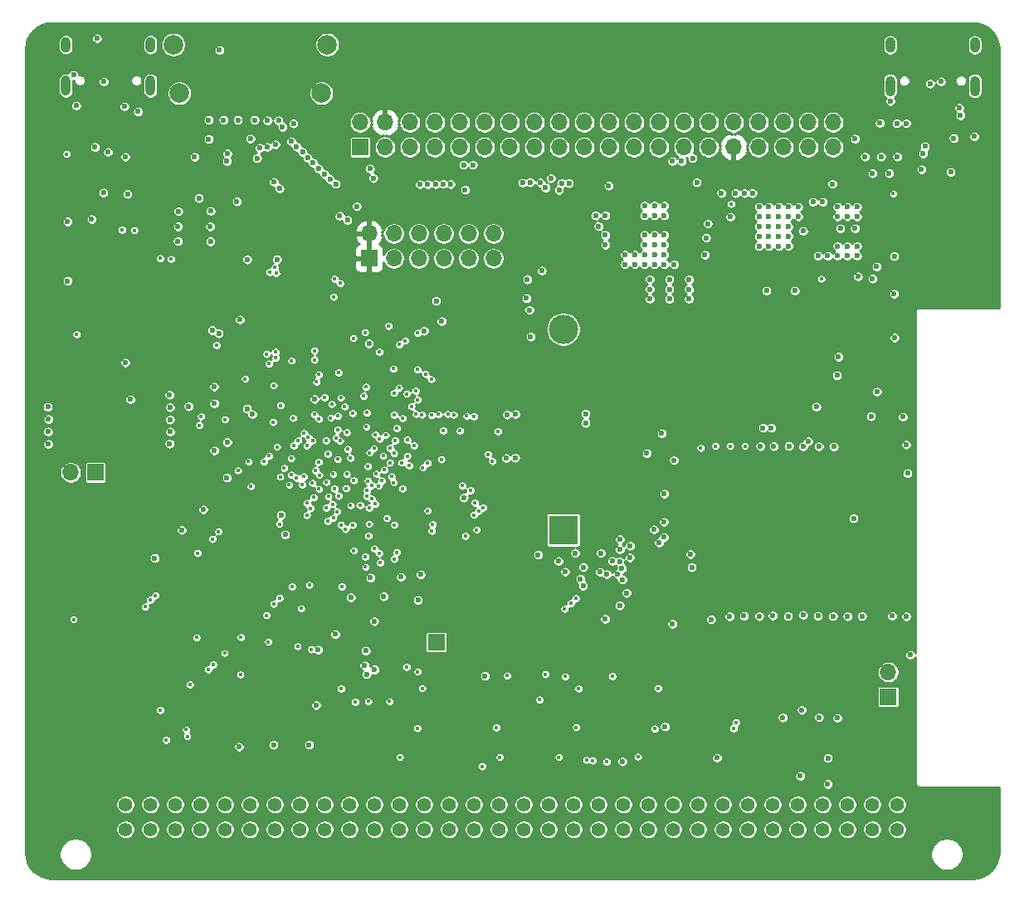
<source format=gbr>
%TF.GenerationSoftware,KiCad,Pcbnew,5.99.0+really5.1.10+dfsg1-1*%
%TF.CreationDate,2021-11-29T17:38:57+01:00*%
%TF.ProjectId,max80,6d617838-302e-46b6-9963-61645f706362,1.00*%
%TF.SameCoordinates,Original*%
%TF.FileFunction,Copper,L3,Inr*%
%TF.FilePolarity,Positive*%
%FSLAX46Y46*%
G04 Gerber Fmt 4.6, Leading zero omitted, Abs format (unit mm)*
G04 Created by KiCad (PCBNEW 5.99.0+really5.1.10+dfsg1-1) date 2021-11-29 17:38:57*
%MOMM*%
%LPD*%
G01*
G04 APERTURE LIST*
%TA.AperFunction,ComponentPad*%
%ADD10O,1.700000X1.700000*%
%TD*%
%TA.AperFunction,ComponentPad*%
%ADD11R,1.700000X1.700000*%
%TD*%
%TA.AperFunction,ComponentPad*%
%ADD12C,2.000000*%
%TD*%
%TA.AperFunction,ComponentPad*%
%ADD13C,1.422400*%
%TD*%
%TA.AperFunction,ComponentPad*%
%ADD14R,3.000000X3.000000*%
%TD*%
%TA.AperFunction,ComponentPad*%
%ADD15C,3.000000*%
%TD*%
%TA.AperFunction,ComponentPad*%
%ADD16O,1.000000X2.100000*%
%TD*%
%TA.AperFunction,ComponentPad*%
%ADD17O,1.000000X1.600000*%
%TD*%
%TA.AperFunction,ViaPad*%
%ADD18C,0.600000*%
%TD*%
%TA.AperFunction,ViaPad*%
%ADD19C,0.450000*%
%TD*%
%TA.AperFunction,Conductor*%
%ADD20C,0.254000*%
%TD*%
%TA.AperFunction,Conductor*%
%ADD21C,0.100000*%
%TD*%
G04 APERTURE END LIST*
D10*
%TO.N,Net-(J4-Pad40)*%
%TO.C,J4*%
X187710000Y-50960000D03*
%TO.N,GND*%
X187710000Y-53500000D03*
%TO.N,ESP32_TDI*%
X185170000Y-50960000D03*
%TO.N,GND*%
X185170000Y-53500000D03*
%TO.N,ESP32_TDO*%
X182630000Y-50960000D03*
%TO.N,GND*%
X182630000Y-53500000D03*
%TO.N,ESP32_TCK*%
X180090000Y-50960000D03*
%TO.N,GND*%
X180090000Y-53500000D03*
%TO.N,ESP32_TMS*%
X177550000Y-50960000D03*
%TO.N,+3V3*%
X177550000Y-53500000D03*
%TO.N,ESP32_IO0*%
X175010000Y-50960000D03*
%TO.N,ESP32_RXD*%
X175010000Y-53500000D03*
%TO.N,ESP32_EN*%
X172470000Y-50960000D03*
%TO.N,ESP32_TXD*%
X172470000Y-53500000D03*
%TO.N,ESP32_MISO*%
X169930000Y-50960000D03*
%TO.N,ESP32_CS0*%
X169930000Y-53500000D03*
%TO.N,ESP32_SCK*%
X167390000Y-50960000D03*
%TO.N,ESP32_CS1*%
X167390000Y-53500000D03*
%TO.N,ESP32_MOSI*%
X164850000Y-50960000D03*
%TO.N,ESP32_SCL*%
X164850000Y-53500000D03*
%TO.N,ESP32_SDA*%
X162310000Y-50960000D03*
%TO.N,ESP32_CS2*%
X162310000Y-53500000D03*
%TO.N,FPGA_GPIO5*%
X159770000Y-50960000D03*
%TO.N,FPGA_GPIO4*%
X159770000Y-53500000D03*
%TO.N,FPGA_GPIO3*%
X157230000Y-50960000D03*
%TO.N,FPGA_GPIO2*%
X157230000Y-53500000D03*
%TO.N,FPGA_GPIO1*%
X154690000Y-50960000D03*
%TO.N,FPGA_GPIO0*%
X154690000Y-53500000D03*
%TO.N,/FPGA_SDA*%
X152150000Y-50960000D03*
%TO.N,/FPGA_SCL*%
X152150000Y-53500000D03*
%TO.N,GND*%
X149610000Y-50960000D03*
%TO.N,FPGA_TDI*%
X149610000Y-53500000D03*
%TO.N,Net-(J4-Pad8)*%
X147070000Y-50960000D03*
%TO.N,FPGA_JTAGEN*%
X147070000Y-53500000D03*
%TO.N,Net-(J4-Pad6)*%
X144530000Y-50960000D03*
%TO.N,FPGA_TMS*%
X144530000Y-53500000D03*
%TO.N,+3V3*%
X141990000Y-50960000D03*
%TO.N,FPGA_TDO*%
X141990000Y-53500000D03*
%TO.N,GND*%
X139450000Y-50960000D03*
D11*
%TO.N,FPGA_TCK*%
X139450000Y-53500000D03*
%TD*%
D12*
%TO.N,Net-(J2-PadSH)*%
%TO.C,J2*%
X136100000Y-43050000D03*
X120400000Y-43050000D03*
X135500000Y-48000000D03*
X121000000Y-48000000D03*
%TD*%
D13*
%TO.N,/abc80bus/ABC_12V*%
%TO.C,X1*%
X115501100Y-120593600D03*
%TO.N,/abc80bus/ABC5V*%
X118041100Y-120593600D03*
%TO.N,Net-(X1-PadB30)*%
X120581100Y-120593600D03*
%TO.N,/abc80bus/A0*%
X123121100Y-120593600D03*
%TO.N,/abc80bus/A1*%
X125661100Y-120593600D03*
%TO.N,/abc80bus/A2*%
X128201100Y-120593600D03*
%TO.N,/abc80bus/A3*%
X130741100Y-120593600D03*
%TO.N,/abc80bus/A4*%
X133281100Y-120593600D03*
%TO.N,/abc80bus/A5*%
X135821100Y-120593600D03*
%TO.N,/abc80bus/A6*%
X138361100Y-120593600D03*
%TO.N,/abc80bus/A7*%
X140901100Y-120593600D03*
%TO.N,/abc80bus/A8*%
X143441100Y-120593600D03*
%TO.N,/abc80bus/A9*%
X145981100Y-120593600D03*
%TO.N,/abc80bus/A10*%
X148521100Y-120593600D03*
%TO.N,/abc80bus/A11*%
X151061100Y-120593600D03*
%TO.N,/abc80bus/A12*%
X153601100Y-120593600D03*
%TO.N,/abc80bus/A13*%
X156141100Y-120593600D03*
%TO.N,/abc80bus/A14*%
X158681100Y-120593600D03*
%TO.N,/abc80bus/A15*%
X161221100Y-120593600D03*
%TO.N,/abc80bus/~INT*%
X163761100Y-120593600D03*
%TO.N,Net-(X1-PadB12)*%
X166301100Y-120593600D03*
%TO.N,Net-(X1-PadB11)*%
X168841100Y-120593600D03*
%TO.N,Net-(X1-PadB10)*%
X171381100Y-120593600D03*
%TO.N,Net-(X1-PadB9)*%
X173921100Y-120593600D03*
%TO.N,Net-(X1-PadB8)*%
X176461100Y-120593600D03*
%TO.N,Net-(X1-PadB7)*%
X179001100Y-120593600D03*
%TO.N,Net-(X1-PadB6)*%
X181541100Y-120593600D03*
%TO.N,ABC_CLK_5*%
X184081100Y-120593600D03*
%TO.N,/abc80bus/~XMEMFL*%
X186621100Y-120593600D03*
%TO.N,/abc80bus/~XMEMW800*%
X189161100Y-120593600D03*
%TO.N,GND*%
X191701100Y-120593600D03*
%TO.N,/abc80bus/ABC_-12V*%
X194241100Y-120593600D03*
%TO.N,/abc80bus/ABC_12V*%
X115501100Y-123133600D03*
%TO.N,/abc80bus/ABC5V*%
X118041100Y-123133600D03*
%TO.N,/abc80bus/READY*%
X120581100Y-123133600D03*
%TO.N,Net-(X1-PadA29)*%
X123121100Y-123133600D03*
%TO.N,/abc80bus/~XM*%
X125661100Y-123133600D03*
%TO.N,/abc80bus/~XOUTSTB*%
X128201100Y-123133600D03*
%TO.N,/abc80bus/~XINPSTB*%
X130741100Y-123133600D03*
%TO.N,Net-(X1-PadA25)*%
X133281100Y-123133600D03*
%TO.N,/abc80bus/~NMI*%
X135821100Y-123133600D03*
%TO.N,/abc80bus/~CS*%
X138361100Y-123133600D03*
%TO.N,/abc80bus/~OUT*%
X140901100Y-123133600D03*
%TO.N,/abc80bus/~C1*%
X143441100Y-123133600D03*
%TO.N,/abc80bus/~C2*%
X145981100Y-123133600D03*
%TO.N,/abc80bus/~C3*%
X148521100Y-123133600D03*
%TO.N,/abc80bus/~C4*%
X151061100Y-123133600D03*
%TO.N,/abc80bus/~INP*%
X153601100Y-123133600D03*
%TO.N,/abc80bus/~STATUS*%
X156141100Y-123133600D03*
%TO.N,/abc80bus/~RST*%
X158681100Y-123133600D03*
%TO.N,Net-(X1-PadA14)*%
X161221100Y-123133600D03*
%TO.N,/abc80bus/D0*%
X163761100Y-123133600D03*
%TO.N,/abc80bus/D1*%
X166301100Y-123133600D03*
%TO.N,/abc80bus/D2*%
X168841100Y-123133600D03*
%TO.N,/abc80bus/D3*%
X171381100Y-123133600D03*
%TO.N,/abc80bus/D4*%
X173921100Y-123133600D03*
%TO.N,/abc80bus/D5*%
X176461100Y-123133600D03*
%TO.N,/abc80bus/D6*%
X179001100Y-123133600D03*
%TO.N,/abc80bus/D7*%
X181541100Y-123133600D03*
%TO.N,/abc80bus/~XMEMW80*%
X184081100Y-123133600D03*
%TO.N,GND*%
X186621100Y-123133600D03*
%TO.N,/abc80bus/~RESIN*%
X189161100Y-123133600D03*
%TO.N,GND*%
X191701100Y-123133600D03*
%TO.N,/abc80bus/ABC_-12V*%
X194241100Y-123133600D03*
%TD*%
D14*
%TO.N,Net-(BT1-Pad1)*%
%TO.C,BT1*%
X160170000Y-92570000D03*
D15*
%TO.N,GND*%
X160170000Y-72080000D03*
%TD*%
D10*
%TO.N,GND*%
%TO.C,J8*%
X153050000Y-62310000D03*
X153050000Y-64850000D03*
%TO.N,EXT_HF*%
X150510000Y-62310000D03*
%TO.N,EXT_HD*%
X150510000Y-64850000D03*
%TO.N,EXT_HH*%
X147970000Y-62310000D03*
%TO.N,EXT_HC*%
X147970000Y-64850000D03*
%TO.N,EXT_HG*%
X145430000Y-62310000D03*
%TO.N,EXT_HB*%
X145430000Y-64850000D03*
%TO.N,EXT_HE*%
X142890000Y-62310000D03*
%TO.N,EXT_HA*%
X142890000Y-64850000D03*
%TO.N,+3V3*%
X140350000Y-62310000D03*
D11*
X140350000Y-64850000D03*
%TD*%
%TO.N,GND*%
%TO.C,J6*%
X147220000Y-104020000D03*
%TD*%
D10*
%TO.N,/abc80bus/ABC_-12V*%
%TO.C,J7*%
X193320000Y-107080000D03*
D11*
%TO.N,/abc80bus/ABC_12V*%
X193320000Y-109620000D03*
%TD*%
D10*
%TO.N,Net-(D28-Pad2)*%
%TO.C,J1*%
X109905000Y-86695000D03*
D11*
%TO.N,/abc80bus/ABC5V*%
X112445000Y-86695000D03*
%TD*%
D16*
%TO.N,Net-(USB2-Pad13)*%
%TO.C,USB2*%
X202181100Y-47253600D03*
X193541100Y-47253600D03*
D17*
X202181100Y-43073600D03*
X193541100Y-43073600D03*
%TD*%
D16*
%TO.N,Net-(USB1-Pad13)*%
%TO.C,USB1*%
X118051100Y-47233600D03*
X109411100Y-47233600D03*
D17*
X118051100Y-43053600D03*
X109411100Y-43053600D03*
%TD*%
D18*
%TO.N,GND*%
X118490000Y-95430000D03*
D19*
X110200000Y-101710000D03*
X130080000Y-103980000D03*
X134260000Y-98190000D03*
X133420000Y-100570000D03*
X159720000Y-115750000D03*
X145280000Y-112810000D03*
X153340000Y-112730000D03*
X154460000Y-107450000D03*
X161490000Y-112710000D03*
X143490000Y-115760000D03*
X167780000Y-115720000D03*
X177560000Y-112820000D03*
X153700000Y-115750000D03*
X127220000Y-107330000D03*
D18*
X110480000Y-49280000D03*
D19*
X136141584Y-84795469D03*
X138802107Y-87517893D03*
X138080000Y-86870000D03*
X137390000Y-83490000D03*
D18*
X194820000Y-81020000D03*
X195150000Y-83860000D03*
X195290000Y-86770000D03*
X195180000Y-101400000D03*
X195580000Y-105330000D03*
X120050000Y-80050000D03*
X120050000Y-81310000D03*
X120070000Y-82540000D03*
D19*
X147738648Y-85362850D03*
X134901080Y-86506680D03*
D18*
X171308326Y-102156003D03*
X192180000Y-78460000D03*
X189800000Y-91370000D03*
X123460000Y-90480000D03*
X121240000Y-92580000D03*
D19*
X136964907Y-83184907D03*
X136442445Y-81128544D03*
X138468554Y-85221446D03*
X137570000Y-98350000D03*
D18*
X138501239Y-99451239D03*
D19*
X137144575Y-85351836D03*
X138178303Y-84316750D03*
X140362326Y-90316288D03*
X137255798Y-89089931D03*
X131330000Y-79850000D03*
X128063388Y-85600010D03*
X125611407Y-105140678D03*
D18*
X186260000Y-111690000D03*
D19*
X143650635Y-85714279D03*
X138681521Y-92063841D03*
X127710000Y-77150000D03*
X140289951Y-93165270D03*
D18*
X134245000Y-114494990D03*
D19*
X119651794Y-114001794D03*
D18*
X130620000Y-114494990D03*
D19*
X137235133Y-76515380D03*
X137870000Y-79990000D03*
X142901794Y-78601794D03*
D18*
X174920000Y-61320000D03*
X107654008Y-81266000D03*
X107576014Y-79995998D03*
X107604000Y-82536000D03*
X107633997Y-83806003D03*
D19*
X137489776Y-92060155D03*
D18*
X125878761Y-83621239D03*
D19*
X133536642Y-87952757D03*
X131284733Y-87155522D03*
X161750000Y-108770000D03*
X169840000Y-108740000D03*
X137510000Y-108770000D03*
X177790000Y-112210000D03*
D18*
X182570000Y-111700000D03*
D19*
X134780000Y-74270000D03*
D18*
X134957966Y-110453578D03*
D19*
X169510000Y-112860000D03*
X149859236Y-88050775D03*
X150695295Y-88534108D03*
X142876823Y-87733721D03*
X138810000Y-94670000D03*
D18*
X180900000Y-68150000D03*
X183800000Y-68150000D03*
X188100000Y-76800000D03*
X188250000Y-74900000D03*
D19*
X139799999Y-78899999D03*
D18*
X123000000Y-58700000D03*
X112400000Y-53500000D03*
X112600000Y-42400000D03*
X125100000Y-43600000D03*
X120860010Y-61600000D03*
X120900000Y-60050000D03*
X174620000Y-64499996D03*
X174750000Y-62750000D03*
X113721100Y-54000000D03*
X186000000Y-80000000D03*
X176300000Y-58200010D03*
X164800000Y-57450074D03*
X127100000Y-114700000D03*
D19*
X130613227Y-77825011D03*
D18*
X131534984Y-51447990D03*
X119999996Y-78780000D03*
X119999999Y-83760000D03*
D19*
X132400000Y-85250000D03*
D18*
X115708378Y-58291622D03*
X143609979Y-97371212D03*
D19*
X145768216Y-108731169D03*
X140083453Y-82049266D03*
X143026059Y-83453467D03*
D18*
X113250000Y-58149998D03*
X127925032Y-64970000D03*
D19*
X109500000Y-54200000D03*
X134996286Y-77477739D03*
D18*
X192150000Y-65700000D03*
D19*
X186500000Y-66950000D03*
X177300000Y-59300000D03*
D18*
X191571106Y-80971106D03*
D19*
X134153575Y-83132463D03*
X134586271Y-83466743D03*
D18*
X127175000Y-71100000D03*
D19*
X144940680Y-83972276D03*
X132606051Y-81144454D03*
D18*
X131375000Y-91050000D03*
X131801232Y-93051232D03*
X128442081Y-80767692D03*
D19*
X147450000Y-80775000D03*
D18*
X128675000Y-50725010D03*
X124000000Y-50725010D03*
X125500000Y-50725010D03*
X126975010Y-50725010D03*
X193925000Y-68475000D03*
X190242017Y-66707903D03*
X193550000Y-48825000D03*
X200575000Y-49500000D03*
X116775000Y-49875000D03*
X196725010Y-55767252D03*
X196897942Y-54153813D03*
X191725000Y-56175000D03*
X193425000Y-56175000D03*
X120850000Y-63099996D03*
X140346892Y-73539370D03*
D19*
X193850000Y-58250000D03*
X110524990Y-72611080D03*
D18*
X175866232Y-115824979D03*
X110200000Y-46150002D03*
D19*
X136000000Y-90300000D03*
D18*
%TO.N,+5V*%
X139104993Y-59545007D03*
X187625000Y-57250000D03*
X126875000Y-59050000D03*
X173800000Y-57100000D03*
X199700000Y-56050000D03*
X191725000Y-66925000D03*
X109600000Y-67150000D03*
%TO.N,Net-(U9-Pad4)*%
X113291567Y-46816026D03*
X115396162Y-49363973D03*
%TO.N,Net-(BT1-Pad1)*%
X116000000Y-79250000D03*
X161920115Y-97556251D03*
D19*
%TO.N,/A2*%
X126979266Y-86508412D03*
X130164059Y-85000651D03*
%TO.N,/IO3*%
X122860000Y-94940000D03*
X132208411Y-87958538D03*
%TO.N,/A11*%
X122070000Y-108350000D03*
X134036673Y-89824917D03*
%TO.N,/IO9*%
X127288181Y-103508181D03*
X136194999Y-89145001D03*
%TO.N,/A6*%
X134406699Y-90351978D03*
X134005118Y-91059089D03*
%TO.N,/A5*%
X134712232Y-89243292D03*
X131200010Y-91968206D03*
D18*
%TO.N,/A10*%
X125853113Y-87219963D03*
D19*
X129635000Y-85600010D03*
%TO.N,/IO12*%
X129896767Y-101275743D03*
X136628747Y-89925432D03*
%TO.N,/IO13*%
X137117895Y-90704173D03*
X130618170Y-100116753D03*
%TO.N,/IO14*%
X131222779Y-99512142D03*
X136139194Y-91668640D03*
%TO.N,/IO15*%
X132500076Y-98351794D03*
X136705380Y-91344475D03*
%TO.N,/IO1*%
X125000000Y-92720000D03*
X132427814Y-86946245D03*
%TO.N,/IO2*%
X124380000Y-93490000D03*
X132940736Y-87257578D03*
D18*
%TO.N,/32KHZ*%
X162197171Y-98261514D03*
D19*
X130950000Y-84100000D03*
D18*
X170476397Y-88873603D03*
X121950000Y-79950000D03*
X115500000Y-75500000D03*
X161388345Y-94924979D03*
D19*
%TO.N,/SD_DAT3*%
X130570000Y-81560000D03*
D18*
%TO.N,/SD_CMD*%
X125024968Y-72505256D03*
%TO.N,/SD_CLK*%
X124346680Y-72185188D03*
D19*
%TO.N,/SD_DAT0*%
X124789392Y-73710608D03*
%TO.N,FPGA_TDI*%
X140644523Y-89401426D03*
D18*
X145341251Y-99722174D03*
D19*
X143190000Y-94850000D03*
D18*
X169951250Y-93870147D03*
X160352729Y-96837408D03*
D19*
%TO.N,FPGA_TMS*%
X140648950Y-88004654D03*
D18*
X159690000Y-95744979D03*
X169426240Y-92523760D03*
X150950000Y-55300000D03*
%TO.N,FPGA_TDO*%
X150000000Y-55299990D03*
D19*
X141356850Y-88066996D03*
D18*
X170450000Y-91750000D03*
X157600000Y-95100000D03*
D19*
%TO.N,FPGA_TCK*%
X140971786Y-89904331D03*
X142930000Y-95520000D03*
D18*
X150150000Y-57850000D03*
X156500000Y-67000000D03*
X157982065Y-66114025D03*
X170450004Y-93310000D03*
X162214475Y-96362109D03*
X145550000Y-57300000D03*
D19*
%TO.N,ABC_CLK_5*%
X164600000Y-116230000D03*
D18*
%TO.N,/FPGA_SCL*%
X127909101Y-80190899D03*
X183200000Y-84000000D03*
X162450000Y-81650000D03*
X138150000Y-60950000D03*
X124550000Y-77950000D03*
X140450000Y-55700000D03*
%TO.N,/FPGA_SDA*%
X140800000Y-56674998D03*
X184647010Y-84057720D03*
D19*
X125674990Y-81300010D03*
D18*
X162452626Y-80710149D03*
X137350000Y-60524990D03*
D19*
%TO.N,FPGA_SPI_CLK*%
X175700000Y-84000000D03*
X144253122Y-83372254D03*
%TO.N,FGPA_SPI_CS_ESP32*%
X142041574Y-82884959D03*
X177200000Y-84000000D03*
%TO.N,INT_ESP32*%
X143197506Y-82172232D03*
X178700000Y-84000000D03*
D18*
%TO.N,ESP32_TDO*%
X183110000Y-101370000D03*
X165922013Y-95793503D03*
X160758743Y-57175065D03*
%TO.N,ESP32_TCK*%
X181550000Y-101310000D03*
X166163155Y-96504010D03*
X172258610Y-54949968D03*
%TO.N,ESP32_TMS*%
X166980008Y-95389557D03*
X186150000Y-101350000D03*
%TO.N,ESP32_IO0*%
X170224075Y-82715925D03*
D19*
X140850000Y-84249999D03*
D18*
%TO.N,ESP32_RXD*%
X173376116Y-54623874D03*
X189171100Y-101371098D03*
X166987004Y-94187371D03*
%TO.N,ESP32_TXD*%
X187690000Y-101370000D03*
X165954321Y-94573144D03*
%TO.N,ESP32_EN*%
X193720000Y-101350000D03*
X165950052Y-93521789D03*
X171300000Y-54949968D03*
%TO.N,/ESP32/USB_D-*%
X173140000Y-95050000D03*
X197075000Y-53425000D03*
%TO.N,/ESP32/USB_D+*%
X200010000Y-52590000D03*
X173290000Y-96380000D03*
%TO.N,ESP32_TDI*%
X165173909Y-95740038D03*
X160008730Y-57175065D03*
X184650000Y-101250000D03*
%TO.N,Net-(U15-Pad6)*%
X197600000Y-47025000D03*
X198705787Y-46812825D03*
%TO.N,Net-(D1-Pad2)*%
X177757381Y-58200010D03*
X185174977Y-83525021D03*
X194200000Y-51075000D03*
%TO.N,Net-(D1-Pad1)*%
X194250000Y-54475000D03*
%TO.N,ESP32_SCL*%
X166636321Y-99001308D03*
X165928765Y-100271243D03*
%TO.N,ESP32_SDA*%
X156025010Y-57150000D03*
%TO.N,ESP32_CS2*%
X156772681Y-57090786D03*
%TO.N,ESP32_CS0*%
X165692384Y-97087871D03*
X159738016Y-57874504D03*
X180171099Y-101371101D03*
%TO.N,ESP32_MISO*%
X178610000Y-101350000D03*
X166210412Y-97630241D03*
%TO.N,ESP32_SCK*%
X177150000Y-101400000D03*
X158357358Y-57644281D03*
X164620591Y-97095954D03*
%TO.N,ESP32_MOSI*%
X175254525Y-101695032D03*
X157822692Y-57118306D03*
X163907999Y-96862008D03*
%TO.N,ESP32_CS1*%
X158912995Y-56679482D03*
X190660000Y-101360000D03*
X164004276Y-94935313D03*
D19*
%TO.N,/abc80bus/~XINPSTB*%
X163160000Y-116100000D03*
%TO.N,/abc80bus/~XOUTSTB*%
X162530000Y-116040000D03*
X151899998Y-116700000D03*
%TO.N,AD0*%
X138950000Y-110120000D03*
X136010000Y-87700000D03*
X119050000Y-110950000D03*
X122750000Y-103550000D03*
%TO.N,AD1*%
X145318206Y-107031794D03*
X145110362Y-78383162D03*
X148992095Y-80826391D03*
X160313333Y-100618333D03*
%TO.N,AD2*%
X140265000Y-110064998D03*
X133133682Y-83433680D03*
X123050000Y-81900000D03*
X121700000Y-112950000D03*
%TO.N,AD4*%
X140111177Y-89126550D03*
X141389955Y-94950118D03*
%TO.N,AD5*%
X140350359Y-91966207D03*
X141500034Y-95900000D03*
%TO.N,AD6*%
X123225000Y-80975000D03*
X121800000Y-113650000D03*
X142450000Y-110064999D03*
X133719566Y-82698454D03*
%TO.N,/FPGA_LED1*%
X137409976Y-67399929D03*
X130865701Y-66379289D03*
%TO.N,/FPGA_LED2*%
X136850000Y-66950000D03*
X130748183Y-65790898D03*
%TO.N,/FPGA_LED3*%
X136729957Y-68780000D03*
X130200004Y-66250000D03*
D18*
%TO.N,Net-(D17-Pad2)*%
X124170000Y-63130000D03*
%TO.N,Net-(D23-Pad2)*%
X124195000Y-60030000D03*
%TO.N,FPGA_GPIO3*%
X148691601Y-57282754D03*
D19*
%TO.N,FPGA_GPIO2*%
X144682224Y-79958279D03*
X148397015Y-80749615D03*
D18*
X147916369Y-57250000D03*
%TO.N,FPGA_GPIO1*%
X146350000Y-57300000D03*
D19*
%TO.N,FPGA_GPIO0*%
X140416039Y-84679989D03*
X145322725Y-79283174D03*
D18*
X147150000Y-57300000D03*
D19*
%TO.N,FPGA_GPIO5*%
X145159337Y-80755540D03*
X143785779Y-81179252D03*
%TO.N,FPGA_GPIO4*%
X145756972Y-80808893D03*
X146755461Y-80849968D03*
%TO.N,/DQMH*%
X135260000Y-88390000D03*
X124446042Y-106306042D03*
%TO.N,/CLK*%
X123946041Y-106806041D03*
X137942236Y-92473309D03*
%TO.N,/DQML*%
X118580000Y-99250000D03*
X133699592Y-87121972D03*
D18*
%TO.N,Net-(D28-Pad2)*%
X112050000Y-60850000D03*
D19*
%TO.N,/WE#*%
X118030000Y-99720000D03*
X135274831Y-86976067D03*
%TO.N,/CAS#*%
X117500000Y-100410000D03*
X134569552Y-87778034D03*
%TO.N,/CS#*%
X128309796Y-88119990D03*
X131700000Y-86249998D03*
D18*
%TO.N,+3V3*%
X179200000Y-78200000D03*
D19*
X123190000Y-91130000D03*
X131770000Y-102250000D03*
X145240000Y-115180000D03*
X153360000Y-115200000D03*
X161450000Y-115160000D03*
X177580000Y-115140000D03*
X169510000Y-115180000D03*
X128820000Y-105750000D03*
D18*
X139220000Y-100120000D03*
X193771100Y-83588900D03*
X193771100Y-84198900D03*
D19*
X138100000Y-96700000D03*
D18*
X126030000Y-89960000D03*
D19*
X127080000Y-85190000D03*
X138090000Y-74440000D03*
X141000000Y-91230000D03*
X139565665Y-92580584D03*
X138792915Y-90580795D03*
X135124019Y-83114712D03*
X127110000Y-72740000D03*
D18*
X127245000Y-109995000D03*
X144685354Y-98125601D03*
X132649989Y-72470000D03*
D19*
X142184883Y-81159600D03*
X130247607Y-86137607D03*
X132818306Y-88651067D03*
D18*
X118010000Y-58130000D03*
X120270000Y-93840000D03*
X146196004Y-60500000D03*
X133495992Y-109236000D03*
X135113451Y-109719860D03*
X144790000Y-103350000D03*
X147020000Y-101540000D03*
D19*
X137273528Y-93313528D03*
D18*
X145100778Y-98739224D03*
D19*
X138981952Y-78015634D03*
D18*
X134724930Y-106296254D03*
X116825010Y-97200000D03*
X182000000Y-69500000D03*
X183000000Y-69500000D03*
X184000000Y-69500000D03*
X184000000Y-70500000D03*
X183000000Y-70500000D03*
X183000000Y-70500000D03*
X182000000Y-70500000D03*
X182000000Y-71500000D03*
X183000000Y-71500000D03*
X184000000Y-71500000D03*
X182000000Y-72500000D03*
X183000000Y-72500000D03*
X177000000Y-69500000D03*
X178000000Y-69500000D03*
X178000000Y-70500000D03*
X177000000Y-70500000D03*
X177000000Y-71500000D03*
X178000000Y-71500000D03*
X177000000Y-72500000D03*
X178000000Y-72500000D03*
X178000000Y-73500000D03*
X182000000Y-73500000D03*
X183000000Y-73500000D03*
X184300000Y-72600000D03*
X183000000Y-74500000D03*
X182000000Y-74500000D03*
X182000000Y-75500000D03*
X183000000Y-75500000D03*
X149790024Y-67109489D03*
X120943828Y-79794302D03*
X131831261Y-110431261D03*
X130400000Y-76500000D03*
X117413734Y-54128744D03*
X172000000Y-72000000D03*
X174000000Y-72000000D03*
X172000000Y-74000000D03*
X174000000Y-74000000D03*
X176000000Y-76000000D03*
X174000000Y-76000000D03*
X172000000Y-76000000D03*
X172000000Y-78000000D03*
X174000000Y-78000000D03*
X176000000Y-78000000D03*
X176000000Y-80000000D03*
X174000000Y-80000000D03*
X172000000Y-80000000D03*
X177000000Y-67000000D03*
X178000000Y-67000000D03*
X177500000Y-76000000D03*
X123325390Y-107474524D03*
D19*
X132285378Y-82573814D03*
X131451772Y-84463717D03*
D18*
X122300000Y-75000000D03*
X128500000Y-78050000D03*
D19*
X141586697Y-98458461D03*
X148899879Y-86012050D03*
D18*
X128036239Y-64106239D03*
X110043011Y-104253000D03*
X190521103Y-80971103D03*
X192150000Y-83550000D03*
D19*
X129625000Y-73275000D03*
X145527204Y-84688166D03*
X144966343Y-87137108D03*
D18*
X191000000Y-46675000D03*
X108489856Y-73719825D03*
X169200000Y-86400000D03*
X169600002Y-101800000D03*
X172350000Y-104300000D03*
X189714995Y-104500005D03*
D19*
%TO.N,+2V5*%
X138474160Y-90072455D03*
D18*
X177220000Y-60620000D03*
X124570000Y-79670000D03*
X124570000Y-84470000D03*
X184650000Y-62060000D03*
D19*
X141916567Y-86436351D03*
D18*
X181150000Y-62600000D03*
X183150000Y-61600000D03*
X181150000Y-61600000D03*
X181150000Y-60600000D03*
X183150000Y-60600000D03*
X183150000Y-59600000D03*
X181150000Y-59600000D03*
X190150000Y-64600000D03*
X189150000Y-64600000D03*
X188150000Y-64600000D03*
X187150000Y-64600000D03*
X186150000Y-64600000D03*
X188150000Y-63600000D03*
X189150000Y-63600000D03*
X190150000Y-63600000D03*
X190150000Y-60600000D03*
X189150000Y-60600000D03*
X188150000Y-60600000D03*
X188150000Y-59600000D03*
X189150000Y-59600000D03*
X190150000Y-59600000D03*
X182150000Y-61600000D03*
X182150000Y-60600000D03*
X182150000Y-59600000D03*
X184150000Y-60600000D03*
X184150000Y-59600000D03*
X185650000Y-59100000D03*
X186650000Y-59100000D03*
X183150000Y-62600000D03*
X182150000Y-62600000D03*
X183150000Y-63600000D03*
X182150000Y-63600000D03*
X181150000Y-63600000D03*
X180150000Y-63600000D03*
X180150000Y-62600000D03*
X180150000Y-61600000D03*
X180150000Y-60600000D03*
X180150000Y-59600000D03*
X189940000Y-61810000D03*
X188440000Y-61810000D03*
D19*
X134005118Y-83988018D03*
D18*
X155300002Y-80750000D03*
X155270000Y-85200000D03*
D19*
X137154920Y-80930577D03*
X136538948Y-79730240D03*
X134759190Y-80773147D03*
D18*
X156850000Y-72850000D03*
X156725076Y-70119989D03*
D19*
%TO.N,+1V2*%
X135960000Y-83450000D03*
X135220000Y-85630000D03*
X136700000Y-86860000D03*
X138010000Y-88320000D03*
X140238122Y-87567349D03*
X144440000Y-86000000D03*
X136828442Y-88367093D03*
X138077597Y-82614103D03*
X137153393Y-82347004D03*
X138670373Y-80667568D03*
D18*
X163770000Y-61570000D03*
X168470000Y-59470000D03*
X169470000Y-59470000D03*
X170470000Y-59470000D03*
X168470000Y-60470000D03*
X169470000Y-60470000D03*
X170470000Y-60470000D03*
X168470000Y-62470000D03*
X169470000Y-62470000D03*
X170470000Y-62470000D03*
X170470000Y-63470000D03*
X169470000Y-63470000D03*
X168470000Y-63470000D03*
X168470000Y-64470000D03*
X169470000Y-64470000D03*
X170470000Y-64470000D03*
X170470000Y-65470000D03*
X171470000Y-65470000D03*
X169470000Y-65470000D03*
X168470000Y-65470000D03*
X167470000Y-65470000D03*
X167470000Y-64470000D03*
X166470000Y-64470000D03*
X164470000Y-63470000D03*
X163470000Y-60470000D03*
X164470000Y-60470000D03*
X164470000Y-62470000D03*
X166470000Y-65470000D03*
X147770000Y-71270000D03*
D19*
X142490402Y-85707758D03*
X140239990Y-86070010D03*
D18*
X147200000Y-69199979D03*
X169000000Y-67000000D03*
X171000000Y-67000000D03*
X173000000Y-67000000D03*
X173000000Y-68000000D03*
X171000000Y-68000000D03*
X169000000Y-68000000D03*
X169000000Y-69000000D03*
X171000000Y-69000000D03*
X173000000Y-69000000D03*
X154350000Y-85249999D03*
X154449999Y-80800000D03*
D19*
%TO.N,Net-(R13-Pad1)*%
X139450000Y-90040000D03*
X140000000Y-96350000D03*
D18*
%TO.N,Net-(R37-Pad2)*%
X145621892Y-97118913D03*
D19*
X140149047Y-88527734D03*
%TO.N,DATA0*%
X142184871Y-91364614D03*
D18*
X141850000Y-99350000D03*
D19*
%TO.N,~C2_ABC_3V3*%
X141100000Y-86850000D03*
X146767485Y-92682517D03*
%TO.N,AD10*%
X142650102Y-87123853D03*
X146849820Y-91996893D03*
%TO.N,~C3_ABC_3V3*%
X146343207Y-90606795D03*
X143766884Y-88343577D03*
%TO.N,AD13*%
X138750000Y-73000000D03*
X143450000Y-73650000D03*
X158350000Y-107300000D03*
X151050000Y-81000000D03*
X160935494Y-100058703D03*
X139950000Y-72400000D03*
%TO.N,DLCK*%
X134475000Y-104750000D03*
X142942943Y-92057974D03*
%TO.N,ASD0*%
X133060000Y-104440000D03*
X139972809Y-95297585D03*
D18*
%TO.N,nCE0*%
X140880000Y-101890000D03*
D19*
X140877223Y-94475306D03*
%TO.N,~STATUS_ABC_3V3*%
X141004700Y-82854698D03*
X153500000Y-82500000D03*
X157750000Y-109900000D03*
X161450000Y-99550000D03*
%TO.N,DD0*%
X146344084Y-85737846D03*
X151522618Y-90660217D03*
%TO.N,DD1*%
X151999134Y-90295599D03*
X142910185Y-84750022D03*
%TO.N,DD2*%
X144254569Y-85015797D03*
X151151641Y-89787731D03*
%TO.N,~XOUTSTB_ABC_3V3*%
X150180456Y-93176330D03*
X141783299Y-85000652D03*
%TO.N,~XMEMFL_ABC_3V3*%
X145843206Y-86216794D03*
X151049953Y-91029815D03*
%TO.N,~XINPSTB_ABC_3V3*%
X142836068Y-76118962D03*
X151340000Y-92550492D03*
X152950000Y-85550000D03*
X150319070Y-80940366D03*
%TO.N,ABC_CLK_3V3*%
X165180000Y-107500000D03*
X149631442Y-82450000D03*
X147925000Y-82425000D03*
D18*
X164450000Y-101650000D03*
D19*
%TO.N,FPGA_SPI_MOSI*%
X174200000Y-84200000D03*
X141431884Y-83286237D03*
D18*
%TO.N,FPGA_SPI_MISO*%
X171460940Y-85442551D03*
D19*
X142473097Y-84202924D03*
%TO.N,CLK0n*%
X134782472Y-75209060D03*
X129899977Y-74611683D03*
D18*
%TO.N,HDMI_CK-*%
X129975000Y-53500000D03*
X132425137Y-52914242D03*
%TO.N,HDMI_D0+*%
X128929200Y-54633069D03*
X134100020Y-54599999D03*
%TO.N,HDMI_D1-*%
X125900000Y-54150000D03*
X134642843Y-55117552D03*
%TO.N,HDMI_D2+*%
X122550000Y-54500000D03*
X136380638Y-56781456D03*
%TO.N,HDMI_CK+*%
X129201616Y-53583454D03*
X132950000Y-53450000D03*
%TO.N,HDMI_D0-*%
X128250000Y-52642478D03*
X133575010Y-54004512D03*
%TO.N,HDMI_D1+*%
X125850000Y-54950000D03*
X135200000Y-55699998D03*
%TO.N,HDMI_D2-*%
X123999999Y-52675000D03*
X135825979Y-56275979D03*
D19*
%TO.N,HDMI_SDA*%
X135243368Y-76707438D03*
D18*
X131125010Y-50791800D03*
X129994990Y-50785158D03*
D19*
X132450000Y-75300000D03*
D18*
%TO.N,HDMI_HPD*%
X130650000Y-57050000D03*
X136959351Y-57258540D03*
%TO.N,FPGA_JTAGEN*%
X130959998Y-64949998D03*
D19*
X141651607Y-87543841D03*
D18*
X131233895Y-57733895D03*
D19*
X152489650Y-84850340D03*
D18*
X156425065Y-68925972D03*
%TO.N,FLASH_CS#*%
X150018318Y-89270551D03*
X168700000Y-84750000D03*
%TO.N,/abc80bus/~INT*%
X184350000Y-117674979D03*
%TO.N,/abc80bus/~XMEMW800*%
X166200000Y-116200000D03*
%TO.N,/abc80bus/~XMEMW80*%
X187170000Y-115844990D03*
X170545000Y-112620000D03*
X187149996Y-118500000D03*
%TO.N,INT_ABC_3V3*%
X140114495Y-107295863D03*
X184499999Y-110949999D03*
%TO.N,INT800_ABC_3V3*%
X140917981Y-106820153D03*
X188139998Y-111760002D03*
%TO.N,XM_ABC_3V3*%
X140021669Y-104899977D03*
X135171239Y-104796239D03*
%TO.N,AD16*%
X152180000Y-107460000D03*
D19*
X160370000Y-107530000D03*
D18*
X136913761Y-103216240D03*
X140505010Y-97435986D03*
X139900000Y-106400000D03*
D19*
X144200000Y-106550000D03*
%TO.N,EXT_HB*%
X143407355Y-78070008D03*
X145300000Y-76200000D03*
X140125884Y-80601926D03*
X144050000Y-73250000D03*
%TO.N,EXT_HE*%
X140048416Y-77976546D03*
X141400000Y-74400000D03*
D18*
%TO.N,EXT_HC*%
X145973815Y-72250002D03*
D19*
X146700000Y-77200000D03*
%TO.N,EXT_HA*%
X142351274Y-71751274D03*
X137469999Y-79070000D03*
%TO.N,EXT_HH*%
X145307504Y-72477413D03*
X146100000Y-76650000D03*
X142909124Y-80820152D03*
X144216698Y-78667652D03*
D18*
%TO.N,Net-(J2-Pad19)*%
X132650000Y-51100000D03*
X130825126Y-53228579D03*
%TO.N,/~SD_DETECT*%
X115500000Y-54500000D03*
X134802372Y-79213754D03*
D19*
X130843305Y-75008107D03*
%TO.N,Net-(U13-PadF13)*%
X132675986Y-83957200D03*
%TO.N,/FPGA_USB_DS_DP*%
X135820908Y-79038267D03*
X120150000Y-64925000D03*
X119049988Y-64850000D03*
X130800000Y-74400000D03*
%TO.N,Net-(R8-Pad2)*%
X115150000Y-61950000D03*
X116400000Y-62000000D03*
%TO.N,/FPGA_USB_DS_DN*%
X135250000Y-81250000D03*
X130150000Y-75600000D03*
D18*
%TO.N,USB_PWR_EN*%
X181650000Y-84025000D03*
X193947698Y-64620720D03*
X181391942Y-82140272D03*
X193975010Y-72950000D03*
%TO.N,~USB_PWR_SINK*%
X195175000Y-51075000D03*
X200700763Y-50273292D03*
X180550000Y-82150000D03*
X180275000Y-84025000D03*
%TO.N,+5VA*%
X202110011Y-52414989D03*
X109600000Y-61100000D03*
%TO.N,Net-(D13-Pad2)*%
X178650946Y-58200010D03*
X186250000Y-84050031D03*
X192475000Y-51050000D03*
%TO.N,Net-(D13-Pad1)*%
X192600000Y-54475002D03*
%TO.N,Net-(D12-Pad2)*%
X179475000Y-58200010D03*
X187771098Y-84071098D03*
X189950000Y-52650000D03*
%TO.N,Net-(D12-Pad1)*%
X190950000Y-54475004D03*
%TO.N,Net-(D10-Pad2)*%
X124150000Y-61600000D03*
%TD*%
D20*
%TO.N,+3V3*%
X202485103Y-40877687D02*
X202979527Y-41026961D01*
X203435549Y-41269432D01*
X203835780Y-41595852D01*
X204164994Y-41993803D01*
X204410637Y-42448113D01*
X204563362Y-42941485D01*
X204619091Y-43471717D01*
X204619101Y-43474540D01*
X204619100Y-69868000D01*
X196487277Y-69868000D01*
X196469990Y-69866298D01*
X196452711Y-69868000D01*
X196452708Y-69868000D01*
X196400996Y-69873093D01*
X196400991Y-69873095D01*
X196400987Y-69873095D01*
X196376763Y-69880444D01*
X196334644Y-69893221D01*
X196334639Y-69893224D01*
X196334635Y-69893225D01*
X196315077Y-69903680D01*
X196273493Y-69925907D01*
X196273487Y-69925912D01*
X196273485Y-69925913D01*
X196262742Y-69934730D01*
X196219894Y-69969894D01*
X196175907Y-70023493D01*
X196143221Y-70084644D01*
X196123093Y-70150996D01*
X196116297Y-70220000D01*
X196118001Y-70237302D01*
X196119004Y-105123498D01*
X196091331Y-105056688D01*
X196028185Y-104962184D01*
X195947816Y-104881815D01*
X195853312Y-104818669D01*
X195748305Y-104775174D01*
X195636830Y-104753000D01*
X195523170Y-104753000D01*
X195411695Y-104775174D01*
X195306688Y-104818669D01*
X195212184Y-104881815D01*
X195131815Y-104962184D01*
X195068669Y-105056688D01*
X195025174Y-105161695D01*
X195003000Y-105273170D01*
X195003000Y-105386830D01*
X195025174Y-105498305D01*
X195068669Y-105603312D01*
X195131815Y-105697816D01*
X195212184Y-105778185D01*
X195306688Y-105841331D01*
X195411695Y-105884826D01*
X195523170Y-105907000D01*
X195636830Y-105907000D01*
X195748305Y-105884826D01*
X195853312Y-105841331D01*
X195947816Y-105778185D01*
X196028185Y-105697816D01*
X196091331Y-105603312D01*
X196119016Y-105536474D01*
X196119100Y-108452737D01*
X196119099Y-108452747D01*
X196119100Y-108465151D01*
X196119101Y-108487302D01*
X196119103Y-108487320D01*
X196120198Y-118456327D01*
X196118497Y-118473600D01*
X196120202Y-118490912D01*
X196120202Y-118490930D01*
X196121706Y-118506179D01*
X196125293Y-118542604D01*
X196125299Y-118542625D01*
X196125301Y-118542642D01*
X196134280Y-118572229D01*
X196145421Y-118608956D01*
X196145431Y-118608975D01*
X196145436Y-118608991D01*
X196159526Y-118635345D01*
X196178107Y-118670107D01*
X196178121Y-118670124D01*
X196178129Y-118670139D01*
X196196684Y-118692744D01*
X196222094Y-118723706D01*
X196222112Y-118723721D01*
X196222122Y-118723733D01*
X196243457Y-118741238D01*
X196275693Y-118767693D01*
X196275714Y-118767704D01*
X196275726Y-118767714D01*
X196299617Y-118780480D01*
X196336844Y-118800379D01*
X196336867Y-118800386D01*
X196336880Y-118800393D01*
X196362712Y-118808226D01*
X196403196Y-118820507D01*
X196403220Y-118820509D01*
X196403235Y-118820514D01*
X196430646Y-118823211D01*
X196454908Y-118825600D01*
X196454936Y-118825600D01*
X196472238Y-118827302D01*
X196489502Y-118825600D01*
X204619100Y-118825600D01*
X204619101Y-125456375D01*
X204567013Y-125987602D01*
X204417737Y-126482031D01*
X204175268Y-126938048D01*
X203848848Y-127338280D01*
X203450896Y-127667494D01*
X202996590Y-127913136D01*
X202503215Y-128065862D01*
X201972983Y-128121591D01*
X201970447Y-128121600D01*
X107988315Y-128121600D01*
X107457098Y-128069513D01*
X106962669Y-127920237D01*
X106506652Y-127677768D01*
X106106420Y-127351348D01*
X105777206Y-126953396D01*
X105531564Y-126499090D01*
X105378838Y-126005715D01*
X105326603Y-125508725D01*
X108747100Y-125508725D01*
X108747100Y-125838475D01*
X108811431Y-126161888D01*
X108937620Y-126466536D01*
X109120819Y-126740713D01*
X109353987Y-126973881D01*
X109628164Y-127157080D01*
X109932812Y-127283269D01*
X110256225Y-127347600D01*
X110585975Y-127347600D01*
X110909388Y-127283269D01*
X111214036Y-127157080D01*
X111488213Y-126973881D01*
X111721381Y-126740713D01*
X111904580Y-126466536D01*
X112030769Y-126161888D01*
X112095100Y-125838475D01*
X112095100Y-125508725D01*
X197647100Y-125508725D01*
X197647100Y-125838475D01*
X197711431Y-126161888D01*
X197837620Y-126466536D01*
X198020819Y-126740713D01*
X198253987Y-126973881D01*
X198528164Y-127157080D01*
X198832812Y-127283269D01*
X199156225Y-127347600D01*
X199485975Y-127347600D01*
X199809388Y-127283269D01*
X200114036Y-127157080D01*
X200388213Y-126973881D01*
X200621381Y-126740713D01*
X200804580Y-126466536D01*
X200930769Y-126161888D01*
X200995100Y-125838475D01*
X200995100Y-125508725D01*
X200930769Y-125185312D01*
X200804580Y-124880664D01*
X200621381Y-124606487D01*
X200388213Y-124373319D01*
X200114036Y-124190120D01*
X199809388Y-124063931D01*
X199485975Y-123999600D01*
X199156225Y-123999600D01*
X198832812Y-124063931D01*
X198528164Y-124190120D01*
X198253987Y-124373319D01*
X198020819Y-124606487D01*
X197837620Y-124880664D01*
X197711431Y-125185312D01*
X197647100Y-125508725D01*
X112095100Y-125508725D01*
X112030769Y-125185312D01*
X111904580Y-124880664D01*
X111721381Y-124606487D01*
X111488213Y-124373319D01*
X111214036Y-124190120D01*
X110909388Y-124063931D01*
X110585975Y-123999600D01*
X110256225Y-123999600D01*
X109932812Y-124063931D01*
X109628164Y-124190120D01*
X109353987Y-124373319D01*
X109120819Y-124606487D01*
X108937620Y-124880664D01*
X108811431Y-125185312D01*
X108747100Y-125508725D01*
X105326603Y-125508725D01*
X105323109Y-125475483D01*
X105323100Y-125472947D01*
X105323100Y-123036271D01*
X114512900Y-123036271D01*
X114512900Y-123230929D01*
X114550876Y-123421847D01*
X114625369Y-123601688D01*
X114733515Y-123763540D01*
X114871160Y-123901185D01*
X115033012Y-124009331D01*
X115212853Y-124083824D01*
X115403771Y-124121800D01*
X115598429Y-124121800D01*
X115789347Y-124083824D01*
X115969188Y-124009331D01*
X116131040Y-123901185D01*
X116268685Y-123763540D01*
X116376831Y-123601688D01*
X116451324Y-123421847D01*
X116489300Y-123230929D01*
X116489300Y-123036271D01*
X117052900Y-123036271D01*
X117052900Y-123230929D01*
X117090876Y-123421847D01*
X117165369Y-123601688D01*
X117273515Y-123763540D01*
X117411160Y-123901185D01*
X117573012Y-124009331D01*
X117752853Y-124083824D01*
X117943771Y-124121800D01*
X118138429Y-124121800D01*
X118329347Y-124083824D01*
X118509188Y-124009331D01*
X118671040Y-123901185D01*
X118808685Y-123763540D01*
X118916831Y-123601688D01*
X118991324Y-123421847D01*
X119029300Y-123230929D01*
X119029300Y-123036271D01*
X119592900Y-123036271D01*
X119592900Y-123230929D01*
X119630876Y-123421847D01*
X119705369Y-123601688D01*
X119813515Y-123763540D01*
X119951160Y-123901185D01*
X120113012Y-124009331D01*
X120292853Y-124083824D01*
X120483771Y-124121800D01*
X120678429Y-124121800D01*
X120869347Y-124083824D01*
X121049188Y-124009331D01*
X121211040Y-123901185D01*
X121348685Y-123763540D01*
X121456831Y-123601688D01*
X121531324Y-123421847D01*
X121569300Y-123230929D01*
X121569300Y-123036271D01*
X122132900Y-123036271D01*
X122132900Y-123230929D01*
X122170876Y-123421847D01*
X122245369Y-123601688D01*
X122353515Y-123763540D01*
X122491160Y-123901185D01*
X122653012Y-124009331D01*
X122832853Y-124083824D01*
X123023771Y-124121800D01*
X123218429Y-124121800D01*
X123409347Y-124083824D01*
X123589188Y-124009331D01*
X123751040Y-123901185D01*
X123888685Y-123763540D01*
X123996831Y-123601688D01*
X124071324Y-123421847D01*
X124109300Y-123230929D01*
X124109300Y-123036271D01*
X124672900Y-123036271D01*
X124672900Y-123230929D01*
X124710876Y-123421847D01*
X124785369Y-123601688D01*
X124893515Y-123763540D01*
X125031160Y-123901185D01*
X125193012Y-124009331D01*
X125372853Y-124083824D01*
X125563771Y-124121800D01*
X125758429Y-124121800D01*
X125949347Y-124083824D01*
X126129188Y-124009331D01*
X126291040Y-123901185D01*
X126428685Y-123763540D01*
X126536831Y-123601688D01*
X126611324Y-123421847D01*
X126649300Y-123230929D01*
X126649300Y-123036271D01*
X127212900Y-123036271D01*
X127212900Y-123230929D01*
X127250876Y-123421847D01*
X127325369Y-123601688D01*
X127433515Y-123763540D01*
X127571160Y-123901185D01*
X127733012Y-124009331D01*
X127912853Y-124083824D01*
X128103771Y-124121800D01*
X128298429Y-124121800D01*
X128489347Y-124083824D01*
X128669188Y-124009331D01*
X128831040Y-123901185D01*
X128968685Y-123763540D01*
X129076831Y-123601688D01*
X129151324Y-123421847D01*
X129189300Y-123230929D01*
X129189300Y-123036271D01*
X129752900Y-123036271D01*
X129752900Y-123230929D01*
X129790876Y-123421847D01*
X129865369Y-123601688D01*
X129973515Y-123763540D01*
X130111160Y-123901185D01*
X130273012Y-124009331D01*
X130452853Y-124083824D01*
X130643771Y-124121800D01*
X130838429Y-124121800D01*
X131029347Y-124083824D01*
X131209188Y-124009331D01*
X131371040Y-123901185D01*
X131508685Y-123763540D01*
X131616831Y-123601688D01*
X131691324Y-123421847D01*
X131729300Y-123230929D01*
X131729300Y-123036271D01*
X132292900Y-123036271D01*
X132292900Y-123230929D01*
X132330876Y-123421847D01*
X132405369Y-123601688D01*
X132513515Y-123763540D01*
X132651160Y-123901185D01*
X132813012Y-124009331D01*
X132992853Y-124083824D01*
X133183771Y-124121800D01*
X133378429Y-124121800D01*
X133569347Y-124083824D01*
X133749188Y-124009331D01*
X133911040Y-123901185D01*
X134048685Y-123763540D01*
X134156831Y-123601688D01*
X134231324Y-123421847D01*
X134269300Y-123230929D01*
X134269300Y-123036271D01*
X134832900Y-123036271D01*
X134832900Y-123230929D01*
X134870876Y-123421847D01*
X134945369Y-123601688D01*
X135053515Y-123763540D01*
X135191160Y-123901185D01*
X135353012Y-124009331D01*
X135532853Y-124083824D01*
X135723771Y-124121800D01*
X135918429Y-124121800D01*
X136109347Y-124083824D01*
X136289188Y-124009331D01*
X136451040Y-123901185D01*
X136588685Y-123763540D01*
X136696831Y-123601688D01*
X136771324Y-123421847D01*
X136809300Y-123230929D01*
X136809300Y-123036271D01*
X137372900Y-123036271D01*
X137372900Y-123230929D01*
X137410876Y-123421847D01*
X137485369Y-123601688D01*
X137593515Y-123763540D01*
X137731160Y-123901185D01*
X137893012Y-124009331D01*
X138072853Y-124083824D01*
X138263771Y-124121800D01*
X138458429Y-124121800D01*
X138649347Y-124083824D01*
X138829188Y-124009331D01*
X138991040Y-123901185D01*
X139128685Y-123763540D01*
X139236831Y-123601688D01*
X139311324Y-123421847D01*
X139349300Y-123230929D01*
X139349300Y-123036271D01*
X139912900Y-123036271D01*
X139912900Y-123230929D01*
X139950876Y-123421847D01*
X140025369Y-123601688D01*
X140133515Y-123763540D01*
X140271160Y-123901185D01*
X140433012Y-124009331D01*
X140612853Y-124083824D01*
X140803771Y-124121800D01*
X140998429Y-124121800D01*
X141189347Y-124083824D01*
X141369188Y-124009331D01*
X141531040Y-123901185D01*
X141668685Y-123763540D01*
X141776831Y-123601688D01*
X141851324Y-123421847D01*
X141889300Y-123230929D01*
X141889300Y-123036271D01*
X142452900Y-123036271D01*
X142452900Y-123230929D01*
X142490876Y-123421847D01*
X142565369Y-123601688D01*
X142673515Y-123763540D01*
X142811160Y-123901185D01*
X142973012Y-124009331D01*
X143152853Y-124083824D01*
X143343771Y-124121800D01*
X143538429Y-124121800D01*
X143729347Y-124083824D01*
X143909188Y-124009331D01*
X144071040Y-123901185D01*
X144208685Y-123763540D01*
X144316831Y-123601688D01*
X144391324Y-123421847D01*
X144429300Y-123230929D01*
X144429300Y-123036271D01*
X144992900Y-123036271D01*
X144992900Y-123230929D01*
X145030876Y-123421847D01*
X145105369Y-123601688D01*
X145213515Y-123763540D01*
X145351160Y-123901185D01*
X145513012Y-124009331D01*
X145692853Y-124083824D01*
X145883771Y-124121800D01*
X146078429Y-124121800D01*
X146269347Y-124083824D01*
X146449188Y-124009331D01*
X146611040Y-123901185D01*
X146748685Y-123763540D01*
X146856831Y-123601688D01*
X146931324Y-123421847D01*
X146969300Y-123230929D01*
X146969300Y-123036271D01*
X147532900Y-123036271D01*
X147532900Y-123230929D01*
X147570876Y-123421847D01*
X147645369Y-123601688D01*
X147753515Y-123763540D01*
X147891160Y-123901185D01*
X148053012Y-124009331D01*
X148232853Y-124083824D01*
X148423771Y-124121800D01*
X148618429Y-124121800D01*
X148809347Y-124083824D01*
X148989188Y-124009331D01*
X149151040Y-123901185D01*
X149288685Y-123763540D01*
X149396831Y-123601688D01*
X149471324Y-123421847D01*
X149509300Y-123230929D01*
X149509300Y-123036271D01*
X150072900Y-123036271D01*
X150072900Y-123230929D01*
X150110876Y-123421847D01*
X150185369Y-123601688D01*
X150293515Y-123763540D01*
X150431160Y-123901185D01*
X150593012Y-124009331D01*
X150772853Y-124083824D01*
X150963771Y-124121800D01*
X151158429Y-124121800D01*
X151349347Y-124083824D01*
X151529188Y-124009331D01*
X151691040Y-123901185D01*
X151828685Y-123763540D01*
X151936831Y-123601688D01*
X152011324Y-123421847D01*
X152049300Y-123230929D01*
X152049300Y-123036271D01*
X152612900Y-123036271D01*
X152612900Y-123230929D01*
X152650876Y-123421847D01*
X152725369Y-123601688D01*
X152833515Y-123763540D01*
X152971160Y-123901185D01*
X153133012Y-124009331D01*
X153312853Y-124083824D01*
X153503771Y-124121800D01*
X153698429Y-124121800D01*
X153889347Y-124083824D01*
X154069188Y-124009331D01*
X154231040Y-123901185D01*
X154368685Y-123763540D01*
X154476831Y-123601688D01*
X154551324Y-123421847D01*
X154589300Y-123230929D01*
X154589300Y-123036271D01*
X155152900Y-123036271D01*
X155152900Y-123230929D01*
X155190876Y-123421847D01*
X155265369Y-123601688D01*
X155373515Y-123763540D01*
X155511160Y-123901185D01*
X155673012Y-124009331D01*
X155852853Y-124083824D01*
X156043771Y-124121800D01*
X156238429Y-124121800D01*
X156429347Y-124083824D01*
X156609188Y-124009331D01*
X156771040Y-123901185D01*
X156908685Y-123763540D01*
X157016831Y-123601688D01*
X157091324Y-123421847D01*
X157129300Y-123230929D01*
X157129300Y-123036271D01*
X157692900Y-123036271D01*
X157692900Y-123230929D01*
X157730876Y-123421847D01*
X157805369Y-123601688D01*
X157913515Y-123763540D01*
X158051160Y-123901185D01*
X158213012Y-124009331D01*
X158392853Y-124083824D01*
X158583771Y-124121800D01*
X158778429Y-124121800D01*
X158969347Y-124083824D01*
X159149188Y-124009331D01*
X159311040Y-123901185D01*
X159448685Y-123763540D01*
X159556831Y-123601688D01*
X159631324Y-123421847D01*
X159669300Y-123230929D01*
X159669300Y-123036271D01*
X160232900Y-123036271D01*
X160232900Y-123230929D01*
X160270876Y-123421847D01*
X160345369Y-123601688D01*
X160453515Y-123763540D01*
X160591160Y-123901185D01*
X160753012Y-124009331D01*
X160932853Y-124083824D01*
X161123771Y-124121800D01*
X161318429Y-124121800D01*
X161509347Y-124083824D01*
X161689188Y-124009331D01*
X161851040Y-123901185D01*
X161988685Y-123763540D01*
X162096831Y-123601688D01*
X162171324Y-123421847D01*
X162209300Y-123230929D01*
X162209300Y-123036271D01*
X162772900Y-123036271D01*
X162772900Y-123230929D01*
X162810876Y-123421847D01*
X162885369Y-123601688D01*
X162993515Y-123763540D01*
X163131160Y-123901185D01*
X163293012Y-124009331D01*
X163472853Y-124083824D01*
X163663771Y-124121800D01*
X163858429Y-124121800D01*
X164049347Y-124083824D01*
X164229188Y-124009331D01*
X164391040Y-123901185D01*
X164528685Y-123763540D01*
X164636831Y-123601688D01*
X164711324Y-123421847D01*
X164749300Y-123230929D01*
X164749300Y-123036271D01*
X165312900Y-123036271D01*
X165312900Y-123230929D01*
X165350876Y-123421847D01*
X165425369Y-123601688D01*
X165533515Y-123763540D01*
X165671160Y-123901185D01*
X165833012Y-124009331D01*
X166012853Y-124083824D01*
X166203771Y-124121800D01*
X166398429Y-124121800D01*
X166589347Y-124083824D01*
X166769188Y-124009331D01*
X166931040Y-123901185D01*
X167068685Y-123763540D01*
X167176831Y-123601688D01*
X167251324Y-123421847D01*
X167289300Y-123230929D01*
X167289300Y-123036271D01*
X167852900Y-123036271D01*
X167852900Y-123230929D01*
X167890876Y-123421847D01*
X167965369Y-123601688D01*
X168073515Y-123763540D01*
X168211160Y-123901185D01*
X168373012Y-124009331D01*
X168552853Y-124083824D01*
X168743771Y-124121800D01*
X168938429Y-124121800D01*
X169129347Y-124083824D01*
X169309188Y-124009331D01*
X169471040Y-123901185D01*
X169608685Y-123763540D01*
X169716831Y-123601688D01*
X169791324Y-123421847D01*
X169829300Y-123230929D01*
X169829300Y-123036271D01*
X170392900Y-123036271D01*
X170392900Y-123230929D01*
X170430876Y-123421847D01*
X170505369Y-123601688D01*
X170613515Y-123763540D01*
X170751160Y-123901185D01*
X170913012Y-124009331D01*
X171092853Y-124083824D01*
X171283771Y-124121800D01*
X171478429Y-124121800D01*
X171669347Y-124083824D01*
X171849188Y-124009331D01*
X172011040Y-123901185D01*
X172148685Y-123763540D01*
X172256831Y-123601688D01*
X172331324Y-123421847D01*
X172369300Y-123230929D01*
X172369300Y-123036271D01*
X172932900Y-123036271D01*
X172932900Y-123230929D01*
X172970876Y-123421847D01*
X173045369Y-123601688D01*
X173153515Y-123763540D01*
X173291160Y-123901185D01*
X173453012Y-124009331D01*
X173632853Y-124083824D01*
X173823771Y-124121800D01*
X174018429Y-124121800D01*
X174209347Y-124083824D01*
X174389188Y-124009331D01*
X174551040Y-123901185D01*
X174688685Y-123763540D01*
X174796831Y-123601688D01*
X174871324Y-123421847D01*
X174909300Y-123230929D01*
X174909300Y-123036271D01*
X175472900Y-123036271D01*
X175472900Y-123230929D01*
X175510876Y-123421847D01*
X175585369Y-123601688D01*
X175693515Y-123763540D01*
X175831160Y-123901185D01*
X175993012Y-124009331D01*
X176172853Y-124083824D01*
X176363771Y-124121800D01*
X176558429Y-124121800D01*
X176749347Y-124083824D01*
X176929188Y-124009331D01*
X177091040Y-123901185D01*
X177228685Y-123763540D01*
X177336831Y-123601688D01*
X177411324Y-123421847D01*
X177449300Y-123230929D01*
X177449300Y-123036271D01*
X178012900Y-123036271D01*
X178012900Y-123230929D01*
X178050876Y-123421847D01*
X178125369Y-123601688D01*
X178233515Y-123763540D01*
X178371160Y-123901185D01*
X178533012Y-124009331D01*
X178712853Y-124083824D01*
X178903771Y-124121800D01*
X179098429Y-124121800D01*
X179289347Y-124083824D01*
X179469188Y-124009331D01*
X179631040Y-123901185D01*
X179768685Y-123763540D01*
X179876831Y-123601688D01*
X179951324Y-123421847D01*
X179989300Y-123230929D01*
X179989300Y-123036271D01*
X180552900Y-123036271D01*
X180552900Y-123230929D01*
X180590876Y-123421847D01*
X180665369Y-123601688D01*
X180773515Y-123763540D01*
X180911160Y-123901185D01*
X181073012Y-124009331D01*
X181252853Y-124083824D01*
X181443771Y-124121800D01*
X181638429Y-124121800D01*
X181829347Y-124083824D01*
X182009188Y-124009331D01*
X182171040Y-123901185D01*
X182308685Y-123763540D01*
X182416831Y-123601688D01*
X182491324Y-123421847D01*
X182529300Y-123230929D01*
X182529300Y-123036271D01*
X183092900Y-123036271D01*
X183092900Y-123230929D01*
X183130876Y-123421847D01*
X183205369Y-123601688D01*
X183313515Y-123763540D01*
X183451160Y-123901185D01*
X183613012Y-124009331D01*
X183792853Y-124083824D01*
X183983771Y-124121800D01*
X184178429Y-124121800D01*
X184369347Y-124083824D01*
X184549188Y-124009331D01*
X184711040Y-123901185D01*
X184848685Y-123763540D01*
X184956831Y-123601688D01*
X185031324Y-123421847D01*
X185069300Y-123230929D01*
X185069300Y-123036271D01*
X185632900Y-123036271D01*
X185632900Y-123230929D01*
X185670876Y-123421847D01*
X185745369Y-123601688D01*
X185853515Y-123763540D01*
X185991160Y-123901185D01*
X186153012Y-124009331D01*
X186332853Y-124083824D01*
X186523771Y-124121800D01*
X186718429Y-124121800D01*
X186909347Y-124083824D01*
X187089188Y-124009331D01*
X187251040Y-123901185D01*
X187388685Y-123763540D01*
X187496831Y-123601688D01*
X187571324Y-123421847D01*
X187609300Y-123230929D01*
X187609300Y-123036271D01*
X188172900Y-123036271D01*
X188172900Y-123230929D01*
X188210876Y-123421847D01*
X188285369Y-123601688D01*
X188393515Y-123763540D01*
X188531160Y-123901185D01*
X188693012Y-124009331D01*
X188872853Y-124083824D01*
X189063771Y-124121800D01*
X189258429Y-124121800D01*
X189449347Y-124083824D01*
X189629188Y-124009331D01*
X189791040Y-123901185D01*
X189928685Y-123763540D01*
X190036831Y-123601688D01*
X190111324Y-123421847D01*
X190149300Y-123230929D01*
X190149300Y-123036271D01*
X190712900Y-123036271D01*
X190712900Y-123230929D01*
X190750876Y-123421847D01*
X190825369Y-123601688D01*
X190933515Y-123763540D01*
X191071160Y-123901185D01*
X191233012Y-124009331D01*
X191412853Y-124083824D01*
X191603771Y-124121800D01*
X191798429Y-124121800D01*
X191989347Y-124083824D01*
X192169188Y-124009331D01*
X192331040Y-123901185D01*
X192468685Y-123763540D01*
X192576831Y-123601688D01*
X192651324Y-123421847D01*
X192689300Y-123230929D01*
X192689300Y-123036271D01*
X193252900Y-123036271D01*
X193252900Y-123230929D01*
X193290876Y-123421847D01*
X193365369Y-123601688D01*
X193473515Y-123763540D01*
X193611160Y-123901185D01*
X193773012Y-124009331D01*
X193952853Y-124083824D01*
X194143771Y-124121800D01*
X194338429Y-124121800D01*
X194529347Y-124083824D01*
X194709188Y-124009331D01*
X194871040Y-123901185D01*
X195008685Y-123763540D01*
X195116831Y-123601688D01*
X195191324Y-123421847D01*
X195229300Y-123230929D01*
X195229300Y-123036271D01*
X195191324Y-122845353D01*
X195116831Y-122665512D01*
X195008685Y-122503660D01*
X194871040Y-122366015D01*
X194709188Y-122257869D01*
X194529347Y-122183376D01*
X194338429Y-122145400D01*
X194143771Y-122145400D01*
X193952853Y-122183376D01*
X193773012Y-122257869D01*
X193611160Y-122366015D01*
X193473515Y-122503660D01*
X193365369Y-122665512D01*
X193290876Y-122845353D01*
X193252900Y-123036271D01*
X192689300Y-123036271D01*
X192651324Y-122845353D01*
X192576831Y-122665512D01*
X192468685Y-122503660D01*
X192331040Y-122366015D01*
X192169188Y-122257869D01*
X191989347Y-122183376D01*
X191798429Y-122145400D01*
X191603771Y-122145400D01*
X191412853Y-122183376D01*
X191233012Y-122257869D01*
X191071160Y-122366015D01*
X190933515Y-122503660D01*
X190825369Y-122665512D01*
X190750876Y-122845353D01*
X190712900Y-123036271D01*
X190149300Y-123036271D01*
X190111324Y-122845353D01*
X190036831Y-122665512D01*
X189928685Y-122503660D01*
X189791040Y-122366015D01*
X189629188Y-122257869D01*
X189449347Y-122183376D01*
X189258429Y-122145400D01*
X189063771Y-122145400D01*
X188872853Y-122183376D01*
X188693012Y-122257869D01*
X188531160Y-122366015D01*
X188393515Y-122503660D01*
X188285369Y-122665512D01*
X188210876Y-122845353D01*
X188172900Y-123036271D01*
X187609300Y-123036271D01*
X187571324Y-122845353D01*
X187496831Y-122665512D01*
X187388685Y-122503660D01*
X187251040Y-122366015D01*
X187089188Y-122257869D01*
X186909347Y-122183376D01*
X186718429Y-122145400D01*
X186523771Y-122145400D01*
X186332853Y-122183376D01*
X186153012Y-122257869D01*
X185991160Y-122366015D01*
X185853515Y-122503660D01*
X185745369Y-122665512D01*
X185670876Y-122845353D01*
X185632900Y-123036271D01*
X185069300Y-123036271D01*
X185031324Y-122845353D01*
X184956831Y-122665512D01*
X184848685Y-122503660D01*
X184711040Y-122366015D01*
X184549188Y-122257869D01*
X184369347Y-122183376D01*
X184178429Y-122145400D01*
X183983771Y-122145400D01*
X183792853Y-122183376D01*
X183613012Y-122257869D01*
X183451160Y-122366015D01*
X183313515Y-122503660D01*
X183205369Y-122665512D01*
X183130876Y-122845353D01*
X183092900Y-123036271D01*
X182529300Y-123036271D01*
X182491324Y-122845353D01*
X182416831Y-122665512D01*
X182308685Y-122503660D01*
X182171040Y-122366015D01*
X182009188Y-122257869D01*
X181829347Y-122183376D01*
X181638429Y-122145400D01*
X181443771Y-122145400D01*
X181252853Y-122183376D01*
X181073012Y-122257869D01*
X180911160Y-122366015D01*
X180773515Y-122503660D01*
X180665369Y-122665512D01*
X180590876Y-122845353D01*
X180552900Y-123036271D01*
X179989300Y-123036271D01*
X179951324Y-122845353D01*
X179876831Y-122665512D01*
X179768685Y-122503660D01*
X179631040Y-122366015D01*
X179469188Y-122257869D01*
X179289347Y-122183376D01*
X179098429Y-122145400D01*
X178903771Y-122145400D01*
X178712853Y-122183376D01*
X178533012Y-122257869D01*
X178371160Y-122366015D01*
X178233515Y-122503660D01*
X178125369Y-122665512D01*
X178050876Y-122845353D01*
X178012900Y-123036271D01*
X177449300Y-123036271D01*
X177411324Y-122845353D01*
X177336831Y-122665512D01*
X177228685Y-122503660D01*
X177091040Y-122366015D01*
X176929188Y-122257869D01*
X176749347Y-122183376D01*
X176558429Y-122145400D01*
X176363771Y-122145400D01*
X176172853Y-122183376D01*
X175993012Y-122257869D01*
X175831160Y-122366015D01*
X175693515Y-122503660D01*
X175585369Y-122665512D01*
X175510876Y-122845353D01*
X175472900Y-123036271D01*
X174909300Y-123036271D01*
X174871324Y-122845353D01*
X174796831Y-122665512D01*
X174688685Y-122503660D01*
X174551040Y-122366015D01*
X174389188Y-122257869D01*
X174209347Y-122183376D01*
X174018429Y-122145400D01*
X173823771Y-122145400D01*
X173632853Y-122183376D01*
X173453012Y-122257869D01*
X173291160Y-122366015D01*
X173153515Y-122503660D01*
X173045369Y-122665512D01*
X172970876Y-122845353D01*
X172932900Y-123036271D01*
X172369300Y-123036271D01*
X172331324Y-122845353D01*
X172256831Y-122665512D01*
X172148685Y-122503660D01*
X172011040Y-122366015D01*
X171849188Y-122257869D01*
X171669347Y-122183376D01*
X171478429Y-122145400D01*
X171283771Y-122145400D01*
X171092853Y-122183376D01*
X170913012Y-122257869D01*
X170751160Y-122366015D01*
X170613515Y-122503660D01*
X170505369Y-122665512D01*
X170430876Y-122845353D01*
X170392900Y-123036271D01*
X169829300Y-123036271D01*
X169791324Y-122845353D01*
X169716831Y-122665512D01*
X169608685Y-122503660D01*
X169471040Y-122366015D01*
X169309188Y-122257869D01*
X169129347Y-122183376D01*
X168938429Y-122145400D01*
X168743771Y-122145400D01*
X168552853Y-122183376D01*
X168373012Y-122257869D01*
X168211160Y-122366015D01*
X168073515Y-122503660D01*
X167965369Y-122665512D01*
X167890876Y-122845353D01*
X167852900Y-123036271D01*
X167289300Y-123036271D01*
X167251324Y-122845353D01*
X167176831Y-122665512D01*
X167068685Y-122503660D01*
X166931040Y-122366015D01*
X166769188Y-122257869D01*
X166589347Y-122183376D01*
X166398429Y-122145400D01*
X166203771Y-122145400D01*
X166012853Y-122183376D01*
X165833012Y-122257869D01*
X165671160Y-122366015D01*
X165533515Y-122503660D01*
X165425369Y-122665512D01*
X165350876Y-122845353D01*
X165312900Y-123036271D01*
X164749300Y-123036271D01*
X164711324Y-122845353D01*
X164636831Y-122665512D01*
X164528685Y-122503660D01*
X164391040Y-122366015D01*
X164229188Y-122257869D01*
X164049347Y-122183376D01*
X163858429Y-122145400D01*
X163663771Y-122145400D01*
X163472853Y-122183376D01*
X163293012Y-122257869D01*
X163131160Y-122366015D01*
X162993515Y-122503660D01*
X162885369Y-122665512D01*
X162810876Y-122845353D01*
X162772900Y-123036271D01*
X162209300Y-123036271D01*
X162171324Y-122845353D01*
X162096831Y-122665512D01*
X161988685Y-122503660D01*
X161851040Y-122366015D01*
X161689188Y-122257869D01*
X161509347Y-122183376D01*
X161318429Y-122145400D01*
X161123771Y-122145400D01*
X160932853Y-122183376D01*
X160753012Y-122257869D01*
X160591160Y-122366015D01*
X160453515Y-122503660D01*
X160345369Y-122665512D01*
X160270876Y-122845353D01*
X160232900Y-123036271D01*
X159669300Y-123036271D01*
X159631324Y-122845353D01*
X159556831Y-122665512D01*
X159448685Y-122503660D01*
X159311040Y-122366015D01*
X159149188Y-122257869D01*
X158969347Y-122183376D01*
X158778429Y-122145400D01*
X158583771Y-122145400D01*
X158392853Y-122183376D01*
X158213012Y-122257869D01*
X158051160Y-122366015D01*
X157913515Y-122503660D01*
X157805369Y-122665512D01*
X157730876Y-122845353D01*
X157692900Y-123036271D01*
X157129300Y-123036271D01*
X157091324Y-122845353D01*
X157016831Y-122665512D01*
X156908685Y-122503660D01*
X156771040Y-122366015D01*
X156609188Y-122257869D01*
X156429347Y-122183376D01*
X156238429Y-122145400D01*
X156043771Y-122145400D01*
X155852853Y-122183376D01*
X155673012Y-122257869D01*
X155511160Y-122366015D01*
X155373515Y-122503660D01*
X155265369Y-122665512D01*
X155190876Y-122845353D01*
X155152900Y-123036271D01*
X154589300Y-123036271D01*
X154551324Y-122845353D01*
X154476831Y-122665512D01*
X154368685Y-122503660D01*
X154231040Y-122366015D01*
X154069188Y-122257869D01*
X153889347Y-122183376D01*
X153698429Y-122145400D01*
X153503771Y-122145400D01*
X153312853Y-122183376D01*
X153133012Y-122257869D01*
X152971160Y-122366015D01*
X152833515Y-122503660D01*
X152725369Y-122665512D01*
X152650876Y-122845353D01*
X152612900Y-123036271D01*
X152049300Y-123036271D01*
X152011324Y-122845353D01*
X151936831Y-122665512D01*
X151828685Y-122503660D01*
X151691040Y-122366015D01*
X151529188Y-122257869D01*
X151349347Y-122183376D01*
X151158429Y-122145400D01*
X150963771Y-122145400D01*
X150772853Y-122183376D01*
X150593012Y-122257869D01*
X150431160Y-122366015D01*
X150293515Y-122503660D01*
X150185369Y-122665512D01*
X150110876Y-122845353D01*
X150072900Y-123036271D01*
X149509300Y-123036271D01*
X149471324Y-122845353D01*
X149396831Y-122665512D01*
X149288685Y-122503660D01*
X149151040Y-122366015D01*
X148989188Y-122257869D01*
X148809347Y-122183376D01*
X148618429Y-122145400D01*
X148423771Y-122145400D01*
X148232853Y-122183376D01*
X148053012Y-122257869D01*
X147891160Y-122366015D01*
X147753515Y-122503660D01*
X147645369Y-122665512D01*
X147570876Y-122845353D01*
X147532900Y-123036271D01*
X146969300Y-123036271D01*
X146931324Y-122845353D01*
X146856831Y-122665512D01*
X146748685Y-122503660D01*
X146611040Y-122366015D01*
X146449188Y-122257869D01*
X146269347Y-122183376D01*
X146078429Y-122145400D01*
X145883771Y-122145400D01*
X145692853Y-122183376D01*
X145513012Y-122257869D01*
X145351160Y-122366015D01*
X145213515Y-122503660D01*
X145105369Y-122665512D01*
X145030876Y-122845353D01*
X144992900Y-123036271D01*
X144429300Y-123036271D01*
X144391324Y-122845353D01*
X144316831Y-122665512D01*
X144208685Y-122503660D01*
X144071040Y-122366015D01*
X143909188Y-122257869D01*
X143729347Y-122183376D01*
X143538429Y-122145400D01*
X143343771Y-122145400D01*
X143152853Y-122183376D01*
X142973012Y-122257869D01*
X142811160Y-122366015D01*
X142673515Y-122503660D01*
X142565369Y-122665512D01*
X142490876Y-122845353D01*
X142452900Y-123036271D01*
X141889300Y-123036271D01*
X141851324Y-122845353D01*
X141776831Y-122665512D01*
X141668685Y-122503660D01*
X141531040Y-122366015D01*
X141369188Y-122257869D01*
X141189347Y-122183376D01*
X140998429Y-122145400D01*
X140803771Y-122145400D01*
X140612853Y-122183376D01*
X140433012Y-122257869D01*
X140271160Y-122366015D01*
X140133515Y-122503660D01*
X140025369Y-122665512D01*
X139950876Y-122845353D01*
X139912900Y-123036271D01*
X139349300Y-123036271D01*
X139311324Y-122845353D01*
X139236831Y-122665512D01*
X139128685Y-122503660D01*
X138991040Y-122366015D01*
X138829188Y-122257869D01*
X138649347Y-122183376D01*
X138458429Y-122145400D01*
X138263771Y-122145400D01*
X138072853Y-122183376D01*
X137893012Y-122257869D01*
X137731160Y-122366015D01*
X137593515Y-122503660D01*
X137485369Y-122665512D01*
X137410876Y-122845353D01*
X137372900Y-123036271D01*
X136809300Y-123036271D01*
X136771324Y-122845353D01*
X136696831Y-122665512D01*
X136588685Y-122503660D01*
X136451040Y-122366015D01*
X136289188Y-122257869D01*
X136109347Y-122183376D01*
X135918429Y-122145400D01*
X135723771Y-122145400D01*
X135532853Y-122183376D01*
X135353012Y-122257869D01*
X135191160Y-122366015D01*
X135053515Y-122503660D01*
X134945369Y-122665512D01*
X134870876Y-122845353D01*
X134832900Y-123036271D01*
X134269300Y-123036271D01*
X134231324Y-122845353D01*
X134156831Y-122665512D01*
X134048685Y-122503660D01*
X133911040Y-122366015D01*
X133749188Y-122257869D01*
X133569347Y-122183376D01*
X133378429Y-122145400D01*
X133183771Y-122145400D01*
X132992853Y-122183376D01*
X132813012Y-122257869D01*
X132651160Y-122366015D01*
X132513515Y-122503660D01*
X132405369Y-122665512D01*
X132330876Y-122845353D01*
X132292900Y-123036271D01*
X131729300Y-123036271D01*
X131691324Y-122845353D01*
X131616831Y-122665512D01*
X131508685Y-122503660D01*
X131371040Y-122366015D01*
X131209188Y-122257869D01*
X131029347Y-122183376D01*
X130838429Y-122145400D01*
X130643771Y-122145400D01*
X130452853Y-122183376D01*
X130273012Y-122257869D01*
X130111160Y-122366015D01*
X129973515Y-122503660D01*
X129865369Y-122665512D01*
X129790876Y-122845353D01*
X129752900Y-123036271D01*
X129189300Y-123036271D01*
X129151324Y-122845353D01*
X129076831Y-122665512D01*
X128968685Y-122503660D01*
X128831040Y-122366015D01*
X128669188Y-122257869D01*
X128489347Y-122183376D01*
X128298429Y-122145400D01*
X128103771Y-122145400D01*
X127912853Y-122183376D01*
X127733012Y-122257869D01*
X127571160Y-122366015D01*
X127433515Y-122503660D01*
X127325369Y-122665512D01*
X127250876Y-122845353D01*
X127212900Y-123036271D01*
X126649300Y-123036271D01*
X126611324Y-122845353D01*
X126536831Y-122665512D01*
X126428685Y-122503660D01*
X126291040Y-122366015D01*
X126129188Y-122257869D01*
X125949347Y-122183376D01*
X125758429Y-122145400D01*
X125563771Y-122145400D01*
X125372853Y-122183376D01*
X125193012Y-122257869D01*
X125031160Y-122366015D01*
X124893515Y-122503660D01*
X124785369Y-122665512D01*
X124710876Y-122845353D01*
X124672900Y-123036271D01*
X124109300Y-123036271D01*
X124071324Y-122845353D01*
X123996831Y-122665512D01*
X123888685Y-122503660D01*
X123751040Y-122366015D01*
X123589188Y-122257869D01*
X123409347Y-122183376D01*
X123218429Y-122145400D01*
X123023771Y-122145400D01*
X122832853Y-122183376D01*
X122653012Y-122257869D01*
X122491160Y-122366015D01*
X122353515Y-122503660D01*
X122245369Y-122665512D01*
X122170876Y-122845353D01*
X122132900Y-123036271D01*
X121569300Y-123036271D01*
X121531324Y-122845353D01*
X121456831Y-122665512D01*
X121348685Y-122503660D01*
X121211040Y-122366015D01*
X121049188Y-122257869D01*
X120869347Y-122183376D01*
X120678429Y-122145400D01*
X120483771Y-122145400D01*
X120292853Y-122183376D01*
X120113012Y-122257869D01*
X119951160Y-122366015D01*
X119813515Y-122503660D01*
X119705369Y-122665512D01*
X119630876Y-122845353D01*
X119592900Y-123036271D01*
X119029300Y-123036271D01*
X118991324Y-122845353D01*
X118916831Y-122665512D01*
X118808685Y-122503660D01*
X118671040Y-122366015D01*
X118509188Y-122257869D01*
X118329347Y-122183376D01*
X118138429Y-122145400D01*
X117943771Y-122145400D01*
X117752853Y-122183376D01*
X117573012Y-122257869D01*
X117411160Y-122366015D01*
X117273515Y-122503660D01*
X117165369Y-122665512D01*
X117090876Y-122845353D01*
X117052900Y-123036271D01*
X116489300Y-123036271D01*
X116451324Y-122845353D01*
X116376831Y-122665512D01*
X116268685Y-122503660D01*
X116131040Y-122366015D01*
X115969188Y-122257869D01*
X115789347Y-122183376D01*
X115598429Y-122145400D01*
X115403771Y-122145400D01*
X115212853Y-122183376D01*
X115033012Y-122257869D01*
X114871160Y-122366015D01*
X114733515Y-122503660D01*
X114625369Y-122665512D01*
X114550876Y-122845353D01*
X114512900Y-123036271D01*
X105323100Y-123036271D01*
X105323100Y-120496271D01*
X114512900Y-120496271D01*
X114512900Y-120690929D01*
X114550876Y-120881847D01*
X114625369Y-121061688D01*
X114733515Y-121223540D01*
X114871160Y-121361185D01*
X115033012Y-121469331D01*
X115212853Y-121543824D01*
X115403771Y-121581800D01*
X115598429Y-121581800D01*
X115789347Y-121543824D01*
X115969188Y-121469331D01*
X116131040Y-121361185D01*
X116268685Y-121223540D01*
X116376831Y-121061688D01*
X116451324Y-120881847D01*
X116489300Y-120690929D01*
X116489300Y-120496271D01*
X117052900Y-120496271D01*
X117052900Y-120690929D01*
X117090876Y-120881847D01*
X117165369Y-121061688D01*
X117273515Y-121223540D01*
X117411160Y-121361185D01*
X117573012Y-121469331D01*
X117752853Y-121543824D01*
X117943771Y-121581800D01*
X118138429Y-121581800D01*
X118329347Y-121543824D01*
X118509188Y-121469331D01*
X118671040Y-121361185D01*
X118808685Y-121223540D01*
X118916831Y-121061688D01*
X118991324Y-120881847D01*
X119029300Y-120690929D01*
X119029300Y-120496271D01*
X119592900Y-120496271D01*
X119592900Y-120690929D01*
X119630876Y-120881847D01*
X119705369Y-121061688D01*
X119813515Y-121223540D01*
X119951160Y-121361185D01*
X120113012Y-121469331D01*
X120292853Y-121543824D01*
X120483771Y-121581800D01*
X120678429Y-121581800D01*
X120869347Y-121543824D01*
X121049188Y-121469331D01*
X121211040Y-121361185D01*
X121348685Y-121223540D01*
X121456831Y-121061688D01*
X121531324Y-120881847D01*
X121569300Y-120690929D01*
X121569300Y-120496271D01*
X122132900Y-120496271D01*
X122132900Y-120690929D01*
X122170876Y-120881847D01*
X122245369Y-121061688D01*
X122353515Y-121223540D01*
X122491160Y-121361185D01*
X122653012Y-121469331D01*
X122832853Y-121543824D01*
X123023771Y-121581800D01*
X123218429Y-121581800D01*
X123409347Y-121543824D01*
X123589188Y-121469331D01*
X123751040Y-121361185D01*
X123888685Y-121223540D01*
X123996831Y-121061688D01*
X124071324Y-120881847D01*
X124109300Y-120690929D01*
X124109300Y-120496271D01*
X124672900Y-120496271D01*
X124672900Y-120690929D01*
X124710876Y-120881847D01*
X124785369Y-121061688D01*
X124893515Y-121223540D01*
X125031160Y-121361185D01*
X125193012Y-121469331D01*
X125372853Y-121543824D01*
X125563771Y-121581800D01*
X125758429Y-121581800D01*
X125949347Y-121543824D01*
X126129188Y-121469331D01*
X126291040Y-121361185D01*
X126428685Y-121223540D01*
X126536831Y-121061688D01*
X126611324Y-120881847D01*
X126649300Y-120690929D01*
X126649300Y-120496271D01*
X127212900Y-120496271D01*
X127212900Y-120690929D01*
X127250876Y-120881847D01*
X127325369Y-121061688D01*
X127433515Y-121223540D01*
X127571160Y-121361185D01*
X127733012Y-121469331D01*
X127912853Y-121543824D01*
X128103771Y-121581800D01*
X128298429Y-121581800D01*
X128489347Y-121543824D01*
X128669188Y-121469331D01*
X128831040Y-121361185D01*
X128968685Y-121223540D01*
X129076831Y-121061688D01*
X129151324Y-120881847D01*
X129189300Y-120690929D01*
X129189300Y-120496271D01*
X129752900Y-120496271D01*
X129752900Y-120690929D01*
X129790876Y-120881847D01*
X129865369Y-121061688D01*
X129973515Y-121223540D01*
X130111160Y-121361185D01*
X130273012Y-121469331D01*
X130452853Y-121543824D01*
X130643771Y-121581800D01*
X130838429Y-121581800D01*
X131029347Y-121543824D01*
X131209188Y-121469331D01*
X131371040Y-121361185D01*
X131508685Y-121223540D01*
X131616831Y-121061688D01*
X131691324Y-120881847D01*
X131729300Y-120690929D01*
X131729300Y-120496271D01*
X132292900Y-120496271D01*
X132292900Y-120690929D01*
X132330876Y-120881847D01*
X132405369Y-121061688D01*
X132513515Y-121223540D01*
X132651160Y-121361185D01*
X132813012Y-121469331D01*
X132992853Y-121543824D01*
X133183771Y-121581800D01*
X133378429Y-121581800D01*
X133569347Y-121543824D01*
X133749188Y-121469331D01*
X133911040Y-121361185D01*
X134048685Y-121223540D01*
X134156831Y-121061688D01*
X134231324Y-120881847D01*
X134269300Y-120690929D01*
X134269300Y-120496271D01*
X134832900Y-120496271D01*
X134832900Y-120690929D01*
X134870876Y-120881847D01*
X134945369Y-121061688D01*
X135053515Y-121223540D01*
X135191160Y-121361185D01*
X135353012Y-121469331D01*
X135532853Y-121543824D01*
X135723771Y-121581800D01*
X135918429Y-121581800D01*
X136109347Y-121543824D01*
X136289188Y-121469331D01*
X136451040Y-121361185D01*
X136588685Y-121223540D01*
X136696831Y-121061688D01*
X136771324Y-120881847D01*
X136809300Y-120690929D01*
X136809300Y-120496271D01*
X137372900Y-120496271D01*
X137372900Y-120690929D01*
X137410876Y-120881847D01*
X137485369Y-121061688D01*
X137593515Y-121223540D01*
X137731160Y-121361185D01*
X137893012Y-121469331D01*
X138072853Y-121543824D01*
X138263771Y-121581800D01*
X138458429Y-121581800D01*
X138649347Y-121543824D01*
X138829188Y-121469331D01*
X138991040Y-121361185D01*
X139128685Y-121223540D01*
X139236831Y-121061688D01*
X139311324Y-120881847D01*
X139349300Y-120690929D01*
X139349300Y-120496271D01*
X139912900Y-120496271D01*
X139912900Y-120690929D01*
X139950876Y-120881847D01*
X140025369Y-121061688D01*
X140133515Y-121223540D01*
X140271160Y-121361185D01*
X140433012Y-121469331D01*
X140612853Y-121543824D01*
X140803771Y-121581800D01*
X140998429Y-121581800D01*
X141189347Y-121543824D01*
X141369188Y-121469331D01*
X141531040Y-121361185D01*
X141668685Y-121223540D01*
X141776831Y-121061688D01*
X141851324Y-120881847D01*
X141889300Y-120690929D01*
X141889300Y-120496271D01*
X142452900Y-120496271D01*
X142452900Y-120690929D01*
X142490876Y-120881847D01*
X142565369Y-121061688D01*
X142673515Y-121223540D01*
X142811160Y-121361185D01*
X142973012Y-121469331D01*
X143152853Y-121543824D01*
X143343771Y-121581800D01*
X143538429Y-121581800D01*
X143729347Y-121543824D01*
X143909188Y-121469331D01*
X144071040Y-121361185D01*
X144208685Y-121223540D01*
X144316831Y-121061688D01*
X144391324Y-120881847D01*
X144429300Y-120690929D01*
X144429300Y-120496271D01*
X144992900Y-120496271D01*
X144992900Y-120690929D01*
X145030876Y-120881847D01*
X145105369Y-121061688D01*
X145213515Y-121223540D01*
X145351160Y-121361185D01*
X145513012Y-121469331D01*
X145692853Y-121543824D01*
X145883771Y-121581800D01*
X146078429Y-121581800D01*
X146269347Y-121543824D01*
X146449188Y-121469331D01*
X146611040Y-121361185D01*
X146748685Y-121223540D01*
X146856831Y-121061688D01*
X146931324Y-120881847D01*
X146969300Y-120690929D01*
X146969300Y-120496271D01*
X147532900Y-120496271D01*
X147532900Y-120690929D01*
X147570876Y-120881847D01*
X147645369Y-121061688D01*
X147753515Y-121223540D01*
X147891160Y-121361185D01*
X148053012Y-121469331D01*
X148232853Y-121543824D01*
X148423771Y-121581800D01*
X148618429Y-121581800D01*
X148809347Y-121543824D01*
X148989188Y-121469331D01*
X149151040Y-121361185D01*
X149288685Y-121223540D01*
X149396831Y-121061688D01*
X149471324Y-120881847D01*
X149509300Y-120690929D01*
X149509300Y-120496271D01*
X150072900Y-120496271D01*
X150072900Y-120690929D01*
X150110876Y-120881847D01*
X150185369Y-121061688D01*
X150293515Y-121223540D01*
X150431160Y-121361185D01*
X150593012Y-121469331D01*
X150772853Y-121543824D01*
X150963771Y-121581800D01*
X151158429Y-121581800D01*
X151349347Y-121543824D01*
X151529188Y-121469331D01*
X151691040Y-121361185D01*
X151828685Y-121223540D01*
X151936831Y-121061688D01*
X152011324Y-120881847D01*
X152049300Y-120690929D01*
X152049300Y-120496271D01*
X152612900Y-120496271D01*
X152612900Y-120690929D01*
X152650876Y-120881847D01*
X152725369Y-121061688D01*
X152833515Y-121223540D01*
X152971160Y-121361185D01*
X153133012Y-121469331D01*
X153312853Y-121543824D01*
X153503771Y-121581800D01*
X153698429Y-121581800D01*
X153889347Y-121543824D01*
X154069188Y-121469331D01*
X154231040Y-121361185D01*
X154368685Y-121223540D01*
X154476831Y-121061688D01*
X154551324Y-120881847D01*
X154589300Y-120690929D01*
X154589300Y-120496271D01*
X155152900Y-120496271D01*
X155152900Y-120690929D01*
X155190876Y-120881847D01*
X155265369Y-121061688D01*
X155373515Y-121223540D01*
X155511160Y-121361185D01*
X155673012Y-121469331D01*
X155852853Y-121543824D01*
X156043771Y-121581800D01*
X156238429Y-121581800D01*
X156429347Y-121543824D01*
X156609188Y-121469331D01*
X156771040Y-121361185D01*
X156908685Y-121223540D01*
X157016831Y-121061688D01*
X157091324Y-120881847D01*
X157129300Y-120690929D01*
X157129300Y-120496271D01*
X157692900Y-120496271D01*
X157692900Y-120690929D01*
X157730876Y-120881847D01*
X157805369Y-121061688D01*
X157913515Y-121223540D01*
X158051160Y-121361185D01*
X158213012Y-121469331D01*
X158392853Y-121543824D01*
X158583771Y-121581800D01*
X158778429Y-121581800D01*
X158969347Y-121543824D01*
X159149188Y-121469331D01*
X159311040Y-121361185D01*
X159448685Y-121223540D01*
X159556831Y-121061688D01*
X159631324Y-120881847D01*
X159669300Y-120690929D01*
X159669300Y-120496271D01*
X160232900Y-120496271D01*
X160232900Y-120690929D01*
X160270876Y-120881847D01*
X160345369Y-121061688D01*
X160453515Y-121223540D01*
X160591160Y-121361185D01*
X160753012Y-121469331D01*
X160932853Y-121543824D01*
X161123771Y-121581800D01*
X161318429Y-121581800D01*
X161509347Y-121543824D01*
X161689188Y-121469331D01*
X161851040Y-121361185D01*
X161988685Y-121223540D01*
X162096831Y-121061688D01*
X162171324Y-120881847D01*
X162209300Y-120690929D01*
X162209300Y-120496271D01*
X162772900Y-120496271D01*
X162772900Y-120690929D01*
X162810876Y-120881847D01*
X162885369Y-121061688D01*
X162993515Y-121223540D01*
X163131160Y-121361185D01*
X163293012Y-121469331D01*
X163472853Y-121543824D01*
X163663771Y-121581800D01*
X163858429Y-121581800D01*
X164049347Y-121543824D01*
X164229188Y-121469331D01*
X164391040Y-121361185D01*
X164528685Y-121223540D01*
X164636831Y-121061688D01*
X164711324Y-120881847D01*
X164749300Y-120690929D01*
X164749300Y-120496271D01*
X165312900Y-120496271D01*
X165312900Y-120690929D01*
X165350876Y-120881847D01*
X165425369Y-121061688D01*
X165533515Y-121223540D01*
X165671160Y-121361185D01*
X165833012Y-121469331D01*
X166012853Y-121543824D01*
X166203771Y-121581800D01*
X166398429Y-121581800D01*
X166589347Y-121543824D01*
X166769188Y-121469331D01*
X166931040Y-121361185D01*
X167068685Y-121223540D01*
X167176831Y-121061688D01*
X167251324Y-120881847D01*
X167289300Y-120690929D01*
X167289300Y-120496271D01*
X167852900Y-120496271D01*
X167852900Y-120690929D01*
X167890876Y-120881847D01*
X167965369Y-121061688D01*
X168073515Y-121223540D01*
X168211160Y-121361185D01*
X168373012Y-121469331D01*
X168552853Y-121543824D01*
X168743771Y-121581800D01*
X168938429Y-121581800D01*
X169129347Y-121543824D01*
X169309188Y-121469331D01*
X169471040Y-121361185D01*
X169608685Y-121223540D01*
X169716831Y-121061688D01*
X169791324Y-120881847D01*
X169829300Y-120690929D01*
X169829300Y-120496271D01*
X170392900Y-120496271D01*
X170392900Y-120690929D01*
X170430876Y-120881847D01*
X170505369Y-121061688D01*
X170613515Y-121223540D01*
X170751160Y-121361185D01*
X170913012Y-121469331D01*
X171092853Y-121543824D01*
X171283771Y-121581800D01*
X171478429Y-121581800D01*
X171669347Y-121543824D01*
X171849188Y-121469331D01*
X172011040Y-121361185D01*
X172148685Y-121223540D01*
X172256831Y-121061688D01*
X172331324Y-120881847D01*
X172369300Y-120690929D01*
X172369300Y-120496271D01*
X172932900Y-120496271D01*
X172932900Y-120690929D01*
X172970876Y-120881847D01*
X173045369Y-121061688D01*
X173153515Y-121223540D01*
X173291160Y-121361185D01*
X173453012Y-121469331D01*
X173632853Y-121543824D01*
X173823771Y-121581800D01*
X174018429Y-121581800D01*
X174209347Y-121543824D01*
X174389188Y-121469331D01*
X174551040Y-121361185D01*
X174688685Y-121223540D01*
X174796831Y-121061688D01*
X174871324Y-120881847D01*
X174909300Y-120690929D01*
X174909300Y-120496271D01*
X175472900Y-120496271D01*
X175472900Y-120690929D01*
X175510876Y-120881847D01*
X175585369Y-121061688D01*
X175693515Y-121223540D01*
X175831160Y-121361185D01*
X175993012Y-121469331D01*
X176172853Y-121543824D01*
X176363771Y-121581800D01*
X176558429Y-121581800D01*
X176749347Y-121543824D01*
X176929188Y-121469331D01*
X177091040Y-121361185D01*
X177228685Y-121223540D01*
X177336831Y-121061688D01*
X177411324Y-120881847D01*
X177449300Y-120690929D01*
X177449300Y-120496271D01*
X178012900Y-120496271D01*
X178012900Y-120690929D01*
X178050876Y-120881847D01*
X178125369Y-121061688D01*
X178233515Y-121223540D01*
X178371160Y-121361185D01*
X178533012Y-121469331D01*
X178712853Y-121543824D01*
X178903771Y-121581800D01*
X179098429Y-121581800D01*
X179289347Y-121543824D01*
X179469188Y-121469331D01*
X179631040Y-121361185D01*
X179768685Y-121223540D01*
X179876831Y-121061688D01*
X179951324Y-120881847D01*
X179989300Y-120690929D01*
X179989300Y-120496271D01*
X180552900Y-120496271D01*
X180552900Y-120690929D01*
X180590876Y-120881847D01*
X180665369Y-121061688D01*
X180773515Y-121223540D01*
X180911160Y-121361185D01*
X181073012Y-121469331D01*
X181252853Y-121543824D01*
X181443771Y-121581800D01*
X181638429Y-121581800D01*
X181829347Y-121543824D01*
X182009188Y-121469331D01*
X182171040Y-121361185D01*
X182308685Y-121223540D01*
X182416831Y-121061688D01*
X182491324Y-120881847D01*
X182529300Y-120690929D01*
X182529300Y-120496271D01*
X183092900Y-120496271D01*
X183092900Y-120690929D01*
X183130876Y-120881847D01*
X183205369Y-121061688D01*
X183313515Y-121223540D01*
X183451160Y-121361185D01*
X183613012Y-121469331D01*
X183792853Y-121543824D01*
X183983771Y-121581800D01*
X184178429Y-121581800D01*
X184369347Y-121543824D01*
X184549188Y-121469331D01*
X184711040Y-121361185D01*
X184848685Y-121223540D01*
X184956831Y-121061688D01*
X185031324Y-120881847D01*
X185069300Y-120690929D01*
X185069300Y-120496271D01*
X185632900Y-120496271D01*
X185632900Y-120690929D01*
X185670876Y-120881847D01*
X185745369Y-121061688D01*
X185853515Y-121223540D01*
X185991160Y-121361185D01*
X186153012Y-121469331D01*
X186332853Y-121543824D01*
X186523771Y-121581800D01*
X186718429Y-121581800D01*
X186909347Y-121543824D01*
X187089188Y-121469331D01*
X187251040Y-121361185D01*
X187388685Y-121223540D01*
X187496831Y-121061688D01*
X187571324Y-120881847D01*
X187609300Y-120690929D01*
X187609300Y-120496271D01*
X188172900Y-120496271D01*
X188172900Y-120690929D01*
X188210876Y-120881847D01*
X188285369Y-121061688D01*
X188393515Y-121223540D01*
X188531160Y-121361185D01*
X188693012Y-121469331D01*
X188872853Y-121543824D01*
X189063771Y-121581800D01*
X189258429Y-121581800D01*
X189449347Y-121543824D01*
X189629188Y-121469331D01*
X189791040Y-121361185D01*
X189928685Y-121223540D01*
X190036831Y-121061688D01*
X190111324Y-120881847D01*
X190149300Y-120690929D01*
X190149300Y-120496271D01*
X190712900Y-120496271D01*
X190712900Y-120690929D01*
X190750876Y-120881847D01*
X190825369Y-121061688D01*
X190933515Y-121223540D01*
X191071160Y-121361185D01*
X191233012Y-121469331D01*
X191412853Y-121543824D01*
X191603771Y-121581800D01*
X191798429Y-121581800D01*
X191989347Y-121543824D01*
X192169188Y-121469331D01*
X192331040Y-121361185D01*
X192468685Y-121223540D01*
X192576831Y-121061688D01*
X192651324Y-120881847D01*
X192689300Y-120690929D01*
X192689300Y-120496271D01*
X193252900Y-120496271D01*
X193252900Y-120690929D01*
X193290876Y-120881847D01*
X193365369Y-121061688D01*
X193473515Y-121223540D01*
X193611160Y-121361185D01*
X193773012Y-121469331D01*
X193952853Y-121543824D01*
X194143771Y-121581800D01*
X194338429Y-121581800D01*
X194529347Y-121543824D01*
X194709188Y-121469331D01*
X194871040Y-121361185D01*
X195008685Y-121223540D01*
X195116831Y-121061688D01*
X195191324Y-120881847D01*
X195229300Y-120690929D01*
X195229300Y-120496271D01*
X195191324Y-120305353D01*
X195116831Y-120125512D01*
X195008685Y-119963660D01*
X194871040Y-119826015D01*
X194709188Y-119717869D01*
X194529347Y-119643376D01*
X194338429Y-119605400D01*
X194143771Y-119605400D01*
X193952853Y-119643376D01*
X193773012Y-119717869D01*
X193611160Y-119826015D01*
X193473515Y-119963660D01*
X193365369Y-120125512D01*
X193290876Y-120305353D01*
X193252900Y-120496271D01*
X192689300Y-120496271D01*
X192651324Y-120305353D01*
X192576831Y-120125512D01*
X192468685Y-119963660D01*
X192331040Y-119826015D01*
X192169188Y-119717869D01*
X191989347Y-119643376D01*
X191798429Y-119605400D01*
X191603771Y-119605400D01*
X191412853Y-119643376D01*
X191233012Y-119717869D01*
X191071160Y-119826015D01*
X190933515Y-119963660D01*
X190825369Y-120125512D01*
X190750876Y-120305353D01*
X190712900Y-120496271D01*
X190149300Y-120496271D01*
X190111324Y-120305353D01*
X190036831Y-120125512D01*
X189928685Y-119963660D01*
X189791040Y-119826015D01*
X189629188Y-119717869D01*
X189449347Y-119643376D01*
X189258429Y-119605400D01*
X189063771Y-119605400D01*
X188872853Y-119643376D01*
X188693012Y-119717869D01*
X188531160Y-119826015D01*
X188393515Y-119963660D01*
X188285369Y-120125512D01*
X188210876Y-120305353D01*
X188172900Y-120496271D01*
X187609300Y-120496271D01*
X187571324Y-120305353D01*
X187496831Y-120125512D01*
X187388685Y-119963660D01*
X187251040Y-119826015D01*
X187089188Y-119717869D01*
X186909347Y-119643376D01*
X186718429Y-119605400D01*
X186523771Y-119605400D01*
X186332853Y-119643376D01*
X186153012Y-119717869D01*
X185991160Y-119826015D01*
X185853515Y-119963660D01*
X185745369Y-120125512D01*
X185670876Y-120305353D01*
X185632900Y-120496271D01*
X185069300Y-120496271D01*
X185031324Y-120305353D01*
X184956831Y-120125512D01*
X184848685Y-119963660D01*
X184711040Y-119826015D01*
X184549188Y-119717869D01*
X184369347Y-119643376D01*
X184178429Y-119605400D01*
X183983771Y-119605400D01*
X183792853Y-119643376D01*
X183613012Y-119717869D01*
X183451160Y-119826015D01*
X183313515Y-119963660D01*
X183205369Y-120125512D01*
X183130876Y-120305353D01*
X183092900Y-120496271D01*
X182529300Y-120496271D01*
X182491324Y-120305353D01*
X182416831Y-120125512D01*
X182308685Y-119963660D01*
X182171040Y-119826015D01*
X182009188Y-119717869D01*
X181829347Y-119643376D01*
X181638429Y-119605400D01*
X181443771Y-119605400D01*
X181252853Y-119643376D01*
X181073012Y-119717869D01*
X180911160Y-119826015D01*
X180773515Y-119963660D01*
X180665369Y-120125512D01*
X180590876Y-120305353D01*
X180552900Y-120496271D01*
X179989300Y-120496271D01*
X179951324Y-120305353D01*
X179876831Y-120125512D01*
X179768685Y-119963660D01*
X179631040Y-119826015D01*
X179469188Y-119717869D01*
X179289347Y-119643376D01*
X179098429Y-119605400D01*
X178903771Y-119605400D01*
X178712853Y-119643376D01*
X178533012Y-119717869D01*
X178371160Y-119826015D01*
X178233515Y-119963660D01*
X178125369Y-120125512D01*
X178050876Y-120305353D01*
X178012900Y-120496271D01*
X177449300Y-120496271D01*
X177411324Y-120305353D01*
X177336831Y-120125512D01*
X177228685Y-119963660D01*
X177091040Y-119826015D01*
X176929188Y-119717869D01*
X176749347Y-119643376D01*
X176558429Y-119605400D01*
X176363771Y-119605400D01*
X176172853Y-119643376D01*
X175993012Y-119717869D01*
X175831160Y-119826015D01*
X175693515Y-119963660D01*
X175585369Y-120125512D01*
X175510876Y-120305353D01*
X175472900Y-120496271D01*
X174909300Y-120496271D01*
X174871324Y-120305353D01*
X174796831Y-120125512D01*
X174688685Y-119963660D01*
X174551040Y-119826015D01*
X174389188Y-119717869D01*
X174209347Y-119643376D01*
X174018429Y-119605400D01*
X173823771Y-119605400D01*
X173632853Y-119643376D01*
X173453012Y-119717869D01*
X173291160Y-119826015D01*
X173153515Y-119963660D01*
X173045369Y-120125512D01*
X172970876Y-120305353D01*
X172932900Y-120496271D01*
X172369300Y-120496271D01*
X172331324Y-120305353D01*
X172256831Y-120125512D01*
X172148685Y-119963660D01*
X172011040Y-119826015D01*
X171849188Y-119717869D01*
X171669347Y-119643376D01*
X171478429Y-119605400D01*
X171283771Y-119605400D01*
X171092853Y-119643376D01*
X170913012Y-119717869D01*
X170751160Y-119826015D01*
X170613515Y-119963660D01*
X170505369Y-120125512D01*
X170430876Y-120305353D01*
X170392900Y-120496271D01*
X169829300Y-120496271D01*
X169791324Y-120305353D01*
X169716831Y-120125512D01*
X169608685Y-119963660D01*
X169471040Y-119826015D01*
X169309188Y-119717869D01*
X169129347Y-119643376D01*
X168938429Y-119605400D01*
X168743771Y-119605400D01*
X168552853Y-119643376D01*
X168373012Y-119717869D01*
X168211160Y-119826015D01*
X168073515Y-119963660D01*
X167965369Y-120125512D01*
X167890876Y-120305353D01*
X167852900Y-120496271D01*
X167289300Y-120496271D01*
X167251324Y-120305353D01*
X167176831Y-120125512D01*
X167068685Y-119963660D01*
X166931040Y-119826015D01*
X166769188Y-119717869D01*
X166589347Y-119643376D01*
X166398429Y-119605400D01*
X166203771Y-119605400D01*
X166012853Y-119643376D01*
X165833012Y-119717869D01*
X165671160Y-119826015D01*
X165533515Y-119963660D01*
X165425369Y-120125512D01*
X165350876Y-120305353D01*
X165312900Y-120496271D01*
X164749300Y-120496271D01*
X164711324Y-120305353D01*
X164636831Y-120125512D01*
X164528685Y-119963660D01*
X164391040Y-119826015D01*
X164229188Y-119717869D01*
X164049347Y-119643376D01*
X163858429Y-119605400D01*
X163663771Y-119605400D01*
X163472853Y-119643376D01*
X163293012Y-119717869D01*
X163131160Y-119826015D01*
X162993515Y-119963660D01*
X162885369Y-120125512D01*
X162810876Y-120305353D01*
X162772900Y-120496271D01*
X162209300Y-120496271D01*
X162171324Y-120305353D01*
X162096831Y-120125512D01*
X161988685Y-119963660D01*
X161851040Y-119826015D01*
X161689188Y-119717869D01*
X161509347Y-119643376D01*
X161318429Y-119605400D01*
X161123771Y-119605400D01*
X160932853Y-119643376D01*
X160753012Y-119717869D01*
X160591160Y-119826015D01*
X160453515Y-119963660D01*
X160345369Y-120125512D01*
X160270876Y-120305353D01*
X160232900Y-120496271D01*
X159669300Y-120496271D01*
X159631324Y-120305353D01*
X159556831Y-120125512D01*
X159448685Y-119963660D01*
X159311040Y-119826015D01*
X159149188Y-119717869D01*
X158969347Y-119643376D01*
X158778429Y-119605400D01*
X158583771Y-119605400D01*
X158392853Y-119643376D01*
X158213012Y-119717869D01*
X158051160Y-119826015D01*
X157913515Y-119963660D01*
X157805369Y-120125512D01*
X157730876Y-120305353D01*
X157692900Y-120496271D01*
X157129300Y-120496271D01*
X157091324Y-120305353D01*
X157016831Y-120125512D01*
X156908685Y-119963660D01*
X156771040Y-119826015D01*
X156609188Y-119717869D01*
X156429347Y-119643376D01*
X156238429Y-119605400D01*
X156043771Y-119605400D01*
X155852853Y-119643376D01*
X155673012Y-119717869D01*
X155511160Y-119826015D01*
X155373515Y-119963660D01*
X155265369Y-120125512D01*
X155190876Y-120305353D01*
X155152900Y-120496271D01*
X154589300Y-120496271D01*
X154551324Y-120305353D01*
X154476831Y-120125512D01*
X154368685Y-119963660D01*
X154231040Y-119826015D01*
X154069188Y-119717869D01*
X153889347Y-119643376D01*
X153698429Y-119605400D01*
X153503771Y-119605400D01*
X153312853Y-119643376D01*
X153133012Y-119717869D01*
X152971160Y-119826015D01*
X152833515Y-119963660D01*
X152725369Y-120125512D01*
X152650876Y-120305353D01*
X152612900Y-120496271D01*
X152049300Y-120496271D01*
X152011324Y-120305353D01*
X151936831Y-120125512D01*
X151828685Y-119963660D01*
X151691040Y-119826015D01*
X151529188Y-119717869D01*
X151349347Y-119643376D01*
X151158429Y-119605400D01*
X150963771Y-119605400D01*
X150772853Y-119643376D01*
X150593012Y-119717869D01*
X150431160Y-119826015D01*
X150293515Y-119963660D01*
X150185369Y-120125512D01*
X150110876Y-120305353D01*
X150072900Y-120496271D01*
X149509300Y-120496271D01*
X149471324Y-120305353D01*
X149396831Y-120125512D01*
X149288685Y-119963660D01*
X149151040Y-119826015D01*
X148989188Y-119717869D01*
X148809347Y-119643376D01*
X148618429Y-119605400D01*
X148423771Y-119605400D01*
X148232853Y-119643376D01*
X148053012Y-119717869D01*
X147891160Y-119826015D01*
X147753515Y-119963660D01*
X147645369Y-120125512D01*
X147570876Y-120305353D01*
X147532900Y-120496271D01*
X146969300Y-120496271D01*
X146931324Y-120305353D01*
X146856831Y-120125512D01*
X146748685Y-119963660D01*
X146611040Y-119826015D01*
X146449188Y-119717869D01*
X146269347Y-119643376D01*
X146078429Y-119605400D01*
X145883771Y-119605400D01*
X145692853Y-119643376D01*
X145513012Y-119717869D01*
X145351160Y-119826015D01*
X145213515Y-119963660D01*
X145105369Y-120125512D01*
X145030876Y-120305353D01*
X144992900Y-120496271D01*
X144429300Y-120496271D01*
X144391324Y-120305353D01*
X144316831Y-120125512D01*
X144208685Y-119963660D01*
X144071040Y-119826015D01*
X143909188Y-119717869D01*
X143729347Y-119643376D01*
X143538429Y-119605400D01*
X143343771Y-119605400D01*
X143152853Y-119643376D01*
X142973012Y-119717869D01*
X142811160Y-119826015D01*
X142673515Y-119963660D01*
X142565369Y-120125512D01*
X142490876Y-120305353D01*
X142452900Y-120496271D01*
X141889300Y-120496271D01*
X141851324Y-120305353D01*
X141776831Y-120125512D01*
X141668685Y-119963660D01*
X141531040Y-119826015D01*
X141369188Y-119717869D01*
X141189347Y-119643376D01*
X140998429Y-119605400D01*
X140803771Y-119605400D01*
X140612853Y-119643376D01*
X140433012Y-119717869D01*
X140271160Y-119826015D01*
X140133515Y-119963660D01*
X140025369Y-120125512D01*
X139950876Y-120305353D01*
X139912900Y-120496271D01*
X139349300Y-120496271D01*
X139311324Y-120305353D01*
X139236831Y-120125512D01*
X139128685Y-119963660D01*
X138991040Y-119826015D01*
X138829188Y-119717869D01*
X138649347Y-119643376D01*
X138458429Y-119605400D01*
X138263771Y-119605400D01*
X138072853Y-119643376D01*
X137893012Y-119717869D01*
X137731160Y-119826015D01*
X137593515Y-119963660D01*
X137485369Y-120125512D01*
X137410876Y-120305353D01*
X137372900Y-120496271D01*
X136809300Y-120496271D01*
X136771324Y-120305353D01*
X136696831Y-120125512D01*
X136588685Y-119963660D01*
X136451040Y-119826015D01*
X136289188Y-119717869D01*
X136109347Y-119643376D01*
X135918429Y-119605400D01*
X135723771Y-119605400D01*
X135532853Y-119643376D01*
X135353012Y-119717869D01*
X135191160Y-119826015D01*
X135053515Y-119963660D01*
X134945369Y-120125512D01*
X134870876Y-120305353D01*
X134832900Y-120496271D01*
X134269300Y-120496271D01*
X134231324Y-120305353D01*
X134156831Y-120125512D01*
X134048685Y-119963660D01*
X133911040Y-119826015D01*
X133749188Y-119717869D01*
X133569347Y-119643376D01*
X133378429Y-119605400D01*
X133183771Y-119605400D01*
X132992853Y-119643376D01*
X132813012Y-119717869D01*
X132651160Y-119826015D01*
X132513515Y-119963660D01*
X132405369Y-120125512D01*
X132330876Y-120305353D01*
X132292900Y-120496271D01*
X131729300Y-120496271D01*
X131691324Y-120305353D01*
X131616831Y-120125512D01*
X131508685Y-119963660D01*
X131371040Y-119826015D01*
X131209188Y-119717869D01*
X131029347Y-119643376D01*
X130838429Y-119605400D01*
X130643771Y-119605400D01*
X130452853Y-119643376D01*
X130273012Y-119717869D01*
X130111160Y-119826015D01*
X129973515Y-119963660D01*
X129865369Y-120125512D01*
X129790876Y-120305353D01*
X129752900Y-120496271D01*
X129189300Y-120496271D01*
X129151324Y-120305353D01*
X129076831Y-120125512D01*
X128968685Y-119963660D01*
X128831040Y-119826015D01*
X128669188Y-119717869D01*
X128489347Y-119643376D01*
X128298429Y-119605400D01*
X128103771Y-119605400D01*
X127912853Y-119643376D01*
X127733012Y-119717869D01*
X127571160Y-119826015D01*
X127433515Y-119963660D01*
X127325369Y-120125512D01*
X127250876Y-120305353D01*
X127212900Y-120496271D01*
X126649300Y-120496271D01*
X126611324Y-120305353D01*
X126536831Y-120125512D01*
X126428685Y-119963660D01*
X126291040Y-119826015D01*
X126129188Y-119717869D01*
X125949347Y-119643376D01*
X125758429Y-119605400D01*
X125563771Y-119605400D01*
X125372853Y-119643376D01*
X125193012Y-119717869D01*
X125031160Y-119826015D01*
X124893515Y-119963660D01*
X124785369Y-120125512D01*
X124710876Y-120305353D01*
X124672900Y-120496271D01*
X124109300Y-120496271D01*
X124071324Y-120305353D01*
X123996831Y-120125512D01*
X123888685Y-119963660D01*
X123751040Y-119826015D01*
X123589188Y-119717869D01*
X123409347Y-119643376D01*
X123218429Y-119605400D01*
X123023771Y-119605400D01*
X122832853Y-119643376D01*
X122653012Y-119717869D01*
X122491160Y-119826015D01*
X122353515Y-119963660D01*
X122245369Y-120125512D01*
X122170876Y-120305353D01*
X122132900Y-120496271D01*
X121569300Y-120496271D01*
X121531324Y-120305353D01*
X121456831Y-120125512D01*
X121348685Y-119963660D01*
X121211040Y-119826015D01*
X121049188Y-119717869D01*
X120869347Y-119643376D01*
X120678429Y-119605400D01*
X120483771Y-119605400D01*
X120292853Y-119643376D01*
X120113012Y-119717869D01*
X119951160Y-119826015D01*
X119813515Y-119963660D01*
X119705369Y-120125512D01*
X119630876Y-120305353D01*
X119592900Y-120496271D01*
X119029300Y-120496271D01*
X118991324Y-120305353D01*
X118916831Y-120125512D01*
X118808685Y-119963660D01*
X118671040Y-119826015D01*
X118509188Y-119717869D01*
X118329347Y-119643376D01*
X118138429Y-119605400D01*
X117943771Y-119605400D01*
X117752853Y-119643376D01*
X117573012Y-119717869D01*
X117411160Y-119826015D01*
X117273515Y-119963660D01*
X117165369Y-120125512D01*
X117090876Y-120305353D01*
X117052900Y-120496271D01*
X116489300Y-120496271D01*
X116451324Y-120305353D01*
X116376831Y-120125512D01*
X116268685Y-119963660D01*
X116131040Y-119826015D01*
X115969188Y-119717869D01*
X115789347Y-119643376D01*
X115598429Y-119605400D01*
X115403771Y-119605400D01*
X115212853Y-119643376D01*
X115033012Y-119717869D01*
X114871160Y-119826015D01*
X114733515Y-119963660D01*
X114625369Y-120125512D01*
X114550876Y-120305353D01*
X114512900Y-120496271D01*
X105323100Y-120496271D01*
X105323100Y-118443170D01*
X186572996Y-118443170D01*
X186572996Y-118556830D01*
X186595170Y-118668305D01*
X186638665Y-118773312D01*
X186701811Y-118867816D01*
X186782180Y-118948185D01*
X186876684Y-119011331D01*
X186981691Y-119054826D01*
X187093166Y-119077000D01*
X187206826Y-119077000D01*
X187318301Y-119054826D01*
X187423308Y-119011331D01*
X187517812Y-118948185D01*
X187598181Y-118867816D01*
X187661327Y-118773312D01*
X187704822Y-118668305D01*
X187726996Y-118556830D01*
X187726996Y-118443170D01*
X187704822Y-118331695D01*
X187661327Y-118226688D01*
X187598181Y-118132184D01*
X187517812Y-118051815D01*
X187423308Y-117988669D01*
X187318301Y-117945174D01*
X187206826Y-117923000D01*
X187093166Y-117923000D01*
X186981691Y-117945174D01*
X186876684Y-117988669D01*
X186782180Y-118051815D01*
X186701811Y-118132184D01*
X186638665Y-118226688D01*
X186595170Y-118331695D01*
X186572996Y-118443170D01*
X105323100Y-118443170D01*
X105323100Y-117618149D01*
X183773000Y-117618149D01*
X183773000Y-117731809D01*
X183795174Y-117843284D01*
X183838669Y-117948291D01*
X183901815Y-118042795D01*
X183982184Y-118123164D01*
X184076688Y-118186310D01*
X184181695Y-118229805D01*
X184293170Y-118251979D01*
X184406830Y-118251979D01*
X184518305Y-118229805D01*
X184623312Y-118186310D01*
X184717816Y-118123164D01*
X184798185Y-118042795D01*
X184861331Y-117948291D01*
X184904826Y-117843284D01*
X184927000Y-117731809D01*
X184927000Y-117618149D01*
X184904826Y-117506674D01*
X184861331Y-117401667D01*
X184798185Y-117307163D01*
X184717816Y-117226794D01*
X184623312Y-117163648D01*
X184518305Y-117120153D01*
X184406830Y-117097979D01*
X184293170Y-117097979D01*
X184181695Y-117120153D01*
X184076688Y-117163648D01*
X183982184Y-117226794D01*
X183901815Y-117307163D01*
X183838669Y-117401667D01*
X183795174Y-117506674D01*
X183773000Y-117618149D01*
X105323100Y-117618149D01*
X105323100Y-116650557D01*
X151397998Y-116650557D01*
X151397998Y-116749443D01*
X151417290Y-116846428D01*
X151455131Y-116937786D01*
X151510069Y-117020006D01*
X151579992Y-117089929D01*
X151662212Y-117144867D01*
X151753570Y-117182708D01*
X151850555Y-117202000D01*
X151949441Y-117202000D01*
X152046426Y-117182708D01*
X152137784Y-117144867D01*
X152220004Y-117089929D01*
X152289927Y-117020006D01*
X152344865Y-116937786D01*
X152382706Y-116846428D01*
X152401998Y-116749443D01*
X152401998Y-116650557D01*
X152382706Y-116553572D01*
X152344865Y-116462214D01*
X152289927Y-116379994D01*
X152220004Y-116310071D01*
X152137784Y-116255133D01*
X152046426Y-116217292D01*
X151949441Y-116198000D01*
X151850555Y-116198000D01*
X151753570Y-116217292D01*
X151662212Y-116255133D01*
X151579992Y-116310071D01*
X151510069Y-116379994D01*
X151455131Y-116462214D01*
X151417290Y-116553572D01*
X151397998Y-116650557D01*
X105323100Y-116650557D01*
X105323100Y-115710557D01*
X142988000Y-115710557D01*
X142988000Y-115809443D01*
X143007292Y-115906428D01*
X143045133Y-115997786D01*
X143100071Y-116080006D01*
X143169994Y-116149929D01*
X143252214Y-116204867D01*
X143343572Y-116242708D01*
X143440557Y-116262000D01*
X143539443Y-116262000D01*
X143636428Y-116242708D01*
X143727786Y-116204867D01*
X143810006Y-116149929D01*
X143879929Y-116080006D01*
X143934867Y-115997786D01*
X143972708Y-115906428D01*
X143992000Y-115809443D01*
X143992000Y-115710557D01*
X143990011Y-115700557D01*
X153198000Y-115700557D01*
X153198000Y-115799443D01*
X153217292Y-115896428D01*
X153255133Y-115987786D01*
X153310071Y-116070006D01*
X153379994Y-116139929D01*
X153462214Y-116194867D01*
X153553572Y-116232708D01*
X153650557Y-116252000D01*
X153749443Y-116252000D01*
X153846428Y-116232708D01*
X153937786Y-116194867D01*
X154020006Y-116139929D01*
X154089929Y-116070006D01*
X154144867Y-115987786D01*
X154182708Y-115896428D01*
X154202000Y-115799443D01*
X154202000Y-115700557D01*
X159218000Y-115700557D01*
X159218000Y-115799443D01*
X159237292Y-115896428D01*
X159275133Y-115987786D01*
X159330071Y-116070006D01*
X159399994Y-116139929D01*
X159482214Y-116194867D01*
X159573572Y-116232708D01*
X159670557Y-116252000D01*
X159769443Y-116252000D01*
X159866428Y-116232708D01*
X159957786Y-116194867D01*
X160040006Y-116139929D01*
X160109929Y-116070006D01*
X160163015Y-115990557D01*
X162028000Y-115990557D01*
X162028000Y-116089443D01*
X162047292Y-116186428D01*
X162085133Y-116277786D01*
X162140071Y-116360006D01*
X162209994Y-116429929D01*
X162292214Y-116484867D01*
X162383572Y-116522708D01*
X162480557Y-116542000D01*
X162579443Y-116542000D01*
X162676428Y-116522708D01*
X162767786Y-116484867D01*
X162808037Y-116457972D01*
X162839994Y-116489929D01*
X162922214Y-116544867D01*
X163013572Y-116582708D01*
X163110557Y-116602000D01*
X163209443Y-116602000D01*
X163306428Y-116582708D01*
X163397786Y-116544867D01*
X163480006Y-116489929D01*
X163549929Y-116420006D01*
X163604867Y-116337786D01*
X163642708Y-116246428D01*
X163655810Y-116180557D01*
X164098000Y-116180557D01*
X164098000Y-116279443D01*
X164117292Y-116376428D01*
X164155133Y-116467786D01*
X164210071Y-116550006D01*
X164279994Y-116619929D01*
X164362214Y-116674867D01*
X164453572Y-116712708D01*
X164550557Y-116732000D01*
X164649443Y-116732000D01*
X164746428Y-116712708D01*
X164837786Y-116674867D01*
X164920006Y-116619929D01*
X164989929Y-116550006D01*
X165044867Y-116467786D01*
X165082708Y-116376428D01*
X165102000Y-116279443D01*
X165102000Y-116180557D01*
X165094564Y-116143170D01*
X165623000Y-116143170D01*
X165623000Y-116256830D01*
X165645174Y-116368305D01*
X165688669Y-116473312D01*
X165751815Y-116567816D01*
X165832184Y-116648185D01*
X165926688Y-116711331D01*
X166031695Y-116754826D01*
X166143170Y-116777000D01*
X166256830Y-116777000D01*
X166368305Y-116754826D01*
X166473312Y-116711331D01*
X166567816Y-116648185D01*
X166648185Y-116567816D01*
X166711331Y-116473312D01*
X166754826Y-116368305D01*
X166777000Y-116256830D01*
X166777000Y-116143170D01*
X166754826Y-116031695D01*
X166711331Y-115926688D01*
X166648185Y-115832184D01*
X166567816Y-115751815D01*
X166473312Y-115688669D01*
X166429586Y-115670557D01*
X167278000Y-115670557D01*
X167278000Y-115769443D01*
X167297292Y-115866428D01*
X167335133Y-115957786D01*
X167390071Y-116040006D01*
X167459994Y-116109929D01*
X167542214Y-116164867D01*
X167633572Y-116202708D01*
X167730557Y-116222000D01*
X167829443Y-116222000D01*
X167926428Y-116202708D01*
X168017786Y-116164867D01*
X168100006Y-116109929D01*
X168169929Y-116040006D01*
X168224867Y-115957786D01*
X168262708Y-115866428D01*
X168282000Y-115769443D01*
X168282000Y-115768149D01*
X175289232Y-115768149D01*
X175289232Y-115881809D01*
X175311406Y-115993284D01*
X175354901Y-116098291D01*
X175418047Y-116192795D01*
X175498416Y-116273164D01*
X175592920Y-116336310D01*
X175697927Y-116379805D01*
X175809402Y-116401979D01*
X175923062Y-116401979D01*
X176034537Y-116379805D01*
X176139544Y-116336310D01*
X176234048Y-116273164D01*
X176314417Y-116192795D01*
X176377563Y-116098291D01*
X176421058Y-115993284D01*
X176443232Y-115881809D01*
X176443232Y-115788160D01*
X186593000Y-115788160D01*
X186593000Y-115901820D01*
X186615174Y-116013295D01*
X186658669Y-116118302D01*
X186721815Y-116212806D01*
X186802184Y-116293175D01*
X186896688Y-116356321D01*
X187001695Y-116399816D01*
X187113170Y-116421990D01*
X187226830Y-116421990D01*
X187338305Y-116399816D01*
X187443312Y-116356321D01*
X187537816Y-116293175D01*
X187618185Y-116212806D01*
X187681331Y-116118302D01*
X187724826Y-116013295D01*
X187747000Y-115901820D01*
X187747000Y-115788160D01*
X187724826Y-115676685D01*
X187681331Y-115571678D01*
X187618185Y-115477174D01*
X187537816Y-115396805D01*
X187443312Y-115333659D01*
X187338305Y-115290164D01*
X187226830Y-115267990D01*
X187113170Y-115267990D01*
X187001695Y-115290164D01*
X186896688Y-115333659D01*
X186802184Y-115396805D01*
X186721815Y-115477174D01*
X186658669Y-115571678D01*
X186615174Y-115676685D01*
X186593000Y-115788160D01*
X176443232Y-115788160D01*
X176443232Y-115768149D01*
X176421058Y-115656674D01*
X176377563Y-115551667D01*
X176314417Y-115457163D01*
X176234048Y-115376794D01*
X176139544Y-115313648D01*
X176034537Y-115270153D01*
X175923062Y-115247979D01*
X175809402Y-115247979D01*
X175697927Y-115270153D01*
X175592920Y-115313648D01*
X175498416Y-115376794D01*
X175418047Y-115457163D01*
X175354901Y-115551667D01*
X175311406Y-115656674D01*
X175289232Y-115768149D01*
X168282000Y-115768149D01*
X168282000Y-115670557D01*
X168262708Y-115573572D01*
X168224867Y-115482214D01*
X168169929Y-115399994D01*
X168100006Y-115330071D01*
X168017786Y-115275133D01*
X167926428Y-115237292D01*
X167829443Y-115218000D01*
X167730557Y-115218000D01*
X167633572Y-115237292D01*
X167542214Y-115275133D01*
X167459994Y-115330071D01*
X167390071Y-115399994D01*
X167335133Y-115482214D01*
X167297292Y-115573572D01*
X167278000Y-115670557D01*
X166429586Y-115670557D01*
X166368305Y-115645174D01*
X166256830Y-115623000D01*
X166143170Y-115623000D01*
X166031695Y-115645174D01*
X165926688Y-115688669D01*
X165832184Y-115751815D01*
X165751815Y-115832184D01*
X165688669Y-115926688D01*
X165645174Y-116031695D01*
X165623000Y-116143170D01*
X165094564Y-116143170D01*
X165082708Y-116083572D01*
X165044867Y-115992214D01*
X164989929Y-115909994D01*
X164920006Y-115840071D01*
X164837786Y-115785133D01*
X164746428Y-115747292D01*
X164649443Y-115728000D01*
X164550557Y-115728000D01*
X164453572Y-115747292D01*
X164362214Y-115785133D01*
X164279994Y-115840071D01*
X164210071Y-115909994D01*
X164155133Y-115992214D01*
X164117292Y-116083572D01*
X164098000Y-116180557D01*
X163655810Y-116180557D01*
X163662000Y-116149443D01*
X163662000Y-116050557D01*
X163642708Y-115953572D01*
X163604867Y-115862214D01*
X163549929Y-115779994D01*
X163480006Y-115710071D01*
X163397786Y-115655133D01*
X163306428Y-115617292D01*
X163209443Y-115598000D01*
X163110557Y-115598000D01*
X163013572Y-115617292D01*
X162922214Y-115655133D01*
X162881963Y-115682028D01*
X162850006Y-115650071D01*
X162767786Y-115595133D01*
X162676428Y-115557292D01*
X162579443Y-115538000D01*
X162480557Y-115538000D01*
X162383572Y-115557292D01*
X162292214Y-115595133D01*
X162209994Y-115650071D01*
X162140071Y-115719994D01*
X162085133Y-115802214D01*
X162047292Y-115893572D01*
X162028000Y-115990557D01*
X160163015Y-115990557D01*
X160164867Y-115987786D01*
X160202708Y-115896428D01*
X160222000Y-115799443D01*
X160222000Y-115700557D01*
X160202708Y-115603572D01*
X160164867Y-115512214D01*
X160109929Y-115429994D01*
X160040006Y-115360071D01*
X159957786Y-115305133D01*
X159866428Y-115267292D01*
X159769443Y-115248000D01*
X159670557Y-115248000D01*
X159573572Y-115267292D01*
X159482214Y-115305133D01*
X159399994Y-115360071D01*
X159330071Y-115429994D01*
X159275133Y-115512214D01*
X159237292Y-115603572D01*
X159218000Y-115700557D01*
X154202000Y-115700557D01*
X154182708Y-115603572D01*
X154144867Y-115512214D01*
X154089929Y-115429994D01*
X154020006Y-115360071D01*
X153937786Y-115305133D01*
X153846428Y-115267292D01*
X153749443Y-115248000D01*
X153650557Y-115248000D01*
X153553572Y-115267292D01*
X153462214Y-115305133D01*
X153379994Y-115360071D01*
X153310071Y-115429994D01*
X153255133Y-115512214D01*
X153217292Y-115603572D01*
X153198000Y-115700557D01*
X143990011Y-115700557D01*
X143972708Y-115613572D01*
X143934867Y-115522214D01*
X143879929Y-115439994D01*
X143810006Y-115370071D01*
X143727786Y-115315133D01*
X143636428Y-115277292D01*
X143539443Y-115258000D01*
X143440557Y-115258000D01*
X143343572Y-115277292D01*
X143252214Y-115315133D01*
X143169994Y-115370071D01*
X143100071Y-115439994D01*
X143045133Y-115522214D01*
X143007292Y-115613572D01*
X142988000Y-115710557D01*
X105323100Y-115710557D01*
X105323100Y-114643170D01*
X126523000Y-114643170D01*
X126523000Y-114756830D01*
X126545174Y-114868305D01*
X126588669Y-114973312D01*
X126651815Y-115067816D01*
X126732184Y-115148185D01*
X126826688Y-115211331D01*
X126931695Y-115254826D01*
X127043170Y-115277000D01*
X127156830Y-115277000D01*
X127268305Y-115254826D01*
X127373312Y-115211331D01*
X127467816Y-115148185D01*
X127548185Y-115067816D01*
X127611331Y-114973312D01*
X127654826Y-114868305D01*
X127677000Y-114756830D01*
X127677000Y-114643170D01*
X127654826Y-114531695D01*
X127616083Y-114438160D01*
X130043000Y-114438160D01*
X130043000Y-114551820D01*
X130065174Y-114663295D01*
X130108669Y-114768302D01*
X130171815Y-114862806D01*
X130252184Y-114943175D01*
X130346688Y-115006321D01*
X130451695Y-115049816D01*
X130563170Y-115071990D01*
X130676830Y-115071990D01*
X130788305Y-115049816D01*
X130893312Y-115006321D01*
X130987816Y-114943175D01*
X131068185Y-114862806D01*
X131131331Y-114768302D01*
X131174826Y-114663295D01*
X131197000Y-114551820D01*
X131197000Y-114438160D01*
X133668000Y-114438160D01*
X133668000Y-114551820D01*
X133690174Y-114663295D01*
X133733669Y-114768302D01*
X133796815Y-114862806D01*
X133877184Y-114943175D01*
X133971688Y-115006321D01*
X134076695Y-115049816D01*
X134188170Y-115071990D01*
X134301830Y-115071990D01*
X134413305Y-115049816D01*
X134518312Y-115006321D01*
X134612816Y-114943175D01*
X134693185Y-114862806D01*
X134756331Y-114768302D01*
X134799826Y-114663295D01*
X134822000Y-114551820D01*
X134822000Y-114438160D01*
X134799826Y-114326685D01*
X134756331Y-114221678D01*
X134693185Y-114127174D01*
X134612816Y-114046805D01*
X134518312Y-113983659D01*
X134413305Y-113940164D01*
X134301830Y-113917990D01*
X134188170Y-113917990D01*
X134076695Y-113940164D01*
X133971688Y-113983659D01*
X133877184Y-114046805D01*
X133796815Y-114127174D01*
X133733669Y-114221678D01*
X133690174Y-114326685D01*
X133668000Y-114438160D01*
X131197000Y-114438160D01*
X131174826Y-114326685D01*
X131131331Y-114221678D01*
X131068185Y-114127174D01*
X130987816Y-114046805D01*
X130893312Y-113983659D01*
X130788305Y-113940164D01*
X130676830Y-113917990D01*
X130563170Y-113917990D01*
X130451695Y-113940164D01*
X130346688Y-113983659D01*
X130252184Y-114046805D01*
X130171815Y-114127174D01*
X130108669Y-114221678D01*
X130065174Y-114326685D01*
X130043000Y-114438160D01*
X127616083Y-114438160D01*
X127611331Y-114426688D01*
X127548185Y-114332184D01*
X127467816Y-114251815D01*
X127373312Y-114188669D01*
X127268305Y-114145174D01*
X127156830Y-114123000D01*
X127043170Y-114123000D01*
X126931695Y-114145174D01*
X126826688Y-114188669D01*
X126732184Y-114251815D01*
X126651815Y-114332184D01*
X126588669Y-114426688D01*
X126545174Y-114531695D01*
X126523000Y-114643170D01*
X105323100Y-114643170D01*
X105323100Y-113952351D01*
X119149794Y-113952351D01*
X119149794Y-114051237D01*
X119169086Y-114148222D01*
X119206927Y-114239580D01*
X119261865Y-114321800D01*
X119331788Y-114391723D01*
X119414008Y-114446661D01*
X119505366Y-114484502D01*
X119602351Y-114503794D01*
X119701237Y-114503794D01*
X119798222Y-114484502D01*
X119889580Y-114446661D01*
X119971800Y-114391723D01*
X120041723Y-114321800D01*
X120096661Y-114239580D01*
X120134502Y-114148222D01*
X120153794Y-114051237D01*
X120153794Y-113952351D01*
X120134502Y-113855366D01*
X120096661Y-113764008D01*
X120041723Y-113681788D01*
X119971800Y-113611865D01*
X119889580Y-113556927D01*
X119798222Y-113519086D01*
X119701237Y-113499794D01*
X119602351Y-113499794D01*
X119505366Y-113519086D01*
X119414008Y-113556927D01*
X119331788Y-113611865D01*
X119261865Y-113681788D01*
X119206927Y-113764008D01*
X119169086Y-113855366D01*
X119149794Y-113952351D01*
X105323100Y-113952351D01*
X105323100Y-112900557D01*
X121198000Y-112900557D01*
X121198000Y-112999443D01*
X121217292Y-113096428D01*
X121255133Y-113187786D01*
X121310071Y-113270006D01*
X121379994Y-113339929D01*
X121396198Y-113350756D01*
X121355133Y-113412214D01*
X121317292Y-113503572D01*
X121298000Y-113600557D01*
X121298000Y-113699443D01*
X121317292Y-113796428D01*
X121355133Y-113887786D01*
X121410071Y-113970006D01*
X121479994Y-114039929D01*
X121562214Y-114094867D01*
X121653572Y-114132708D01*
X121750557Y-114152000D01*
X121849443Y-114152000D01*
X121946428Y-114132708D01*
X122037786Y-114094867D01*
X122120006Y-114039929D01*
X122189929Y-113970006D01*
X122244867Y-113887786D01*
X122282708Y-113796428D01*
X122302000Y-113699443D01*
X122302000Y-113600557D01*
X122282708Y-113503572D01*
X122244867Y-113412214D01*
X122189929Y-113329994D01*
X122120006Y-113260071D01*
X122103802Y-113249244D01*
X122144867Y-113187786D01*
X122182708Y-113096428D01*
X122202000Y-112999443D01*
X122202000Y-112900557D01*
X122182708Y-112803572D01*
X122164891Y-112760557D01*
X144778000Y-112760557D01*
X144778000Y-112859443D01*
X144797292Y-112956428D01*
X144835133Y-113047786D01*
X144890071Y-113130006D01*
X144959994Y-113199929D01*
X145042214Y-113254867D01*
X145133572Y-113292708D01*
X145230557Y-113312000D01*
X145329443Y-113312000D01*
X145426428Y-113292708D01*
X145517786Y-113254867D01*
X145600006Y-113199929D01*
X145669929Y-113130006D01*
X145724867Y-113047786D01*
X145762708Y-112956428D01*
X145782000Y-112859443D01*
X145782000Y-112760557D01*
X145766087Y-112680557D01*
X152838000Y-112680557D01*
X152838000Y-112779443D01*
X152857292Y-112876428D01*
X152895133Y-112967786D01*
X152950071Y-113050006D01*
X153019994Y-113119929D01*
X153102214Y-113174867D01*
X153193572Y-113212708D01*
X153290557Y-113232000D01*
X153389443Y-113232000D01*
X153486428Y-113212708D01*
X153577786Y-113174867D01*
X153660006Y-113119929D01*
X153729929Y-113050006D01*
X153784867Y-112967786D01*
X153822708Y-112876428D01*
X153842000Y-112779443D01*
X153842000Y-112680557D01*
X153838022Y-112660557D01*
X160988000Y-112660557D01*
X160988000Y-112759443D01*
X161007292Y-112856428D01*
X161045133Y-112947786D01*
X161100071Y-113030006D01*
X161169994Y-113099929D01*
X161252214Y-113154867D01*
X161343572Y-113192708D01*
X161440557Y-113212000D01*
X161539443Y-113212000D01*
X161636428Y-113192708D01*
X161727786Y-113154867D01*
X161810006Y-113099929D01*
X161879929Y-113030006D01*
X161934867Y-112947786D01*
X161972708Y-112856428D01*
X161981832Y-112810557D01*
X169008000Y-112810557D01*
X169008000Y-112909443D01*
X169027292Y-113006428D01*
X169065133Y-113097786D01*
X169120071Y-113180006D01*
X169189994Y-113249929D01*
X169272214Y-113304867D01*
X169363572Y-113342708D01*
X169460557Y-113362000D01*
X169559443Y-113362000D01*
X169656428Y-113342708D01*
X169747786Y-113304867D01*
X169830006Y-113249929D01*
X169899929Y-113180006D01*
X169954867Y-113097786D01*
X169992708Y-113006428D01*
X170012000Y-112909443D01*
X170012000Y-112840998D01*
X170033669Y-112893312D01*
X170096815Y-112987816D01*
X170177184Y-113068185D01*
X170271688Y-113131331D01*
X170376695Y-113174826D01*
X170488170Y-113197000D01*
X170601830Y-113197000D01*
X170713305Y-113174826D01*
X170818312Y-113131331D01*
X170912816Y-113068185D01*
X170993185Y-112987816D01*
X171056331Y-112893312D01*
X171099826Y-112788305D01*
X171103356Y-112770557D01*
X177058000Y-112770557D01*
X177058000Y-112869443D01*
X177077292Y-112966428D01*
X177115133Y-113057786D01*
X177170071Y-113140006D01*
X177239994Y-113209929D01*
X177322214Y-113264867D01*
X177413572Y-113302708D01*
X177510557Y-113322000D01*
X177609443Y-113322000D01*
X177706428Y-113302708D01*
X177797786Y-113264867D01*
X177880006Y-113209929D01*
X177949929Y-113140006D01*
X178004867Y-113057786D01*
X178042708Y-112966428D01*
X178062000Y-112869443D01*
X178062000Y-112770557D01*
X178042708Y-112673572D01*
X178033405Y-112651112D01*
X178110006Y-112599929D01*
X178179929Y-112530006D01*
X178234867Y-112447786D01*
X178272708Y-112356428D01*
X178292000Y-112259443D01*
X178292000Y-112160557D01*
X178272708Y-112063572D01*
X178234867Y-111972214D01*
X178179929Y-111889994D01*
X178110006Y-111820071D01*
X178027786Y-111765133D01*
X177936428Y-111727292D01*
X177839443Y-111708000D01*
X177740557Y-111708000D01*
X177643572Y-111727292D01*
X177552214Y-111765133D01*
X177469994Y-111820071D01*
X177400071Y-111889994D01*
X177345133Y-111972214D01*
X177307292Y-112063572D01*
X177288000Y-112160557D01*
X177288000Y-112259443D01*
X177307292Y-112356428D01*
X177316595Y-112378888D01*
X177239994Y-112430071D01*
X177170071Y-112499994D01*
X177115133Y-112582214D01*
X177077292Y-112673572D01*
X177058000Y-112770557D01*
X171103356Y-112770557D01*
X171122000Y-112676830D01*
X171122000Y-112563170D01*
X171099826Y-112451695D01*
X171056331Y-112346688D01*
X170993185Y-112252184D01*
X170912816Y-112171815D01*
X170818312Y-112108669D01*
X170713305Y-112065174D01*
X170601830Y-112043000D01*
X170488170Y-112043000D01*
X170376695Y-112065174D01*
X170271688Y-112108669D01*
X170177184Y-112171815D01*
X170096815Y-112252184D01*
X170033669Y-112346688D01*
X169990174Y-112451695D01*
X169968000Y-112563170D01*
X169968000Y-112653920D01*
X169954867Y-112622214D01*
X169899929Y-112539994D01*
X169830006Y-112470071D01*
X169747786Y-112415133D01*
X169656428Y-112377292D01*
X169559443Y-112358000D01*
X169460557Y-112358000D01*
X169363572Y-112377292D01*
X169272214Y-112415133D01*
X169189994Y-112470071D01*
X169120071Y-112539994D01*
X169065133Y-112622214D01*
X169027292Y-112713572D01*
X169008000Y-112810557D01*
X161981832Y-112810557D01*
X161992000Y-112759443D01*
X161992000Y-112660557D01*
X161972708Y-112563572D01*
X161934867Y-112472214D01*
X161879929Y-112389994D01*
X161810006Y-112320071D01*
X161727786Y-112265133D01*
X161636428Y-112227292D01*
X161539443Y-112208000D01*
X161440557Y-112208000D01*
X161343572Y-112227292D01*
X161252214Y-112265133D01*
X161169994Y-112320071D01*
X161100071Y-112389994D01*
X161045133Y-112472214D01*
X161007292Y-112563572D01*
X160988000Y-112660557D01*
X153838022Y-112660557D01*
X153822708Y-112583572D01*
X153784867Y-112492214D01*
X153729929Y-112409994D01*
X153660006Y-112340071D01*
X153577786Y-112285133D01*
X153486428Y-112247292D01*
X153389443Y-112228000D01*
X153290557Y-112228000D01*
X153193572Y-112247292D01*
X153102214Y-112285133D01*
X153019994Y-112340071D01*
X152950071Y-112409994D01*
X152895133Y-112492214D01*
X152857292Y-112583572D01*
X152838000Y-112680557D01*
X145766087Y-112680557D01*
X145762708Y-112663572D01*
X145724867Y-112572214D01*
X145669929Y-112489994D01*
X145600006Y-112420071D01*
X145517786Y-112365133D01*
X145426428Y-112327292D01*
X145329443Y-112308000D01*
X145230557Y-112308000D01*
X145133572Y-112327292D01*
X145042214Y-112365133D01*
X144959994Y-112420071D01*
X144890071Y-112489994D01*
X144835133Y-112572214D01*
X144797292Y-112663572D01*
X144778000Y-112760557D01*
X122164891Y-112760557D01*
X122144867Y-112712214D01*
X122089929Y-112629994D01*
X122020006Y-112560071D01*
X121937786Y-112505133D01*
X121846428Y-112467292D01*
X121749443Y-112448000D01*
X121650557Y-112448000D01*
X121553572Y-112467292D01*
X121462214Y-112505133D01*
X121379994Y-112560071D01*
X121310071Y-112629994D01*
X121255133Y-112712214D01*
X121217292Y-112803572D01*
X121198000Y-112900557D01*
X105323100Y-112900557D01*
X105323100Y-111643170D01*
X181993000Y-111643170D01*
X181993000Y-111756830D01*
X182015174Y-111868305D01*
X182058669Y-111973312D01*
X182121815Y-112067816D01*
X182202184Y-112148185D01*
X182296688Y-112211331D01*
X182401695Y-112254826D01*
X182513170Y-112277000D01*
X182626830Y-112277000D01*
X182738305Y-112254826D01*
X182843312Y-112211331D01*
X182937816Y-112148185D01*
X183018185Y-112067816D01*
X183081331Y-111973312D01*
X183124826Y-111868305D01*
X183147000Y-111756830D01*
X183147000Y-111643170D01*
X183145011Y-111633170D01*
X185683000Y-111633170D01*
X185683000Y-111746830D01*
X185705174Y-111858305D01*
X185748669Y-111963312D01*
X185811815Y-112057816D01*
X185892184Y-112138185D01*
X185986688Y-112201331D01*
X186091695Y-112244826D01*
X186203170Y-112267000D01*
X186316830Y-112267000D01*
X186428305Y-112244826D01*
X186533312Y-112201331D01*
X186627816Y-112138185D01*
X186708185Y-112057816D01*
X186771331Y-111963312D01*
X186814826Y-111858305D01*
X186837000Y-111746830D01*
X186837000Y-111703172D01*
X187562998Y-111703172D01*
X187562998Y-111816832D01*
X187585172Y-111928307D01*
X187628667Y-112033314D01*
X187691813Y-112127818D01*
X187772182Y-112208187D01*
X187866686Y-112271333D01*
X187971693Y-112314828D01*
X188083168Y-112337002D01*
X188196828Y-112337002D01*
X188308303Y-112314828D01*
X188413310Y-112271333D01*
X188507814Y-112208187D01*
X188588183Y-112127818D01*
X188651329Y-112033314D01*
X188694824Y-111928307D01*
X188716998Y-111816832D01*
X188716998Y-111703172D01*
X188694824Y-111591697D01*
X188651329Y-111486690D01*
X188588183Y-111392186D01*
X188507814Y-111311817D01*
X188413310Y-111248671D01*
X188308303Y-111205176D01*
X188196828Y-111183002D01*
X188083168Y-111183002D01*
X187971693Y-111205176D01*
X187866686Y-111248671D01*
X187772182Y-111311817D01*
X187691813Y-111392186D01*
X187628667Y-111486690D01*
X187585172Y-111591697D01*
X187562998Y-111703172D01*
X186837000Y-111703172D01*
X186837000Y-111633170D01*
X186814826Y-111521695D01*
X186771331Y-111416688D01*
X186708185Y-111322184D01*
X186627816Y-111241815D01*
X186533312Y-111178669D01*
X186428305Y-111135174D01*
X186316830Y-111113000D01*
X186203170Y-111113000D01*
X186091695Y-111135174D01*
X185986688Y-111178669D01*
X185892184Y-111241815D01*
X185811815Y-111322184D01*
X185748669Y-111416688D01*
X185705174Y-111521695D01*
X185683000Y-111633170D01*
X183145011Y-111633170D01*
X183124826Y-111531695D01*
X183081331Y-111426688D01*
X183018185Y-111332184D01*
X182937816Y-111251815D01*
X182843312Y-111188669D01*
X182738305Y-111145174D01*
X182626830Y-111123000D01*
X182513170Y-111123000D01*
X182401695Y-111145174D01*
X182296688Y-111188669D01*
X182202184Y-111251815D01*
X182121815Y-111332184D01*
X182058669Y-111426688D01*
X182015174Y-111531695D01*
X181993000Y-111643170D01*
X105323100Y-111643170D01*
X105323100Y-110900557D01*
X118548000Y-110900557D01*
X118548000Y-110999443D01*
X118567292Y-111096428D01*
X118605133Y-111187786D01*
X118660071Y-111270006D01*
X118729994Y-111339929D01*
X118812214Y-111394867D01*
X118903572Y-111432708D01*
X119000557Y-111452000D01*
X119099443Y-111452000D01*
X119196428Y-111432708D01*
X119287786Y-111394867D01*
X119370006Y-111339929D01*
X119439929Y-111270006D01*
X119494867Y-111187786D01*
X119532708Y-111096428D01*
X119552000Y-110999443D01*
X119552000Y-110900557D01*
X119532708Y-110803572D01*
X119494867Y-110712214D01*
X119439929Y-110629994D01*
X119370006Y-110560071D01*
X119287786Y-110505133D01*
X119196428Y-110467292D01*
X119099443Y-110448000D01*
X119000557Y-110448000D01*
X118903572Y-110467292D01*
X118812214Y-110505133D01*
X118729994Y-110560071D01*
X118660071Y-110629994D01*
X118605133Y-110712214D01*
X118567292Y-110803572D01*
X118548000Y-110900557D01*
X105323100Y-110900557D01*
X105323100Y-110396748D01*
X134380966Y-110396748D01*
X134380966Y-110510408D01*
X134403140Y-110621883D01*
X134446635Y-110726890D01*
X134509781Y-110821394D01*
X134590150Y-110901763D01*
X134684654Y-110964909D01*
X134789661Y-111008404D01*
X134901136Y-111030578D01*
X135014796Y-111030578D01*
X135126271Y-111008404D01*
X135231278Y-110964909D01*
X135325782Y-110901763D01*
X135334376Y-110893169D01*
X183922999Y-110893169D01*
X183922999Y-111006829D01*
X183945173Y-111118304D01*
X183988668Y-111223311D01*
X184051814Y-111317815D01*
X184132183Y-111398184D01*
X184226687Y-111461330D01*
X184331694Y-111504825D01*
X184443169Y-111526999D01*
X184556829Y-111526999D01*
X184668304Y-111504825D01*
X184773311Y-111461330D01*
X184867815Y-111398184D01*
X184948184Y-111317815D01*
X185011330Y-111223311D01*
X185054825Y-111118304D01*
X185076999Y-111006829D01*
X185076999Y-110893169D01*
X185054825Y-110781694D01*
X185011330Y-110676687D01*
X184948184Y-110582183D01*
X184867815Y-110501814D01*
X184773311Y-110438668D01*
X184668304Y-110395173D01*
X184556829Y-110372999D01*
X184443169Y-110372999D01*
X184331694Y-110395173D01*
X184226687Y-110438668D01*
X184132183Y-110501814D01*
X184051814Y-110582183D01*
X183988668Y-110676687D01*
X183945173Y-110781694D01*
X183922999Y-110893169D01*
X135334376Y-110893169D01*
X135406151Y-110821394D01*
X135469297Y-110726890D01*
X135512792Y-110621883D01*
X135534966Y-110510408D01*
X135534966Y-110396748D01*
X135512792Y-110285273D01*
X135469297Y-110180266D01*
X135406151Y-110085762D01*
X135390946Y-110070557D01*
X138448000Y-110070557D01*
X138448000Y-110169443D01*
X138467292Y-110266428D01*
X138505133Y-110357786D01*
X138560071Y-110440006D01*
X138629994Y-110509929D01*
X138712214Y-110564867D01*
X138803572Y-110602708D01*
X138900557Y-110622000D01*
X138999443Y-110622000D01*
X139096428Y-110602708D01*
X139187786Y-110564867D01*
X139270006Y-110509929D01*
X139339929Y-110440006D01*
X139394867Y-110357786D01*
X139432708Y-110266428D01*
X139452000Y-110169443D01*
X139452000Y-110070557D01*
X139441060Y-110015555D01*
X139763000Y-110015555D01*
X139763000Y-110114441D01*
X139782292Y-110211426D01*
X139820133Y-110302784D01*
X139875071Y-110385004D01*
X139944994Y-110454927D01*
X140027214Y-110509865D01*
X140118572Y-110547706D01*
X140215557Y-110566998D01*
X140314443Y-110566998D01*
X140411428Y-110547706D01*
X140502786Y-110509865D01*
X140585006Y-110454927D01*
X140654929Y-110385004D01*
X140709867Y-110302784D01*
X140747708Y-110211426D01*
X140767000Y-110114441D01*
X140767000Y-110015556D01*
X141948000Y-110015556D01*
X141948000Y-110114442D01*
X141967292Y-110211427D01*
X142005133Y-110302785D01*
X142060071Y-110385005D01*
X142129994Y-110454928D01*
X142212214Y-110509866D01*
X142303572Y-110547707D01*
X142400557Y-110566999D01*
X142499443Y-110566999D01*
X142596428Y-110547707D01*
X142687786Y-110509866D01*
X142770006Y-110454928D01*
X142839929Y-110385005D01*
X142894867Y-110302785D01*
X142932708Y-110211427D01*
X142952000Y-110114442D01*
X142952000Y-110015556D01*
X142932708Y-109918571D01*
X142904537Y-109850557D01*
X157248000Y-109850557D01*
X157248000Y-109949443D01*
X157267292Y-110046428D01*
X157305133Y-110137786D01*
X157360071Y-110220006D01*
X157429994Y-110289929D01*
X157512214Y-110344867D01*
X157603572Y-110382708D01*
X157700557Y-110402000D01*
X157799443Y-110402000D01*
X157896428Y-110382708D01*
X157987786Y-110344867D01*
X158070006Y-110289929D01*
X158139929Y-110220006D01*
X158194867Y-110137786D01*
X158232708Y-110046428D01*
X158252000Y-109949443D01*
X158252000Y-109850557D01*
X158232708Y-109753572D01*
X158194867Y-109662214D01*
X158139929Y-109579994D01*
X158070006Y-109510071D01*
X157987786Y-109455133D01*
X157896428Y-109417292D01*
X157799443Y-109398000D01*
X157700557Y-109398000D01*
X157603572Y-109417292D01*
X157512214Y-109455133D01*
X157429994Y-109510071D01*
X157360071Y-109579994D01*
X157305133Y-109662214D01*
X157267292Y-109753572D01*
X157248000Y-109850557D01*
X142904537Y-109850557D01*
X142894867Y-109827213D01*
X142839929Y-109744993D01*
X142770006Y-109675070D01*
X142687786Y-109620132D01*
X142596428Y-109582291D01*
X142499443Y-109562999D01*
X142400557Y-109562999D01*
X142303572Y-109582291D01*
X142212214Y-109620132D01*
X142129994Y-109675070D01*
X142060071Y-109744993D01*
X142005133Y-109827213D01*
X141967292Y-109918571D01*
X141948000Y-110015556D01*
X140767000Y-110015556D01*
X140767000Y-110015555D01*
X140747708Y-109918570D01*
X140709867Y-109827212D01*
X140654929Y-109744992D01*
X140585006Y-109675069D01*
X140502786Y-109620131D01*
X140411428Y-109582290D01*
X140314443Y-109562998D01*
X140215557Y-109562998D01*
X140118572Y-109582290D01*
X140027214Y-109620131D01*
X139944994Y-109675069D01*
X139875071Y-109744992D01*
X139820133Y-109827212D01*
X139782292Y-109918570D01*
X139763000Y-110015555D01*
X139441060Y-110015555D01*
X139432708Y-109973572D01*
X139394867Y-109882214D01*
X139339929Y-109799994D01*
X139270006Y-109730071D01*
X139187786Y-109675133D01*
X139096428Y-109637292D01*
X138999443Y-109618000D01*
X138900557Y-109618000D01*
X138803572Y-109637292D01*
X138712214Y-109675133D01*
X138629994Y-109730071D01*
X138560071Y-109799994D01*
X138505133Y-109882214D01*
X138467292Y-109973572D01*
X138448000Y-110070557D01*
X135390946Y-110070557D01*
X135325782Y-110005393D01*
X135231278Y-109942247D01*
X135126271Y-109898752D01*
X135014796Y-109876578D01*
X134901136Y-109876578D01*
X134789661Y-109898752D01*
X134684654Y-109942247D01*
X134590150Y-110005393D01*
X134509781Y-110085762D01*
X134446635Y-110180266D01*
X134403140Y-110285273D01*
X134380966Y-110396748D01*
X105323100Y-110396748D01*
X105323100Y-108300557D01*
X121568000Y-108300557D01*
X121568000Y-108399443D01*
X121587292Y-108496428D01*
X121625133Y-108587786D01*
X121680071Y-108670006D01*
X121749994Y-108739929D01*
X121832214Y-108794867D01*
X121923572Y-108832708D01*
X122020557Y-108852000D01*
X122119443Y-108852000D01*
X122216428Y-108832708D01*
X122307786Y-108794867D01*
X122390006Y-108739929D01*
X122409378Y-108720557D01*
X137008000Y-108720557D01*
X137008000Y-108819443D01*
X137027292Y-108916428D01*
X137065133Y-109007786D01*
X137120071Y-109090006D01*
X137189994Y-109159929D01*
X137272214Y-109214867D01*
X137363572Y-109252708D01*
X137460557Y-109272000D01*
X137559443Y-109272000D01*
X137656428Y-109252708D01*
X137747786Y-109214867D01*
X137830006Y-109159929D01*
X137899929Y-109090006D01*
X137954867Y-109007786D01*
X137992708Y-108916428D01*
X138012000Y-108819443D01*
X138012000Y-108720557D01*
X138004276Y-108681726D01*
X145266216Y-108681726D01*
X145266216Y-108780612D01*
X145285508Y-108877597D01*
X145323349Y-108968955D01*
X145378287Y-109051175D01*
X145448210Y-109121098D01*
X145530430Y-109176036D01*
X145621788Y-109213877D01*
X145718773Y-109233169D01*
X145817659Y-109233169D01*
X145914644Y-109213877D01*
X146006002Y-109176036D01*
X146088222Y-109121098D01*
X146158145Y-109051175D01*
X146213083Y-108968955D01*
X146250924Y-108877597D01*
X146270216Y-108780612D01*
X146270216Y-108720557D01*
X161248000Y-108720557D01*
X161248000Y-108819443D01*
X161267292Y-108916428D01*
X161305133Y-109007786D01*
X161360071Y-109090006D01*
X161429994Y-109159929D01*
X161512214Y-109214867D01*
X161603572Y-109252708D01*
X161700557Y-109272000D01*
X161799443Y-109272000D01*
X161896428Y-109252708D01*
X161987786Y-109214867D01*
X162070006Y-109159929D01*
X162139929Y-109090006D01*
X162194867Y-109007786D01*
X162232708Y-108916428D01*
X162252000Y-108819443D01*
X162252000Y-108720557D01*
X162246033Y-108690557D01*
X169338000Y-108690557D01*
X169338000Y-108789443D01*
X169357292Y-108886428D01*
X169395133Y-108977786D01*
X169450071Y-109060006D01*
X169519994Y-109129929D01*
X169602214Y-109184867D01*
X169693572Y-109222708D01*
X169790557Y-109242000D01*
X169889443Y-109242000D01*
X169986428Y-109222708D01*
X170077786Y-109184867D01*
X170160006Y-109129929D01*
X170229929Y-109060006D01*
X170284867Y-108977786D01*
X170322708Y-108886428D01*
X170342000Y-108789443D01*
X170342000Y-108770000D01*
X192191660Y-108770000D01*
X192191660Y-110470000D01*
X192197008Y-110524301D01*
X192212847Y-110576516D01*
X192238569Y-110624637D01*
X192273184Y-110666816D01*
X192315363Y-110701431D01*
X192363484Y-110727153D01*
X192415699Y-110742992D01*
X192470000Y-110748340D01*
X194170000Y-110748340D01*
X194224301Y-110742992D01*
X194276516Y-110727153D01*
X194324637Y-110701431D01*
X194366816Y-110666816D01*
X194401431Y-110624637D01*
X194427153Y-110576516D01*
X194442992Y-110524301D01*
X194448340Y-110470000D01*
X194448340Y-108770000D01*
X194442992Y-108715699D01*
X194427153Y-108663484D01*
X194401431Y-108615363D01*
X194366816Y-108573184D01*
X194324637Y-108538569D01*
X194276516Y-108512847D01*
X194224301Y-108497008D01*
X194170000Y-108491660D01*
X192470000Y-108491660D01*
X192415699Y-108497008D01*
X192363484Y-108512847D01*
X192315363Y-108538569D01*
X192273184Y-108573184D01*
X192238569Y-108615363D01*
X192212847Y-108663484D01*
X192197008Y-108715699D01*
X192191660Y-108770000D01*
X170342000Y-108770000D01*
X170342000Y-108690557D01*
X170322708Y-108593572D01*
X170284867Y-108502214D01*
X170229929Y-108419994D01*
X170160006Y-108350071D01*
X170077786Y-108295133D01*
X169986428Y-108257292D01*
X169889443Y-108238000D01*
X169790557Y-108238000D01*
X169693572Y-108257292D01*
X169602214Y-108295133D01*
X169519994Y-108350071D01*
X169450071Y-108419994D01*
X169395133Y-108502214D01*
X169357292Y-108593572D01*
X169338000Y-108690557D01*
X162246033Y-108690557D01*
X162232708Y-108623572D01*
X162194867Y-108532214D01*
X162139929Y-108449994D01*
X162070006Y-108380071D01*
X161987786Y-108325133D01*
X161896428Y-108287292D01*
X161799443Y-108268000D01*
X161700557Y-108268000D01*
X161603572Y-108287292D01*
X161512214Y-108325133D01*
X161429994Y-108380071D01*
X161360071Y-108449994D01*
X161305133Y-108532214D01*
X161267292Y-108623572D01*
X161248000Y-108720557D01*
X146270216Y-108720557D01*
X146270216Y-108681726D01*
X146250924Y-108584741D01*
X146213083Y-108493383D01*
X146158145Y-108411163D01*
X146088222Y-108341240D01*
X146006002Y-108286302D01*
X145914644Y-108248461D01*
X145817659Y-108229169D01*
X145718773Y-108229169D01*
X145621788Y-108248461D01*
X145530430Y-108286302D01*
X145448210Y-108341240D01*
X145378287Y-108411163D01*
X145323349Y-108493383D01*
X145285508Y-108584741D01*
X145266216Y-108681726D01*
X138004276Y-108681726D01*
X137992708Y-108623572D01*
X137954867Y-108532214D01*
X137899929Y-108449994D01*
X137830006Y-108380071D01*
X137747786Y-108325133D01*
X137656428Y-108287292D01*
X137559443Y-108268000D01*
X137460557Y-108268000D01*
X137363572Y-108287292D01*
X137272214Y-108325133D01*
X137189994Y-108380071D01*
X137120071Y-108449994D01*
X137065133Y-108532214D01*
X137027292Y-108623572D01*
X137008000Y-108720557D01*
X122409378Y-108720557D01*
X122459929Y-108670006D01*
X122514867Y-108587786D01*
X122552708Y-108496428D01*
X122572000Y-108399443D01*
X122572000Y-108300557D01*
X122552708Y-108203572D01*
X122514867Y-108112214D01*
X122459929Y-108029994D01*
X122390006Y-107960071D01*
X122307786Y-107905133D01*
X122216428Y-107867292D01*
X122119443Y-107848000D01*
X122020557Y-107848000D01*
X121923572Y-107867292D01*
X121832214Y-107905133D01*
X121749994Y-107960071D01*
X121680071Y-108029994D01*
X121625133Y-108112214D01*
X121587292Y-108203572D01*
X121568000Y-108300557D01*
X105323100Y-108300557D01*
X105323100Y-106756598D01*
X123444041Y-106756598D01*
X123444041Y-106855484D01*
X123463333Y-106952469D01*
X123501174Y-107043827D01*
X123556112Y-107126047D01*
X123626035Y-107195970D01*
X123708255Y-107250908D01*
X123799613Y-107288749D01*
X123896598Y-107308041D01*
X123995484Y-107308041D01*
X124092469Y-107288749D01*
X124112246Y-107280557D01*
X126718000Y-107280557D01*
X126718000Y-107379443D01*
X126737292Y-107476428D01*
X126775133Y-107567786D01*
X126830071Y-107650006D01*
X126899994Y-107719929D01*
X126982214Y-107774867D01*
X127073572Y-107812708D01*
X127170557Y-107832000D01*
X127269443Y-107832000D01*
X127366428Y-107812708D01*
X127457786Y-107774867D01*
X127540006Y-107719929D01*
X127609929Y-107650006D01*
X127664867Y-107567786D01*
X127702708Y-107476428D01*
X127722000Y-107379443D01*
X127722000Y-107280557D01*
X127702708Y-107183572D01*
X127664867Y-107092214D01*
X127609929Y-107009994D01*
X127540006Y-106940071D01*
X127457786Y-106885133D01*
X127366428Y-106847292D01*
X127269443Y-106828000D01*
X127170557Y-106828000D01*
X127073572Y-106847292D01*
X126982214Y-106885133D01*
X126899994Y-106940071D01*
X126830071Y-107009994D01*
X126775133Y-107092214D01*
X126737292Y-107183572D01*
X126718000Y-107280557D01*
X124112246Y-107280557D01*
X124183827Y-107250908D01*
X124266047Y-107195970D01*
X124335970Y-107126047D01*
X124390908Y-107043827D01*
X124428749Y-106952469D01*
X124448041Y-106855484D01*
X124448041Y-106808042D01*
X124495485Y-106808042D01*
X124592470Y-106788750D01*
X124683828Y-106750909D01*
X124766048Y-106695971D01*
X124835971Y-106626048D01*
X124890909Y-106543828D01*
X124928750Y-106452470D01*
X124948042Y-106355485D01*
X124948042Y-106343170D01*
X139323000Y-106343170D01*
X139323000Y-106456830D01*
X139345174Y-106568305D01*
X139388669Y-106673312D01*
X139451815Y-106767816D01*
X139532184Y-106848185D01*
X139626688Y-106911331D01*
X139666525Y-106927832D01*
X139666310Y-106928047D01*
X139603164Y-107022551D01*
X139559669Y-107127558D01*
X139537495Y-107239033D01*
X139537495Y-107352693D01*
X139559669Y-107464168D01*
X139603164Y-107569175D01*
X139666310Y-107663679D01*
X139746679Y-107744048D01*
X139841183Y-107807194D01*
X139946190Y-107850689D01*
X140057665Y-107872863D01*
X140171325Y-107872863D01*
X140282800Y-107850689D01*
X140387807Y-107807194D01*
X140482311Y-107744048D01*
X140562680Y-107663679D01*
X140625826Y-107569175D01*
X140669321Y-107464168D01*
X140691495Y-107352693D01*
X140691495Y-107350880D01*
X140749676Y-107374979D01*
X140861151Y-107397153D01*
X140974811Y-107397153D01*
X141086286Y-107374979D01*
X141191293Y-107331484D01*
X141285797Y-107268338D01*
X141366166Y-107187969D01*
X141429312Y-107093465D01*
X141472807Y-106988458D01*
X141494981Y-106876983D01*
X141494981Y-106763323D01*
X141472807Y-106651848D01*
X141429312Y-106546841D01*
X141398386Y-106500557D01*
X143698000Y-106500557D01*
X143698000Y-106599443D01*
X143717292Y-106696428D01*
X143755133Y-106787786D01*
X143810071Y-106870006D01*
X143879994Y-106939929D01*
X143962214Y-106994867D01*
X144053572Y-107032708D01*
X144150557Y-107052000D01*
X144249443Y-107052000D01*
X144346428Y-107032708D01*
X144437786Y-106994867D01*
X144456517Y-106982351D01*
X144816206Y-106982351D01*
X144816206Y-107081237D01*
X144835498Y-107178222D01*
X144873339Y-107269580D01*
X144928277Y-107351800D01*
X144998200Y-107421723D01*
X145080420Y-107476661D01*
X145171778Y-107514502D01*
X145268763Y-107533794D01*
X145367649Y-107533794D01*
X145464634Y-107514502D01*
X145555992Y-107476661D01*
X145638212Y-107421723D01*
X145656765Y-107403170D01*
X151603000Y-107403170D01*
X151603000Y-107516830D01*
X151625174Y-107628305D01*
X151668669Y-107733312D01*
X151731815Y-107827816D01*
X151812184Y-107908185D01*
X151906688Y-107971331D01*
X152011695Y-108014826D01*
X152123170Y-108037000D01*
X152236830Y-108037000D01*
X152348305Y-108014826D01*
X152453312Y-107971331D01*
X152547816Y-107908185D01*
X152628185Y-107827816D01*
X152691331Y-107733312D01*
X152734826Y-107628305D01*
X152757000Y-107516830D01*
X152757000Y-107403170D01*
X152756481Y-107400557D01*
X153958000Y-107400557D01*
X153958000Y-107499443D01*
X153977292Y-107596428D01*
X154015133Y-107687786D01*
X154070071Y-107770006D01*
X154139994Y-107839929D01*
X154222214Y-107894867D01*
X154313572Y-107932708D01*
X154410557Y-107952000D01*
X154509443Y-107952000D01*
X154606428Y-107932708D01*
X154697786Y-107894867D01*
X154780006Y-107839929D01*
X154849929Y-107770006D01*
X154904867Y-107687786D01*
X154942708Y-107596428D01*
X154962000Y-107499443D01*
X154962000Y-107400557D01*
X154942708Y-107303572D01*
X154920749Y-107250557D01*
X157848000Y-107250557D01*
X157848000Y-107349443D01*
X157867292Y-107446428D01*
X157905133Y-107537786D01*
X157960071Y-107620006D01*
X158029994Y-107689929D01*
X158112214Y-107744867D01*
X158203572Y-107782708D01*
X158300557Y-107802000D01*
X158399443Y-107802000D01*
X158496428Y-107782708D01*
X158587786Y-107744867D01*
X158670006Y-107689929D01*
X158739929Y-107620006D01*
X158794867Y-107537786D01*
X158818571Y-107480557D01*
X159868000Y-107480557D01*
X159868000Y-107579443D01*
X159887292Y-107676428D01*
X159925133Y-107767786D01*
X159980071Y-107850006D01*
X160049994Y-107919929D01*
X160132214Y-107974867D01*
X160223572Y-108012708D01*
X160320557Y-108032000D01*
X160419443Y-108032000D01*
X160516428Y-108012708D01*
X160607786Y-107974867D01*
X160690006Y-107919929D01*
X160759929Y-107850006D01*
X160814867Y-107767786D01*
X160852708Y-107676428D01*
X160872000Y-107579443D01*
X160872000Y-107480557D01*
X160866033Y-107450557D01*
X164678000Y-107450557D01*
X164678000Y-107549443D01*
X164697292Y-107646428D01*
X164735133Y-107737786D01*
X164790071Y-107820006D01*
X164859994Y-107889929D01*
X164942214Y-107944867D01*
X165033572Y-107982708D01*
X165130557Y-108002000D01*
X165229443Y-108002000D01*
X165326428Y-107982708D01*
X165417786Y-107944867D01*
X165500006Y-107889929D01*
X165569929Y-107820006D01*
X165624867Y-107737786D01*
X165662708Y-107646428D01*
X165682000Y-107549443D01*
X165682000Y-107450557D01*
X165662708Y-107353572D01*
X165624867Y-107262214D01*
X165569929Y-107179994D01*
X165500006Y-107110071D01*
X165417786Y-107055133D01*
X165326428Y-107017292D01*
X165229443Y-106998000D01*
X165130557Y-106998000D01*
X165033572Y-107017292D01*
X164942214Y-107055133D01*
X164859994Y-107110071D01*
X164790071Y-107179994D01*
X164735133Y-107262214D01*
X164697292Y-107353572D01*
X164678000Y-107450557D01*
X160866033Y-107450557D01*
X160852708Y-107383572D01*
X160814867Y-107292214D01*
X160759929Y-107209994D01*
X160690006Y-107140071D01*
X160607786Y-107085133D01*
X160516428Y-107047292D01*
X160419443Y-107028000D01*
X160320557Y-107028000D01*
X160223572Y-107047292D01*
X160132214Y-107085133D01*
X160049994Y-107140071D01*
X159980071Y-107209994D01*
X159925133Y-107292214D01*
X159887292Y-107383572D01*
X159868000Y-107480557D01*
X158818571Y-107480557D01*
X158832708Y-107446428D01*
X158852000Y-107349443D01*
X158852000Y-107250557D01*
X158832708Y-107153572D01*
X158794867Y-107062214D01*
X158739929Y-106979994D01*
X158728935Y-106969000D01*
X192193000Y-106969000D01*
X192193000Y-107191000D01*
X192236310Y-107408734D01*
X192321266Y-107613835D01*
X192444602Y-107798421D01*
X192601579Y-107955398D01*
X192786165Y-108078734D01*
X192991266Y-108163690D01*
X193209000Y-108207000D01*
X193431000Y-108207000D01*
X193648734Y-108163690D01*
X193853835Y-108078734D01*
X194038421Y-107955398D01*
X194195398Y-107798421D01*
X194318734Y-107613835D01*
X194403690Y-107408734D01*
X194447000Y-107191000D01*
X194447000Y-106969000D01*
X194403690Y-106751266D01*
X194318734Y-106546165D01*
X194195398Y-106361579D01*
X194038421Y-106204602D01*
X193853835Y-106081266D01*
X193648734Y-105996310D01*
X193431000Y-105953000D01*
X193209000Y-105953000D01*
X192991266Y-105996310D01*
X192786165Y-106081266D01*
X192601579Y-106204602D01*
X192444602Y-106361579D01*
X192321266Y-106546165D01*
X192236310Y-106751266D01*
X192193000Y-106969000D01*
X158728935Y-106969000D01*
X158670006Y-106910071D01*
X158587786Y-106855133D01*
X158496428Y-106817292D01*
X158399443Y-106798000D01*
X158300557Y-106798000D01*
X158203572Y-106817292D01*
X158112214Y-106855133D01*
X158029994Y-106910071D01*
X157960071Y-106979994D01*
X157905133Y-107062214D01*
X157867292Y-107153572D01*
X157848000Y-107250557D01*
X154920749Y-107250557D01*
X154904867Y-107212214D01*
X154849929Y-107129994D01*
X154780006Y-107060071D01*
X154697786Y-107005133D01*
X154606428Y-106967292D01*
X154509443Y-106948000D01*
X154410557Y-106948000D01*
X154313572Y-106967292D01*
X154222214Y-107005133D01*
X154139994Y-107060071D01*
X154070071Y-107129994D01*
X154015133Y-107212214D01*
X153977292Y-107303572D01*
X153958000Y-107400557D01*
X152756481Y-107400557D01*
X152734826Y-107291695D01*
X152691331Y-107186688D01*
X152628185Y-107092184D01*
X152547816Y-107011815D01*
X152453312Y-106948669D01*
X152348305Y-106905174D01*
X152236830Y-106883000D01*
X152123170Y-106883000D01*
X152011695Y-106905174D01*
X151906688Y-106948669D01*
X151812184Y-107011815D01*
X151731815Y-107092184D01*
X151668669Y-107186688D01*
X151625174Y-107291695D01*
X151603000Y-107403170D01*
X145656765Y-107403170D01*
X145708135Y-107351800D01*
X145763073Y-107269580D01*
X145800914Y-107178222D01*
X145820206Y-107081237D01*
X145820206Y-106982351D01*
X145800914Y-106885366D01*
X145763073Y-106794008D01*
X145708135Y-106711788D01*
X145638212Y-106641865D01*
X145555992Y-106586927D01*
X145464634Y-106549086D01*
X145367649Y-106529794D01*
X145268763Y-106529794D01*
X145171778Y-106549086D01*
X145080420Y-106586927D01*
X144998200Y-106641865D01*
X144928277Y-106711788D01*
X144873339Y-106794008D01*
X144835498Y-106885366D01*
X144816206Y-106982351D01*
X144456517Y-106982351D01*
X144520006Y-106939929D01*
X144589929Y-106870006D01*
X144644867Y-106787786D01*
X144682708Y-106696428D01*
X144702000Y-106599443D01*
X144702000Y-106500557D01*
X144682708Y-106403572D01*
X144644867Y-106312214D01*
X144589929Y-106229994D01*
X144520006Y-106160071D01*
X144437786Y-106105133D01*
X144346428Y-106067292D01*
X144249443Y-106048000D01*
X144150557Y-106048000D01*
X144053572Y-106067292D01*
X143962214Y-106105133D01*
X143879994Y-106160071D01*
X143810071Y-106229994D01*
X143755133Y-106312214D01*
X143717292Y-106403572D01*
X143698000Y-106500557D01*
X141398386Y-106500557D01*
X141366166Y-106452337D01*
X141285797Y-106371968D01*
X141191293Y-106308822D01*
X141086286Y-106265327D01*
X140974811Y-106243153D01*
X140861151Y-106243153D01*
X140749676Y-106265327D01*
X140644669Y-106308822D01*
X140550165Y-106371968D01*
X140477000Y-106445133D01*
X140477000Y-106343170D01*
X140454826Y-106231695D01*
X140411331Y-106126688D01*
X140348185Y-106032184D01*
X140267816Y-105951815D01*
X140173312Y-105888669D01*
X140068305Y-105845174D01*
X139956830Y-105823000D01*
X139843170Y-105823000D01*
X139731695Y-105845174D01*
X139626688Y-105888669D01*
X139532184Y-105951815D01*
X139451815Y-106032184D01*
X139388669Y-106126688D01*
X139345174Y-106231695D01*
X139323000Y-106343170D01*
X124948042Y-106343170D01*
X124948042Y-106256599D01*
X124928750Y-106159614D01*
X124890909Y-106068256D01*
X124835971Y-105986036D01*
X124766048Y-105916113D01*
X124683828Y-105861175D01*
X124592470Y-105823334D01*
X124495485Y-105804042D01*
X124396599Y-105804042D01*
X124299614Y-105823334D01*
X124208256Y-105861175D01*
X124126036Y-105916113D01*
X124056113Y-105986036D01*
X124001175Y-106068256D01*
X123963334Y-106159614D01*
X123944042Y-106256599D01*
X123944042Y-106304041D01*
X123896598Y-106304041D01*
X123799613Y-106323333D01*
X123708255Y-106361174D01*
X123626035Y-106416112D01*
X123556112Y-106486035D01*
X123501174Y-106568255D01*
X123463333Y-106659613D01*
X123444041Y-106756598D01*
X105323100Y-106756598D01*
X105323100Y-105091235D01*
X125109407Y-105091235D01*
X125109407Y-105190121D01*
X125128699Y-105287106D01*
X125166540Y-105378464D01*
X125221478Y-105460684D01*
X125291401Y-105530607D01*
X125373621Y-105585545D01*
X125464979Y-105623386D01*
X125561964Y-105642678D01*
X125660850Y-105642678D01*
X125757835Y-105623386D01*
X125849193Y-105585545D01*
X125931413Y-105530607D01*
X126001336Y-105460684D01*
X126056274Y-105378464D01*
X126094115Y-105287106D01*
X126113407Y-105190121D01*
X126113407Y-105091235D01*
X126094115Y-104994250D01*
X126056274Y-104902892D01*
X126001336Y-104820672D01*
X125931413Y-104750749D01*
X125849193Y-104695811D01*
X125757835Y-104657970D01*
X125660850Y-104638678D01*
X125561964Y-104638678D01*
X125464979Y-104657970D01*
X125373621Y-104695811D01*
X125291401Y-104750749D01*
X125221478Y-104820672D01*
X125166540Y-104902892D01*
X125128699Y-104994250D01*
X125109407Y-105091235D01*
X105323100Y-105091235D01*
X105323100Y-103500557D01*
X122248000Y-103500557D01*
X122248000Y-103599443D01*
X122267292Y-103696428D01*
X122305133Y-103787786D01*
X122360071Y-103870006D01*
X122429994Y-103939929D01*
X122512214Y-103994867D01*
X122603572Y-104032708D01*
X122700557Y-104052000D01*
X122799443Y-104052000D01*
X122896428Y-104032708D01*
X122987786Y-103994867D01*
X123070006Y-103939929D01*
X123139929Y-103870006D01*
X123194867Y-103787786D01*
X123232708Y-103696428D01*
X123252000Y-103599443D01*
X123252000Y-103500557D01*
X123243682Y-103458738D01*
X126786181Y-103458738D01*
X126786181Y-103557624D01*
X126805473Y-103654609D01*
X126843314Y-103745967D01*
X126898252Y-103828187D01*
X126968175Y-103898110D01*
X127050395Y-103953048D01*
X127141753Y-103990889D01*
X127238738Y-104010181D01*
X127337624Y-104010181D01*
X127434609Y-103990889D01*
X127525967Y-103953048D01*
X127559626Y-103930557D01*
X129578000Y-103930557D01*
X129578000Y-104029443D01*
X129597292Y-104126428D01*
X129635133Y-104217786D01*
X129690071Y-104300006D01*
X129759994Y-104369929D01*
X129842214Y-104424867D01*
X129933572Y-104462708D01*
X130030557Y-104482000D01*
X130129443Y-104482000D01*
X130226428Y-104462708D01*
X130317786Y-104424867D01*
X130369134Y-104390557D01*
X132558000Y-104390557D01*
X132558000Y-104489443D01*
X132577292Y-104586428D01*
X132615133Y-104677786D01*
X132670071Y-104760006D01*
X132739994Y-104829929D01*
X132822214Y-104884867D01*
X132913572Y-104922708D01*
X133010557Y-104942000D01*
X133109443Y-104942000D01*
X133206428Y-104922708D01*
X133297786Y-104884867D01*
X133380006Y-104829929D01*
X133449929Y-104760006D01*
X133489651Y-104700557D01*
X133973000Y-104700557D01*
X133973000Y-104799443D01*
X133992292Y-104896428D01*
X134030133Y-104987786D01*
X134085071Y-105070006D01*
X134154994Y-105139929D01*
X134237214Y-105194867D01*
X134328572Y-105232708D01*
X134425557Y-105252000D01*
X134524443Y-105252000D01*
X134621428Y-105232708D01*
X134712786Y-105194867D01*
X134737412Y-105178413D01*
X134803423Y-105244424D01*
X134897927Y-105307570D01*
X135002934Y-105351065D01*
X135114409Y-105373239D01*
X135228069Y-105373239D01*
X135339544Y-105351065D01*
X135444551Y-105307570D01*
X135539055Y-105244424D01*
X135619424Y-105164055D01*
X135682570Y-105069551D01*
X135726065Y-104964544D01*
X135748239Y-104853069D01*
X135748239Y-104843147D01*
X139444669Y-104843147D01*
X139444669Y-104956807D01*
X139466843Y-105068282D01*
X139510338Y-105173289D01*
X139573484Y-105267793D01*
X139653853Y-105348162D01*
X139748357Y-105411308D01*
X139853364Y-105454803D01*
X139964839Y-105476977D01*
X140078499Y-105476977D01*
X140189974Y-105454803D01*
X140294981Y-105411308D01*
X140389485Y-105348162D01*
X140469854Y-105267793D01*
X140533000Y-105173289D01*
X140576495Y-105068282D01*
X140598669Y-104956807D01*
X140598669Y-104843147D01*
X140576495Y-104731672D01*
X140533000Y-104626665D01*
X140469854Y-104532161D01*
X140389485Y-104451792D01*
X140294981Y-104388646D01*
X140189974Y-104345151D01*
X140078499Y-104322977D01*
X139964839Y-104322977D01*
X139853364Y-104345151D01*
X139748357Y-104388646D01*
X139653853Y-104451792D01*
X139573484Y-104532161D01*
X139510338Y-104626665D01*
X139466843Y-104731672D01*
X139444669Y-104843147D01*
X135748239Y-104843147D01*
X135748239Y-104739409D01*
X135726065Y-104627934D01*
X135682570Y-104522927D01*
X135619424Y-104428423D01*
X135539055Y-104348054D01*
X135444551Y-104284908D01*
X135339544Y-104241413D01*
X135228069Y-104219239D01*
X135114409Y-104219239D01*
X135002934Y-104241413D01*
X134897927Y-104284908D01*
X134803423Y-104348054D01*
X134792848Y-104358629D01*
X134712786Y-104305133D01*
X134621428Y-104267292D01*
X134524443Y-104248000D01*
X134425557Y-104248000D01*
X134328572Y-104267292D01*
X134237214Y-104305133D01*
X134154994Y-104360071D01*
X134085071Y-104429994D01*
X134030133Y-104512214D01*
X133992292Y-104603572D01*
X133973000Y-104700557D01*
X133489651Y-104700557D01*
X133504867Y-104677786D01*
X133542708Y-104586428D01*
X133562000Y-104489443D01*
X133562000Y-104390557D01*
X133542708Y-104293572D01*
X133504867Y-104202214D01*
X133449929Y-104119994D01*
X133380006Y-104050071D01*
X133297786Y-103995133D01*
X133206428Y-103957292D01*
X133109443Y-103938000D01*
X133010557Y-103938000D01*
X132913572Y-103957292D01*
X132822214Y-103995133D01*
X132739994Y-104050071D01*
X132670071Y-104119994D01*
X132615133Y-104202214D01*
X132577292Y-104293572D01*
X132558000Y-104390557D01*
X130369134Y-104390557D01*
X130400006Y-104369929D01*
X130469929Y-104300006D01*
X130524867Y-104217786D01*
X130562708Y-104126428D01*
X130582000Y-104029443D01*
X130582000Y-103930557D01*
X130562708Y-103833572D01*
X130524867Y-103742214D01*
X130469929Y-103659994D01*
X130400006Y-103590071D01*
X130317786Y-103535133D01*
X130226428Y-103497292D01*
X130129443Y-103478000D01*
X130030557Y-103478000D01*
X129933572Y-103497292D01*
X129842214Y-103535133D01*
X129759994Y-103590071D01*
X129690071Y-103659994D01*
X129635133Y-103742214D01*
X129597292Y-103833572D01*
X129578000Y-103930557D01*
X127559626Y-103930557D01*
X127608187Y-103898110D01*
X127678110Y-103828187D01*
X127733048Y-103745967D01*
X127770889Y-103654609D01*
X127790181Y-103557624D01*
X127790181Y-103458738D01*
X127770889Y-103361753D01*
X127733048Y-103270395D01*
X127678110Y-103188175D01*
X127649345Y-103159410D01*
X136336761Y-103159410D01*
X136336761Y-103273070D01*
X136358935Y-103384545D01*
X136402430Y-103489552D01*
X136465576Y-103584056D01*
X136545945Y-103664425D01*
X136640449Y-103727571D01*
X136745456Y-103771066D01*
X136856931Y-103793240D01*
X136970591Y-103793240D01*
X137082066Y-103771066D01*
X137187073Y-103727571D01*
X137281577Y-103664425D01*
X137361946Y-103584056D01*
X137425092Y-103489552D01*
X137468587Y-103384545D01*
X137490761Y-103273070D01*
X137490761Y-103170000D01*
X146091660Y-103170000D01*
X146091660Y-104870000D01*
X146097008Y-104924301D01*
X146112847Y-104976516D01*
X146138569Y-105024637D01*
X146173184Y-105066816D01*
X146215363Y-105101431D01*
X146263484Y-105127153D01*
X146315699Y-105142992D01*
X146370000Y-105148340D01*
X148070000Y-105148340D01*
X148124301Y-105142992D01*
X148176516Y-105127153D01*
X148224637Y-105101431D01*
X148266816Y-105066816D01*
X148301431Y-105024637D01*
X148327153Y-104976516D01*
X148342992Y-104924301D01*
X148348340Y-104870000D01*
X148348340Y-103170000D01*
X148342992Y-103115699D01*
X148327153Y-103063484D01*
X148301431Y-103015363D01*
X148266816Y-102973184D01*
X148224637Y-102938569D01*
X148176516Y-102912847D01*
X148124301Y-102897008D01*
X148070000Y-102891660D01*
X146370000Y-102891660D01*
X146315699Y-102897008D01*
X146263484Y-102912847D01*
X146215363Y-102938569D01*
X146173184Y-102973184D01*
X146138569Y-103015363D01*
X146112847Y-103063484D01*
X146097008Y-103115699D01*
X146091660Y-103170000D01*
X137490761Y-103170000D01*
X137490761Y-103159410D01*
X137468587Y-103047935D01*
X137425092Y-102942928D01*
X137361946Y-102848424D01*
X137281577Y-102768055D01*
X137187073Y-102704909D01*
X137082066Y-102661414D01*
X136970591Y-102639240D01*
X136856931Y-102639240D01*
X136745456Y-102661414D01*
X136640449Y-102704909D01*
X136545945Y-102768055D01*
X136465576Y-102848424D01*
X136402430Y-102942928D01*
X136358935Y-103047935D01*
X136336761Y-103159410D01*
X127649345Y-103159410D01*
X127608187Y-103118252D01*
X127525967Y-103063314D01*
X127434609Y-103025473D01*
X127337624Y-103006181D01*
X127238738Y-103006181D01*
X127141753Y-103025473D01*
X127050395Y-103063314D01*
X126968175Y-103118252D01*
X126898252Y-103188175D01*
X126843314Y-103270395D01*
X126805473Y-103361753D01*
X126786181Y-103458738D01*
X123243682Y-103458738D01*
X123232708Y-103403572D01*
X123194867Y-103312214D01*
X123139929Y-103229994D01*
X123070006Y-103160071D01*
X122987786Y-103105133D01*
X122896428Y-103067292D01*
X122799443Y-103048000D01*
X122700557Y-103048000D01*
X122603572Y-103067292D01*
X122512214Y-103105133D01*
X122429994Y-103160071D01*
X122360071Y-103229994D01*
X122305133Y-103312214D01*
X122267292Y-103403572D01*
X122248000Y-103500557D01*
X105323100Y-103500557D01*
X105323100Y-101660557D01*
X109698000Y-101660557D01*
X109698000Y-101759443D01*
X109717292Y-101856428D01*
X109755133Y-101947786D01*
X109810071Y-102030006D01*
X109879994Y-102099929D01*
X109962214Y-102154867D01*
X110053572Y-102192708D01*
X110150557Y-102212000D01*
X110249443Y-102212000D01*
X110346428Y-102192708D01*
X110437786Y-102154867D01*
X110520006Y-102099929D01*
X110589929Y-102030006D01*
X110644867Y-101947786D01*
X110682708Y-101856428D01*
X110687334Y-101833170D01*
X140303000Y-101833170D01*
X140303000Y-101946830D01*
X140325174Y-102058305D01*
X140368669Y-102163312D01*
X140431815Y-102257816D01*
X140512184Y-102338185D01*
X140606688Y-102401331D01*
X140711695Y-102444826D01*
X140823170Y-102467000D01*
X140936830Y-102467000D01*
X141048305Y-102444826D01*
X141153312Y-102401331D01*
X141247816Y-102338185D01*
X141328185Y-102257816D01*
X141391331Y-102163312D01*
X141434826Y-102058305D01*
X141457000Y-101946830D01*
X141457000Y-101833170D01*
X141434826Y-101721695D01*
X141391331Y-101616688D01*
X141375617Y-101593170D01*
X163873000Y-101593170D01*
X163873000Y-101706830D01*
X163895174Y-101818305D01*
X163938669Y-101923312D01*
X164001815Y-102017816D01*
X164082184Y-102098185D01*
X164176688Y-102161331D01*
X164281695Y-102204826D01*
X164393170Y-102227000D01*
X164506830Y-102227000D01*
X164618305Y-102204826D01*
X164723312Y-102161331D01*
X164816337Y-102099173D01*
X170731326Y-102099173D01*
X170731326Y-102212833D01*
X170753500Y-102324308D01*
X170796995Y-102429315D01*
X170860141Y-102523819D01*
X170940510Y-102604188D01*
X171035014Y-102667334D01*
X171140021Y-102710829D01*
X171251496Y-102733003D01*
X171365156Y-102733003D01*
X171476631Y-102710829D01*
X171581638Y-102667334D01*
X171676142Y-102604188D01*
X171756511Y-102523819D01*
X171819657Y-102429315D01*
X171863152Y-102324308D01*
X171885326Y-102212833D01*
X171885326Y-102099173D01*
X171863152Y-101987698D01*
X171819657Y-101882691D01*
X171756511Y-101788187D01*
X171676142Y-101707818D01*
X171581638Y-101644672D01*
X171566018Y-101638202D01*
X174677525Y-101638202D01*
X174677525Y-101751862D01*
X174699699Y-101863337D01*
X174743194Y-101968344D01*
X174806340Y-102062848D01*
X174886709Y-102143217D01*
X174981213Y-102206363D01*
X175086220Y-102249858D01*
X175197695Y-102272032D01*
X175311355Y-102272032D01*
X175422830Y-102249858D01*
X175527837Y-102206363D01*
X175622341Y-102143217D01*
X175702710Y-102062848D01*
X175765856Y-101968344D01*
X175809351Y-101863337D01*
X175831525Y-101751862D01*
X175831525Y-101638202D01*
X175809351Y-101526727D01*
X175765856Y-101421720D01*
X175713371Y-101343170D01*
X176573000Y-101343170D01*
X176573000Y-101456830D01*
X176595174Y-101568305D01*
X176638669Y-101673312D01*
X176701815Y-101767816D01*
X176782184Y-101848185D01*
X176876688Y-101911331D01*
X176981695Y-101954826D01*
X177093170Y-101977000D01*
X177206830Y-101977000D01*
X177318305Y-101954826D01*
X177423312Y-101911331D01*
X177517816Y-101848185D01*
X177598185Y-101767816D01*
X177661331Y-101673312D01*
X177704826Y-101568305D01*
X177727000Y-101456830D01*
X177727000Y-101343170D01*
X177717055Y-101293170D01*
X178033000Y-101293170D01*
X178033000Y-101406830D01*
X178055174Y-101518305D01*
X178098669Y-101623312D01*
X178161815Y-101717816D01*
X178242184Y-101798185D01*
X178336688Y-101861331D01*
X178441695Y-101904826D01*
X178553170Y-101927000D01*
X178666830Y-101927000D01*
X178778305Y-101904826D01*
X178883312Y-101861331D01*
X178977816Y-101798185D01*
X179058185Y-101717816D01*
X179121331Y-101623312D01*
X179164826Y-101518305D01*
X179187000Y-101406830D01*
X179187000Y-101314271D01*
X179594099Y-101314271D01*
X179594099Y-101427931D01*
X179616273Y-101539406D01*
X179659768Y-101644413D01*
X179722914Y-101738917D01*
X179803283Y-101819286D01*
X179897787Y-101882432D01*
X180002794Y-101925927D01*
X180114269Y-101948101D01*
X180227929Y-101948101D01*
X180339404Y-101925927D01*
X180444411Y-101882432D01*
X180538915Y-101819286D01*
X180619284Y-101738917D01*
X180682430Y-101644413D01*
X180725925Y-101539406D01*
X180748099Y-101427931D01*
X180748099Y-101314271D01*
X180735946Y-101253170D01*
X180973000Y-101253170D01*
X180973000Y-101366830D01*
X180995174Y-101478305D01*
X181038669Y-101583312D01*
X181101815Y-101677816D01*
X181182184Y-101758185D01*
X181276688Y-101821331D01*
X181381695Y-101864826D01*
X181493170Y-101887000D01*
X181606830Y-101887000D01*
X181718305Y-101864826D01*
X181823312Y-101821331D01*
X181917816Y-101758185D01*
X181998185Y-101677816D01*
X182061331Y-101583312D01*
X182104826Y-101478305D01*
X182127000Y-101366830D01*
X182127000Y-101313170D01*
X182533000Y-101313170D01*
X182533000Y-101426830D01*
X182555174Y-101538305D01*
X182598669Y-101643312D01*
X182661815Y-101737816D01*
X182742184Y-101818185D01*
X182836688Y-101881331D01*
X182941695Y-101924826D01*
X183053170Y-101947000D01*
X183166830Y-101947000D01*
X183278305Y-101924826D01*
X183383312Y-101881331D01*
X183477816Y-101818185D01*
X183558185Y-101737816D01*
X183621331Y-101643312D01*
X183664826Y-101538305D01*
X183687000Y-101426830D01*
X183687000Y-101313170D01*
X183664826Y-101201695D01*
X183661295Y-101193170D01*
X184073000Y-101193170D01*
X184073000Y-101306830D01*
X184095174Y-101418305D01*
X184138669Y-101523312D01*
X184201815Y-101617816D01*
X184282184Y-101698185D01*
X184376688Y-101761331D01*
X184481695Y-101804826D01*
X184593170Y-101827000D01*
X184706830Y-101827000D01*
X184818305Y-101804826D01*
X184923312Y-101761331D01*
X185017816Y-101698185D01*
X185098185Y-101617816D01*
X185161331Y-101523312D01*
X185204826Y-101418305D01*
X185227000Y-101306830D01*
X185227000Y-101293170D01*
X185573000Y-101293170D01*
X185573000Y-101406830D01*
X185595174Y-101518305D01*
X185638669Y-101623312D01*
X185701815Y-101717816D01*
X185782184Y-101798185D01*
X185876688Y-101861331D01*
X185981695Y-101904826D01*
X186093170Y-101927000D01*
X186206830Y-101927000D01*
X186318305Y-101904826D01*
X186423312Y-101861331D01*
X186517816Y-101798185D01*
X186598185Y-101717816D01*
X186661331Y-101623312D01*
X186704826Y-101518305D01*
X186727000Y-101406830D01*
X186727000Y-101313170D01*
X187113000Y-101313170D01*
X187113000Y-101426830D01*
X187135174Y-101538305D01*
X187178669Y-101643312D01*
X187241815Y-101737816D01*
X187322184Y-101818185D01*
X187416688Y-101881331D01*
X187521695Y-101924826D01*
X187633170Y-101947000D01*
X187746830Y-101947000D01*
X187858305Y-101924826D01*
X187963312Y-101881331D01*
X188057816Y-101818185D01*
X188138185Y-101737816D01*
X188201331Y-101643312D01*
X188244826Y-101538305D01*
X188267000Y-101426830D01*
X188267000Y-101314268D01*
X188594100Y-101314268D01*
X188594100Y-101427928D01*
X188616274Y-101539403D01*
X188659769Y-101644410D01*
X188722915Y-101738914D01*
X188803284Y-101819283D01*
X188897788Y-101882429D01*
X189002795Y-101925924D01*
X189114270Y-101948098D01*
X189227930Y-101948098D01*
X189339405Y-101925924D01*
X189444412Y-101882429D01*
X189538916Y-101819283D01*
X189619285Y-101738914D01*
X189682431Y-101644410D01*
X189725926Y-101539403D01*
X189748100Y-101427928D01*
X189748100Y-101314268D01*
X189745893Y-101303170D01*
X190083000Y-101303170D01*
X190083000Y-101416830D01*
X190105174Y-101528305D01*
X190148669Y-101633312D01*
X190211815Y-101727816D01*
X190292184Y-101808185D01*
X190386688Y-101871331D01*
X190491695Y-101914826D01*
X190603170Y-101937000D01*
X190716830Y-101937000D01*
X190828305Y-101914826D01*
X190933312Y-101871331D01*
X191027816Y-101808185D01*
X191108185Y-101727816D01*
X191171331Y-101633312D01*
X191214826Y-101528305D01*
X191237000Y-101416830D01*
X191237000Y-101303170D01*
X191235011Y-101293170D01*
X193143000Y-101293170D01*
X193143000Y-101406830D01*
X193165174Y-101518305D01*
X193208669Y-101623312D01*
X193271815Y-101717816D01*
X193352184Y-101798185D01*
X193446688Y-101861331D01*
X193551695Y-101904826D01*
X193663170Y-101927000D01*
X193776830Y-101927000D01*
X193888305Y-101904826D01*
X193993312Y-101861331D01*
X194087816Y-101798185D01*
X194168185Y-101717816D01*
X194231331Y-101623312D01*
X194274826Y-101518305D01*
X194297000Y-101406830D01*
X194297000Y-101343170D01*
X194603000Y-101343170D01*
X194603000Y-101456830D01*
X194625174Y-101568305D01*
X194668669Y-101673312D01*
X194731815Y-101767816D01*
X194812184Y-101848185D01*
X194906688Y-101911331D01*
X195011695Y-101954826D01*
X195123170Y-101977000D01*
X195236830Y-101977000D01*
X195348305Y-101954826D01*
X195453312Y-101911331D01*
X195547816Y-101848185D01*
X195628185Y-101767816D01*
X195691331Y-101673312D01*
X195734826Y-101568305D01*
X195757000Y-101456830D01*
X195757000Y-101343170D01*
X195734826Y-101231695D01*
X195691331Y-101126688D01*
X195628185Y-101032184D01*
X195547816Y-100951815D01*
X195453312Y-100888669D01*
X195348305Y-100845174D01*
X195236830Y-100823000D01*
X195123170Y-100823000D01*
X195011695Y-100845174D01*
X194906688Y-100888669D01*
X194812184Y-100951815D01*
X194731815Y-101032184D01*
X194668669Y-101126688D01*
X194625174Y-101231695D01*
X194603000Y-101343170D01*
X194297000Y-101343170D01*
X194297000Y-101293170D01*
X194274826Y-101181695D01*
X194231331Y-101076688D01*
X194168185Y-100982184D01*
X194087816Y-100901815D01*
X193993312Y-100838669D01*
X193888305Y-100795174D01*
X193776830Y-100773000D01*
X193663170Y-100773000D01*
X193551695Y-100795174D01*
X193446688Y-100838669D01*
X193352184Y-100901815D01*
X193271815Y-100982184D01*
X193208669Y-101076688D01*
X193165174Y-101181695D01*
X193143000Y-101293170D01*
X191235011Y-101293170D01*
X191214826Y-101191695D01*
X191171331Y-101086688D01*
X191108185Y-100992184D01*
X191027816Y-100911815D01*
X190933312Y-100848669D01*
X190828305Y-100805174D01*
X190716830Y-100783000D01*
X190603170Y-100783000D01*
X190491695Y-100805174D01*
X190386688Y-100848669D01*
X190292184Y-100911815D01*
X190211815Y-100992184D01*
X190148669Y-101086688D01*
X190105174Y-101191695D01*
X190083000Y-101303170D01*
X189745893Y-101303170D01*
X189725926Y-101202793D01*
X189682431Y-101097786D01*
X189619285Y-101003282D01*
X189538916Y-100922913D01*
X189444412Y-100859767D01*
X189339405Y-100816272D01*
X189227930Y-100794098D01*
X189114270Y-100794098D01*
X189002795Y-100816272D01*
X188897788Y-100859767D01*
X188803284Y-100922913D01*
X188722915Y-101003282D01*
X188659769Y-101097786D01*
X188616274Y-101202793D01*
X188594100Y-101314268D01*
X188267000Y-101314268D01*
X188267000Y-101313170D01*
X188244826Y-101201695D01*
X188201331Y-101096688D01*
X188138185Y-101002184D01*
X188057816Y-100921815D01*
X187963312Y-100858669D01*
X187858305Y-100815174D01*
X187746830Y-100793000D01*
X187633170Y-100793000D01*
X187521695Y-100815174D01*
X187416688Y-100858669D01*
X187322184Y-100921815D01*
X187241815Y-101002184D01*
X187178669Y-101096688D01*
X187135174Y-101201695D01*
X187113000Y-101313170D01*
X186727000Y-101313170D01*
X186727000Y-101293170D01*
X186704826Y-101181695D01*
X186661331Y-101076688D01*
X186598185Y-100982184D01*
X186517816Y-100901815D01*
X186423312Y-100838669D01*
X186318305Y-100795174D01*
X186206830Y-100773000D01*
X186093170Y-100773000D01*
X185981695Y-100795174D01*
X185876688Y-100838669D01*
X185782184Y-100901815D01*
X185701815Y-100982184D01*
X185638669Y-101076688D01*
X185595174Y-101181695D01*
X185573000Y-101293170D01*
X185227000Y-101293170D01*
X185227000Y-101193170D01*
X185204826Y-101081695D01*
X185161331Y-100976688D01*
X185098185Y-100882184D01*
X185017816Y-100801815D01*
X184923312Y-100738669D01*
X184818305Y-100695174D01*
X184706830Y-100673000D01*
X184593170Y-100673000D01*
X184481695Y-100695174D01*
X184376688Y-100738669D01*
X184282184Y-100801815D01*
X184201815Y-100882184D01*
X184138669Y-100976688D01*
X184095174Y-101081695D01*
X184073000Y-101193170D01*
X183661295Y-101193170D01*
X183621331Y-101096688D01*
X183558185Y-101002184D01*
X183477816Y-100921815D01*
X183383312Y-100858669D01*
X183278305Y-100815174D01*
X183166830Y-100793000D01*
X183053170Y-100793000D01*
X182941695Y-100815174D01*
X182836688Y-100858669D01*
X182742184Y-100921815D01*
X182661815Y-101002184D01*
X182598669Y-101096688D01*
X182555174Y-101201695D01*
X182533000Y-101313170D01*
X182127000Y-101313170D01*
X182127000Y-101253170D01*
X182104826Y-101141695D01*
X182061331Y-101036688D01*
X181998185Y-100942184D01*
X181917816Y-100861815D01*
X181823312Y-100798669D01*
X181718305Y-100755174D01*
X181606830Y-100733000D01*
X181493170Y-100733000D01*
X181381695Y-100755174D01*
X181276688Y-100798669D01*
X181182184Y-100861815D01*
X181101815Y-100942184D01*
X181038669Y-101036688D01*
X180995174Y-101141695D01*
X180973000Y-101253170D01*
X180735946Y-101253170D01*
X180725925Y-101202796D01*
X180682430Y-101097789D01*
X180619284Y-101003285D01*
X180538915Y-100922916D01*
X180444411Y-100859770D01*
X180339404Y-100816275D01*
X180227929Y-100794101D01*
X180114269Y-100794101D01*
X180002794Y-100816275D01*
X179897787Y-100859770D01*
X179803283Y-100922916D01*
X179722914Y-101003285D01*
X179659768Y-101097789D01*
X179616273Y-101202796D01*
X179594099Y-101314271D01*
X179187000Y-101314271D01*
X179187000Y-101293170D01*
X179164826Y-101181695D01*
X179121331Y-101076688D01*
X179058185Y-100982184D01*
X178977816Y-100901815D01*
X178883312Y-100838669D01*
X178778305Y-100795174D01*
X178666830Y-100773000D01*
X178553170Y-100773000D01*
X178441695Y-100795174D01*
X178336688Y-100838669D01*
X178242184Y-100901815D01*
X178161815Y-100982184D01*
X178098669Y-101076688D01*
X178055174Y-101181695D01*
X178033000Y-101293170D01*
X177717055Y-101293170D01*
X177704826Y-101231695D01*
X177661331Y-101126688D01*
X177598185Y-101032184D01*
X177517816Y-100951815D01*
X177423312Y-100888669D01*
X177318305Y-100845174D01*
X177206830Y-100823000D01*
X177093170Y-100823000D01*
X176981695Y-100845174D01*
X176876688Y-100888669D01*
X176782184Y-100951815D01*
X176701815Y-101032184D01*
X176638669Y-101126688D01*
X176595174Y-101231695D01*
X176573000Y-101343170D01*
X175713371Y-101343170D01*
X175702710Y-101327216D01*
X175622341Y-101246847D01*
X175527837Y-101183701D01*
X175422830Y-101140206D01*
X175311355Y-101118032D01*
X175197695Y-101118032D01*
X175086220Y-101140206D01*
X174981213Y-101183701D01*
X174886709Y-101246847D01*
X174806340Y-101327216D01*
X174743194Y-101421720D01*
X174699699Y-101526727D01*
X174677525Y-101638202D01*
X171566018Y-101638202D01*
X171476631Y-101601177D01*
X171365156Y-101579003D01*
X171251496Y-101579003D01*
X171140021Y-101601177D01*
X171035014Y-101644672D01*
X170940510Y-101707818D01*
X170860141Y-101788187D01*
X170796995Y-101882691D01*
X170753500Y-101987698D01*
X170731326Y-102099173D01*
X164816337Y-102099173D01*
X164817816Y-102098185D01*
X164898185Y-102017816D01*
X164961331Y-101923312D01*
X165004826Y-101818305D01*
X165027000Y-101706830D01*
X165027000Y-101593170D01*
X165004826Y-101481695D01*
X164961331Y-101376688D01*
X164898185Y-101282184D01*
X164817816Y-101201815D01*
X164723312Y-101138669D01*
X164618305Y-101095174D01*
X164506830Y-101073000D01*
X164393170Y-101073000D01*
X164281695Y-101095174D01*
X164176688Y-101138669D01*
X164082184Y-101201815D01*
X164001815Y-101282184D01*
X163938669Y-101376688D01*
X163895174Y-101481695D01*
X163873000Y-101593170D01*
X141375617Y-101593170D01*
X141328185Y-101522184D01*
X141247816Y-101441815D01*
X141153312Y-101378669D01*
X141048305Y-101335174D01*
X140936830Y-101313000D01*
X140823170Y-101313000D01*
X140711695Y-101335174D01*
X140606688Y-101378669D01*
X140512184Y-101441815D01*
X140431815Y-101522184D01*
X140368669Y-101616688D01*
X140325174Y-101721695D01*
X140303000Y-101833170D01*
X110687334Y-101833170D01*
X110702000Y-101759443D01*
X110702000Y-101660557D01*
X110682708Y-101563572D01*
X110644867Y-101472214D01*
X110589929Y-101389994D01*
X110520006Y-101320071D01*
X110437786Y-101265133D01*
X110346428Y-101227292D01*
X110341442Y-101226300D01*
X129394767Y-101226300D01*
X129394767Y-101325186D01*
X129414059Y-101422171D01*
X129451900Y-101513529D01*
X129506838Y-101595749D01*
X129576761Y-101665672D01*
X129658981Y-101720610D01*
X129750339Y-101758451D01*
X129847324Y-101777743D01*
X129946210Y-101777743D01*
X130043195Y-101758451D01*
X130134553Y-101720610D01*
X130216773Y-101665672D01*
X130286696Y-101595749D01*
X130341634Y-101513529D01*
X130379475Y-101422171D01*
X130398767Y-101325186D01*
X130398767Y-101226300D01*
X130379475Y-101129315D01*
X130341634Y-101037957D01*
X130286696Y-100955737D01*
X130216773Y-100885814D01*
X130134553Y-100830876D01*
X130043195Y-100793035D01*
X129946210Y-100773743D01*
X129847324Y-100773743D01*
X129750339Y-100793035D01*
X129658981Y-100830876D01*
X129576761Y-100885814D01*
X129506838Y-100955737D01*
X129451900Y-101037957D01*
X129414059Y-101129315D01*
X129394767Y-101226300D01*
X110341442Y-101226300D01*
X110249443Y-101208000D01*
X110150557Y-101208000D01*
X110053572Y-101227292D01*
X109962214Y-101265133D01*
X109879994Y-101320071D01*
X109810071Y-101389994D01*
X109755133Y-101472214D01*
X109717292Y-101563572D01*
X109698000Y-101660557D01*
X105323100Y-101660557D01*
X105323100Y-100360557D01*
X116998000Y-100360557D01*
X116998000Y-100459443D01*
X117017292Y-100556428D01*
X117055133Y-100647786D01*
X117110071Y-100730006D01*
X117179994Y-100799929D01*
X117262214Y-100854867D01*
X117353572Y-100892708D01*
X117450557Y-100912000D01*
X117549443Y-100912000D01*
X117646428Y-100892708D01*
X117737786Y-100854867D01*
X117820006Y-100799929D01*
X117889929Y-100730006D01*
X117944867Y-100647786D01*
X117982708Y-100556428D01*
X118002000Y-100459443D01*
X118002000Y-100360557D01*
X117982708Y-100263572D01*
X117964136Y-100218734D01*
X117980557Y-100222000D01*
X118079443Y-100222000D01*
X118176428Y-100202708D01*
X118267786Y-100164867D01*
X118350006Y-100109929D01*
X118392625Y-100067310D01*
X130116170Y-100067310D01*
X130116170Y-100166196D01*
X130135462Y-100263181D01*
X130173303Y-100354539D01*
X130228241Y-100436759D01*
X130298164Y-100506682D01*
X130380384Y-100561620D01*
X130471742Y-100599461D01*
X130568727Y-100618753D01*
X130667613Y-100618753D01*
X130764598Y-100599461D01*
X130855956Y-100561620D01*
X130917410Y-100520557D01*
X132918000Y-100520557D01*
X132918000Y-100619443D01*
X132937292Y-100716428D01*
X132975133Y-100807786D01*
X133030071Y-100890006D01*
X133099994Y-100959929D01*
X133182214Y-101014867D01*
X133273572Y-101052708D01*
X133370557Y-101072000D01*
X133469443Y-101072000D01*
X133566428Y-101052708D01*
X133657786Y-101014867D01*
X133740006Y-100959929D01*
X133809929Y-100890006D01*
X133864867Y-100807786D01*
X133902708Y-100716428D01*
X133922000Y-100619443D01*
X133922000Y-100568890D01*
X159811333Y-100568890D01*
X159811333Y-100667776D01*
X159830625Y-100764761D01*
X159868466Y-100856119D01*
X159923404Y-100938339D01*
X159993327Y-101008262D01*
X160075547Y-101063200D01*
X160166905Y-101101041D01*
X160263890Y-101120333D01*
X160362776Y-101120333D01*
X160459761Y-101101041D01*
X160551119Y-101063200D01*
X160633339Y-101008262D01*
X160703262Y-100938339D01*
X160758200Y-100856119D01*
X160796041Y-100764761D01*
X160815333Y-100667776D01*
X160815333Y-100568890D01*
X160810724Y-100545719D01*
X160886051Y-100560703D01*
X160984937Y-100560703D01*
X161081922Y-100541411D01*
X161173280Y-100503570D01*
X161255500Y-100448632D01*
X161325423Y-100378709D01*
X161380361Y-100296489D01*
X161414357Y-100214413D01*
X165351765Y-100214413D01*
X165351765Y-100328073D01*
X165373939Y-100439548D01*
X165417434Y-100544555D01*
X165480580Y-100639059D01*
X165560949Y-100719428D01*
X165655453Y-100782574D01*
X165760460Y-100826069D01*
X165871935Y-100848243D01*
X165985595Y-100848243D01*
X166097070Y-100826069D01*
X166202077Y-100782574D01*
X166296581Y-100719428D01*
X166376950Y-100639059D01*
X166440096Y-100544555D01*
X166483591Y-100439548D01*
X166505765Y-100328073D01*
X166505765Y-100214413D01*
X166483591Y-100102938D01*
X166440096Y-99997931D01*
X166376950Y-99903427D01*
X166296581Y-99823058D01*
X166202077Y-99759912D01*
X166097070Y-99716417D01*
X165985595Y-99694243D01*
X165871935Y-99694243D01*
X165760460Y-99716417D01*
X165655453Y-99759912D01*
X165560949Y-99823058D01*
X165480580Y-99903427D01*
X165417434Y-99997931D01*
X165373939Y-100102938D01*
X165351765Y-100214413D01*
X161414357Y-100214413D01*
X161418202Y-100205131D01*
X161437494Y-100108146D01*
X161437494Y-100052000D01*
X161499443Y-100052000D01*
X161596428Y-100032708D01*
X161687786Y-99994867D01*
X161770006Y-99939929D01*
X161839929Y-99870006D01*
X161894867Y-99787786D01*
X161932708Y-99696428D01*
X161952000Y-99599443D01*
X161952000Y-99500557D01*
X161932708Y-99403572D01*
X161894867Y-99312214D01*
X161839929Y-99229994D01*
X161770006Y-99160071D01*
X161687786Y-99105133D01*
X161596428Y-99067292D01*
X161499443Y-99048000D01*
X161400557Y-99048000D01*
X161303572Y-99067292D01*
X161212214Y-99105133D01*
X161129994Y-99160071D01*
X161060071Y-99229994D01*
X161005133Y-99312214D01*
X160967292Y-99403572D01*
X160948000Y-99500557D01*
X160948000Y-99556703D01*
X160886051Y-99556703D01*
X160789066Y-99575995D01*
X160697708Y-99613836D01*
X160615488Y-99668774D01*
X160545565Y-99738697D01*
X160490627Y-99820917D01*
X160452786Y-99912275D01*
X160433494Y-100009260D01*
X160433494Y-100108146D01*
X160438103Y-100131317D01*
X160362776Y-100116333D01*
X160263890Y-100116333D01*
X160166905Y-100135625D01*
X160075547Y-100173466D01*
X159993327Y-100228404D01*
X159923404Y-100298327D01*
X159868466Y-100380547D01*
X159830625Y-100471905D01*
X159811333Y-100568890D01*
X133922000Y-100568890D01*
X133922000Y-100520557D01*
X133902708Y-100423572D01*
X133864867Y-100332214D01*
X133809929Y-100249994D01*
X133740006Y-100180071D01*
X133657786Y-100125133D01*
X133566428Y-100087292D01*
X133469443Y-100068000D01*
X133370557Y-100068000D01*
X133273572Y-100087292D01*
X133182214Y-100125133D01*
X133099994Y-100180071D01*
X133030071Y-100249994D01*
X132975133Y-100332214D01*
X132937292Y-100423572D01*
X132918000Y-100520557D01*
X130917410Y-100520557D01*
X130938176Y-100506682D01*
X131008099Y-100436759D01*
X131063037Y-100354539D01*
X131100878Y-100263181D01*
X131120170Y-100166196D01*
X131120170Y-100067310D01*
X131106968Y-100000940D01*
X131173336Y-100014142D01*
X131272222Y-100014142D01*
X131369207Y-99994850D01*
X131460565Y-99957009D01*
X131542785Y-99902071D01*
X131612708Y-99832148D01*
X131667646Y-99749928D01*
X131705487Y-99658570D01*
X131724779Y-99561585D01*
X131724779Y-99462699D01*
X131711195Y-99394409D01*
X137924239Y-99394409D01*
X137924239Y-99508069D01*
X137946413Y-99619544D01*
X137989908Y-99724551D01*
X138053054Y-99819055D01*
X138133423Y-99899424D01*
X138227927Y-99962570D01*
X138332934Y-100006065D01*
X138444409Y-100028239D01*
X138558069Y-100028239D01*
X138669544Y-100006065D01*
X138774551Y-99962570D01*
X138869055Y-99899424D01*
X138949424Y-99819055D01*
X139012570Y-99724551D01*
X139056065Y-99619544D01*
X139078239Y-99508069D01*
X139078239Y-99394409D01*
X139058102Y-99293170D01*
X141273000Y-99293170D01*
X141273000Y-99406830D01*
X141295174Y-99518305D01*
X141338669Y-99623312D01*
X141401815Y-99717816D01*
X141482184Y-99798185D01*
X141576688Y-99861331D01*
X141681695Y-99904826D01*
X141793170Y-99927000D01*
X141906830Y-99927000D01*
X142018305Y-99904826D01*
X142123312Y-99861331D01*
X142217816Y-99798185D01*
X142298185Y-99717816D01*
X142333245Y-99665344D01*
X144764251Y-99665344D01*
X144764251Y-99779004D01*
X144786425Y-99890479D01*
X144829920Y-99995486D01*
X144893066Y-100089990D01*
X144973435Y-100170359D01*
X145067939Y-100233505D01*
X145172946Y-100277000D01*
X145284421Y-100299174D01*
X145398081Y-100299174D01*
X145509556Y-100277000D01*
X145614563Y-100233505D01*
X145709067Y-100170359D01*
X145789436Y-100089990D01*
X145852582Y-99995486D01*
X145896077Y-99890479D01*
X145918251Y-99779004D01*
X145918251Y-99665344D01*
X145896077Y-99553869D01*
X145852582Y-99448862D01*
X145789436Y-99354358D01*
X145709067Y-99273989D01*
X145614563Y-99210843D01*
X145509556Y-99167348D01*
X145398081Y-99145174D01*
X145284421Y-99145174D01*
X145172946Y-99167348D01*
X145067939Y-99210843D01*
X144973435Y-99273989D01*
X144893066Y-99354358D01*
X144829920Y-99448862D01*
X144786425Y-99553869D01*
X144764251Y-99665344D01*
X142333245Y-99665344D01*
X142361331Y-99623312D01*
X142404826Y-99518305D01*
X142427000Y-99406830D01*
X142427000Y-99293170D01*
X142404826Y-99181695D01*
X142361331Y-99076688D01*
X142298185Y-98982184D01*
X142260479Y-98944478D01*
X166059321Y-98944478D01*
X166059321Y-99058138D01*
X166081495Y-99169613D01*
X166124990Y-99274620D01*
X166188136Y-99369124D01*
X166268505Y-99449493D01*
X166363009Y-99512639D01*
X166468016Y-99556134D01*
X166579491Y-99578308D01*
X166693151Y-99578308D01*
X166804626Y-99556134D01*
X166909633Y-99512639D01*
X167004137Y-99449493D01*
X167084506Y-99369124D01*
X167147652Y-99274620D01*
X167191147Y-99169613D01*
X167213321Y-99058138D01*
X167213321Y-98944478D01*
X167191147Y-98833003D01*
X167147652Y-98727996D01*
X167084506Y-98633492D01*
X167004137Y-98553123D01*
X166909633Y-98489977D01*
X166804626Y-98446482D01*
X166693151Y-98424308D01*
X166579491Y-98424308D01*
X166468016Y-98446482D01*
X166363009Y-98489977D01*
X166268505Y-98553123D01*
X166188136Y-98633492D01*
X166124990Y-98727996D01*
X166081495Y-98833003D01*
X166059321Y-98944478D01*
X142260479Y-98944478D01*
X142217816Y-98901815D01*
X142123312Y-98838669D01*
X142018305Y-98795174D01*
X141906830Y-98773000D01*
X141793170Y-98773000D01*
X141681695Y-98795174D01*
X141576688Y-98838669D01*
X141482184Y-98901815D01*
X141401815Y-98982184D01*
X141338669Y-99076688D01*
X141295174Y-99181695D01*
X141273000Y-99293170D01*
X139058102Y-99293170D01*
X139056065Y-99282934D01*
X139012570Y-99177927D01*
X138949424Y-99083423D01*
X138869055Y-99003054D01*
X138774551Y-98939908D01*
X138669544Y-98896413D01*
X138558069Y-98874239D01*
X138444409Y-98874239D01*
X138332934Y-98896413D01*
X138227927Y-98939908D01*
X138133423Y-99003054D01*
X138053054Y-99083423D01*
X137989908Y-99177927D01*
X137946413Y-99282934D01*
X137924239Y-99394409D01*
X131711195Y-99394409D01*
X131705487Y-99365714D01*
X131667646Y-99274356D01*
X131612708Y-99192136D01*
X131542785Y-99122213D01*
X131460565Y-99067275D01*
X131369207Y-99029434D01*
X131272222Y-99010142D01*
X131173336Y-99010142D01*
X131076351Y-99029434D01*
X130984993Y-99067275D01*
X130902773Y-99122213D01*
X130832850Y-99192136D01*
X130777912Y-99274356D01*
X130740071Y-99365714D01*
X130720779Y-99462699D01*
X130720779Y-99561585D01*
X130733981Y-99627955D01*
X130667613Y-99614753D01*
X130568727Y-99614753D01*
X130471742Y-99634045D01*
X130380384Y-99671886D01*
X130298164Y-99726824D01*
X130228241Y-99796747D01*
X130173303Y-99878967D01*
X130135462Y-99970325D01*
X130116170Y-100067310D01*
X118392625Y-100067310D01*
X118419929Y-100040006D01*
X118474867Y-99957786D01*
X118512708Y-99866428D01*
X118532000Y-99769443D01*
X118532000Y-99752000D01*
X118629443Y-99752000D01*
X118726428Y-99732708D01*
X118817786Y-99694867D01*
X118900006Y-99639929D01*
X118969929Y-99570006D01*
X119024867Y-99487786D01*
X119062708Y-99396428D01*
X119082000Y-99299443D01*
X119082000Y-99200557D01*
X119062708Y-99103572D01*
X119024867Y-99012214D01*
X118969929Y-98929994D01*
X118900006Y-98860071D01*
X118817786Y-98805133D01*
X118726428Y-98767292D01*
X118629443Y-98748000D01*
X118530557Y-98748000D01*
X118433572Y-98767292D01*
X118342214Y-98805133D01*
X118259994Y-98860071D01*
X118190071Y-98929994D01*
X118135133Y-99012214D01*
X118097292Y-99103572D01*
X118078000Y-99200557D01*
X118078000Y-99218000D01*
X117980557Y-99218000D01*
X117883572Y-99237292D01*
X117792214Y-99275133D01*
X117709994Y-99330071D01*
X117640071Y-99399994D01*
X117585133Y-99482214D01*
X117547292Y-99573572D01*
X117528000Y-99670557D01*
X117528000Y-99769443D01*
X117547292Y-99866428D01*
X117565864Y-99911266D01*
X117549443Y-99908000D01*
X117450557Y-99908000D01*
X117353572Y-99927292D01*
X117262214Y-99965133D01*
X117179994Y-100020071D01*
X117110071Y-100089994D01*
X117055133Y-100172214D01*
X117017292Y-100263572D01*
X116998000Y-100360557D01*
X105323100Y-100360557D01*
X105323100Y-98302351D01*
X131998076Y-98302351D01*
X131998076Y-98401237D01*
X132017368Y-98498222D01*
X132055209Y-98589580D01*
X132110147Y-98671800D01*
X132180070Y-98741723D01*
X132262290Y-98796661D01*
X132353648Y-98834502D01*
X132450633Y-98853794D01*
X132549519Y-98853794D01*
X132646504Y-98834502D01*
X132737862Y-98796661D01*
X132820082Y-98741723D01*
X132890005Y-98671800D01*
X132944943Y-98589580D01*
X132982784Y-98498222D01*
X133002076Y-98401237D01*
X133002076Y-98302351D01*
X132982784Y-98205366D01*
X132955940Y-98140557D01*
X133758000Y-98140557D01*
X133758000Y-98239443D01*
X133777292Y-98336428D01*
X133815133Y-98427786D01*
X133870071Y-98510006D01*
X133939994Y-98579929D01*
X134022214Y-98634867D01*
X134113572Y-98672708D01*
X134210557Y-98692000D01*
X134309443Y-98692000D01*
X134406428Y-98672708D01*
X134497786Y-98634867D01*
X134580006Y-98579929D01*
X134649929Y-98510006D01*
X134704867Y-98427786D01*
X134742708Y-98336428D01*
X134749843Y-98300557D01*
X137068000Y-98300557D01*
X137068000Y-98399443D01*
X137087292Y-98496428D01*
X137125133Y-98587786D01*
X137180071Y-98670006D01*
X137249994Y-98739929D01*
X137332214Y-98794867D01*
X137423572Y-98832708D01*
X137520557Y-98852000D01*
X137619443Y-98852000D01*
X137716428Y-98832708D01*
X137807786Y-98794867D01*
X137890006Y-98739929D01*
X137959929Y-98670006D01*
X138014867Y-98587786D01*
X138052708Y-98496428D01*
X138072000Y-98399443D01*
X138072000Y-98300557D01*
X138052708Y-98203572D01*
X138014867Y-98112214D01*
X137959929Y-98029994D01*
X137890006Y-97960071D01*
X137807786Y-97905133D01*
X137716428Y-97867292D01*
X137619443Y-97848000D01*
X137520557Y-97848000D01*
X137423572Y-97867292D01*
X137332214Y-97905133D01*
X137249994Y-97960071D01*
X137180071Y-98029994D01*
X137125133Y-98112214D01*
X137087292Y-98203572D01*
X137068000Y-98300557D01*
X134749843Y-98300557D01*
X134762000Y-98239443D01*
X134762000Y-98140557D01*
X134742708Y-98043572D01*
X134704867Y-97952214D01*
X134649929Y-97869994D01*
X134580006Y-97800071D01*
X134497786Y-97745133D01*
X134406428Y-97707292D01*
X134309443Y-97688000D01*
X134210557Y-97688000D01*
X134113572Y-97707292D01*
X134022214Y-97745133D01*
X133939994Y-97800071D01*
X133870071Y-97869994D01*
X133815133Y-97952214D01*
X133777292Y-98043572D01*
X133758000Y-98140557D01*
X132955940Y-98140557D01*
X132944943Y-98114008D01*
X132890005Y-98031788D01*
X132820082Y-97961865D01*
X132737862Y-97906927D01*
X132646504Y-97869086D01*
X132549519Y-97849794D01*
X132450633Y-97849794D01*
X132353648Y-97869086D01*
X132262290Y-97906927D01*
X132180070Y-97961865D01*
X132110147Y-98031788D01*
X132055209Y-98114008D01*
X132017368Y-98205366D01*
X131998076Y-98302351D01*
X105323100Y-98302351D01*
X105323100Y-97379156D01*
X139928010Y-97379156D01*
X139928010Y-97492816D01*
X139950184Y-97604291D01*
X139993679Y-97709298D01*
X140056825Y-97803802D01*
X140137194Y-97884171D01*
X140231698Y-97947317D01*
X140336705Y-97990812D01*
X140448180Y-98012986D01*
X140561840Y-98012986D01*
X140673315Y-97990812D01*
X140778322Y-97947317D01*
X140872826Y-97884171D01*
X140953195Y-97803802D01*
X141016341Y-97709298D01*
X141059836Y-97604291D01*
X141082010Y-97492816D01*
X141082010Y-97379156D01*
X141069126Y-97314382D01*
X143032979Y-97314382D01*
X143032979Y-97428042D01*
X143055153Y-97539517D01*
X143098648Y-97644524D01*
X143161794Y-97739028D01*
X143242163Y-97819397D01*
X143336667Y-97882543D01*
X143441674Y-97926038D01*
X143553149Y-97948212D01*
X143666809Y-97948212D01*
X143778284Y-97926038D01*
X143883291Y-97882543D01*
X143977795Y-97819397D01*
X144058164Y-97739028D01*
X144121310Y-97644524D01*
X144164805Y-97539517D01*
X144186979Y-97428042D01*
X144186979Y-97314382D01*
X144164805Y-97202907D01*
X144121310Y-97097900D01*
X144097378Y-97062083D01*
X145044892Y-97062083D01*
X145044892Y-97175743D01*
X145067066Y-97287218D01*
X145110561Y-97392225D01*
X145173707Y-97486729D01*
X145254076Y-97567098D01*
X145348580Y-97630244D01*
X145453587Y-97673739D01*
X145565062Y-97695913D01*
X145678722Y-97695913D01*
X145790197Y-97673739D01*
X145895204Y-97630244D01*
X145989708Y-97567098D01*
X146057385Y-97499421D01*
X161343115Y-97499421D01*
X161343115Y-97613081D01*
X161365289Y-97724556D01*
X161408784Y-97829563D01*
X161471930Y-97924067D01*
X161552299Y-98004436D01*
X161646803Y-98067582D01*
X161652058Y-98069759D01*
X161642345Y-98093209D01*
X161620171Y-98204684D01*
X161620171Y-98318344D01*
X161642345Y-98429819D01*
X161685840Y-98534826D01*
X161748986Y-98629330D01*
X161829355Y-98709699D01*
X161923859Y-98772845D01*
X162028866Y-98816340D01*
X162140341Y-98838514D01*
X162254001Y-98838514D01*
X162365476Y-98816340D01*
X162470483Y-98772845D01*
X162564987Y-98709699D01*
X162645356Y-98629330D01*
X162708502Y-98534826D01*
X162751997Y-98429819D01*
X162774171Y-98318344D01*
X162774171Y-98204684D01*
X162751997Y-98093209D01*
X162708502Y-97988202D01*
X162645356Y-97893698D01*
X162564987Y-97813329D01*
X162470483Y-97750183D01*
X162465228Y-97748006D01*
X162474941Y-97724556D01*
X162497115Y-97613081D01*
X162497115Y-97499421D01*
X162474941Y-97387946D01*
X162431446Y-97282939D01*
X162368300Y-97188435D01*
X162287931Y-97108066D01*
X162193427Y-97044920D01*
X162088420Y-97001425D01*
X161976945Y-96979251D01*
X161863285Y-96979251D01*
X161751810Y-97001425D01*
X161646803Y-97044920D01*
X161552299Y-97108066D01*
X161471930Y-97188435D01*
X161408784Y-97282939D01*
X161365289Y-97387946D01*
X161343115Y-97499421D01*
X146057385Y-97499421D01*
X146070077Y-97486729D01*
X146133223Y-97392225D01*
X146176718Y-97287218D01*
X146198892Y-97175743D01*
X146198892Y-97062083D01*
X146176718Y-96950608D01*
X146133223Y-96845601D01*
X146089776Y-96780578D01*
X159775729Y-96780578D01*
X159775729Y-96894238D01*
X159797903Y-97005713D01*
X159841398Y-97110720D01*
X159904544Y-97205224D01*
X159984913Y-97285593D01*
X160079417Y-97348739D01*
X160184424Y-97392234D01*
X160295899Y-97414408D01*
X160409559Y-97414408D01*
X160521034Y-97392234D01*
X160626041Y-97348739D01*
X160720545Y-97285593D01*
X160800914Y-97205224D01*
X160864060Y-97110720D01*
X160907555Y-97005713D01*
X160929729Y-96894238D01*
X160929729Y-96780578D01*
X160907555Y-96669103D01*
X160864060Y-96564096D01*
X160800914Y-96469592D01*
X160720545Y-96389223D01*
X160626041Y-96326077D01*
X160575830Y-96305279D01*
X161637475Y-96305279D01*
X161637475Y-96418939D01*
X161659649Y-96530414D01*
X161703144Y-96635421D01*
X161766290Y-96729925D01*
X161846659Y-96810294D01*
X161941163Y-96873440D01*
X162046170Y-96916935D01*
X162157645Y-96939109D01*
X162271305Y-96939109D01*
X162382780Y-96916935D01*
X162487787Y-96873440D01*
X162582291Y-96810294D01*
X162587407Y-96805178D01*
X163330999Y-96805178D01*
X163330999Y-96918838D01*
X163353173Y-97030313D01*
X163396668Y-97135320D01*
X163459814Y-97229824D01*
X163540183Y-97310193D01*
X163634687Y-97373339D01*
X163739694Y-97416834D01*
X163851169Y-97439008D01*
X163964829Y-97439008D01*
X164076304Y-97416834D01*
X164127010Y-97395831D01*
X164172406Y-97463770D01*
X164252775Y-97544139D01*
X164347279Y-97607285D01*
X164452286Y-97650780D01*
X164563761Y-97672954D01*
X164677421Y-97672954D01*
X164788896Y-97650780D01*
X164893903Y-97607285D01*
X164988407Y-97544139D01*
X165068776Y-97463770D01*
X165131922Y-97369266D01*
X165158162Y-97305918D01*
X165181053Y-97361183D01*
X165244199Y-97455687D01*
X165324568Y-97536056D01*
X165419072Y-97599202D01*
X165524079Y-97642697D01*
X165633412Y-97664445D01*
X165633412Y-97687071D01*
X165655586Y-97798546D01*
X165699081Y-97903553D01*
X165762227Y-97998057D01*
X165842596Y-98078426D01*
X165937100Y-98141572D01*
X166042107Y-98185067D01*
X166153582Y-98207241D01*
X166267242Y-98207241D01*
X166378717Y-98185067D01*
X166483724Y-98141572D01*
X166578228Y-98078426D01*
X166658597Y-97998057D01*
X166721743Y-97903553D01*
X166765238Y-97798546D01*
X166787412Y-97687071D01*
X166787412Y-97573411D01*
X166765238Y-97461936D01*
X166721743Y-97356929D01*
X166658597Y-97262425D01*
X166578228Y-97182056D01*
X166483724Y-97118910D01*
X166378717Y-97075415D01*
X166313415Y-97062425D01*
X166331460Y-97058836D01*
X166436467Y-97015341D01*
X166530971Y-96952195D01*
X166611340Y-96871826D01*
X166674486Y-96777322D01*
X166717981Y-96672315D01*
X166740155Y-96560840D01*
X166740155Y-96447180D01*
X166717981Y-96335705D01*
X166712789Y-96323170D01*
X172713000Y-96323170D01*
X172713000Y-96436830D01*
X172735174Y-96548305D01*
X172778669Y-96653312D01*
X172841815Y-96747816D01*
X172922184Y-96828185D01*
X173016688Y-96891331D01*
X173121695Y-96934826D01*
X173233170Y-96957000D01*
X173346830Y-96957000D01*
X173458305Y-96934826D01*
X173563312Y-96891331D01*
X173657816Y-96828185D01*
X173738185Y-96747816D01*
X173801331Y-96653312D01*
X173844826Y-96548305D01*
X173867000Y-96436830D01*
X173867000Y-96323170D01*
X173844826Y-96211695D01*
X173801331Y-96106688D01*
X173738185Y-96012184D01*
X173657816Y-95931815D01*
X173563312Y-95868669D01*
X173458305Y-95825174D01*
X173346830Y-95803000D01*
X173233170Y-95803000D01*
X173121695Y-95825174D01*
X173016688Y-95868669D01*
X172922184Y-95931815D01*
X172841815Y-96012184D01*
X172778669Y-96106688D01*
X172735174Y-96211695D01*
X172713000Y-96323170D01*
X166712789Y-96323170D01*
X166674486Y-96230698D01*
X166611340Y-96136194D01*
X166530971Y-96055825D01*
X166458072Y-96007115D01*
X166476839Y-95961808D01*
X166499013Y-95850333D01*
X166499013Y-95736673D01*
X166490968Y-95696230D01*
X166531823Y-95757373D01*
X166612192Y-95837742D01*
X166706696Y-95900888D01*
X166811703Y-95944383D01*
X166923178Y-95966557D01*
X167036838Y-95966557D01*
X167148313Y-95944383D01*
X167253320Y-95900888D01*
X167347824Y-95837742D01*
X167428193Y-95757373D01*
X167491339Y-95662869D01*
X167534834Y-95557862D01*
X167557008Y-95446387D01*
X167557008Y-95332727D01*
X167534834Y-95221252D01*
X167491339Y-95116245D01*
X167428193Y-95021741D01*
X167399622Y-94993170D01*
X172563000Y-94993170D01*
X172563000Y-95106830D01*
X172585174Y-95218305D01*
X172628669Y-95323312D01*
X172691815Y-95417816D01*
X172772184Y-95498185D01*
X172866688Y-95561331D01*
X172971695Y-95604826D01*
X173083170Y-95627000D01*
X173196830Y-95627000D01*
X173308305Y-95604826D01*
X173413312Y-95561331D01*
X173507816Y-95498185D01*
X173588185Y-95417816D01*
X173651331Y-95323312D01*
X173694826Y-95218305D01*
X173717000Y-95106830D01*
X173717000Y-94993170D01*
X173694826Y-94881695D01*
X173651331Y-94776688D01*
X173588185Y-94682184D01*
X173507816Y-94601815D01*
X173413312Y-94538669D01*
X173308305Y-94495174D01*
X173196830Y-94473000D01*
X173083170Y-94473000D01*
X172971695Y-94495174D01*
X172866688Y-94538669D01*
X172772184Y-94601815D01*
X172691815Y-94682184D01*
X172628669Y-94776688D01*
X172585174Y-94881695D01*
X172563000Y-94993170D01*
X167399622Y-94993170D01*
X167347824Y-94941372D01*
X167253320Y-94878226D01*
X167148313Y-94834731D01*
X167036838Y-94812557D01*
X166923178Y-94812557D01*
X166811703Y-94834731D01*
X166706696Y-94878226D01*
X166612192Y-94941372D01*
X166531823Y-95021741D01*
X166468677Y-95116245D01*
X166425182Y-95221252D01*
X166403008Y-95332727D01*
X166403008Y-95446387D01*
X166411053Y-95486830D01*
X166370198Y-95425687D01*
X166289829Y-95345318D01*
X166195325Y-95282172D01*
X166090318Y-95238677D01*
X165978843Y-95216503D01*
X165865183Y-95216503D01*
X165753708Y-95238677D01*
X165648701Y-95282172D01*
X165578770Y-95328898D01*
X165541725Y-95291853D01*
X165447221Y-95228707D01*
X165342214Y-95185212D01*
X165230739Y-95163038D01*
X165117079Y-95163038D01*
X165005604Y-95185212D01*
X164900597Y-95228707D01*
X164806093Y-95291853D01*
X164725724Y-95372222D01*
X164662578Y-95466726D01*
X164619083Y-95571733D01*
X164596909Y-95683208D01*
X164596909Y-95796868D01*
X164619083Y-95908343D01*
X164662578Y-96013350D01*
X164725724Y-96107854D01*
X164806093Y-96188223D01*
X164900597Y-96251369D01*
X165005604Y-96294864D01*
X165117079Y-96317038D01*
X165230739Y-96317038D01*
X165342214Y-96294864D01*
X165447221Y-96251369D01*
X165517152Y-96204643D01*
X165554197Y-96241688D01*
X165627096Y-96290398D01*
X165608329Y-96335705D01*
X165586155Y-96447180D01*
X165586155Y-96520697D01*
X165524079Y-96533045D01*
X165419072Y-96576540D01*
X165324568Y-96639686D01*
X165244199Y-96720055D01*
X165181053Y-96814559D01*
X165154813Y-96877907D01*
X165131922Y-96822642D01*
X165068776Y-96728138D01*
X164988407Y-96647769D01*
X164893903Y-96584623D01*
X164788896Y-96541128D01*
X164677421Y-96518954D01*
X164563761Y-96518954D01*
X164452286Y-96541128D01*
X164401580Y-96562131D01*
X164356184Y-96494192D01*
X164275815Y-96413823D01*
X164181311Y-96350677D01*
X164076304Y-96307182D01*
X163964829Y-96285008D01*
X163851169Y-96285008D01*
X163739694Y-96307182D01*
X163634687Y-96350677D01*
X163540183Y-96413823D01*
X163459814Y-96494192D01*
X163396668Y-96588696D01*
X163353173Y-96693703D01*
X163330999Y-96805178D01*
X162587407Y-96805178D01*
X162662660Y-96729925D01*
X162725806Y-96635421D01*
X162769301Y-96530414D01*
X162791475Y-96418939D01*
X162791475Y-96305279D01*
X162769301Y-96193804D01*
X162725806Y-96088797D01*
X162662660Y-95994293D01*
X162582291Y-95913924D01*
X162487787Y-95850778D01*
X162382780Y-95807283D01*
X162271305Y-95785109D01*
X162157645Y-95785109D01*
X162046170Y-95807283D01*
X161941163Y-95850778D01*
X161846659Y-95913924D01*
X161766290Y-95994293D01*
X161703144Y-96088797D01*
X161659649Y-96193804D01*
X161637475Y-96305279D01*
X160575830Y-96305279D01*
X160521034Y-96282582D01*
X160409559Y-96260408D01*
X160295899Y-96260408D01*
X160184424Y-96282582D01*
X160079417Y-96326077D01*
X159984913Y-96389223D01*
X159904544Y-96469592D01*
X159841398Y-96564096D01*
X159797903Y-96669103D01*
X159775729Y-96780578D01*
X146089776Y-96780578D01*
X146070077Y-96751097D01*
X145989708Y-96670728D01*
X145895204Y-96607582D01*
X145790197Y-96564087D01*
X145678722Y-96541913D01*
X145565062Y-96541913D01*
X145453587Y-96564087D01*
X145348580Y-96607582D01*
X145254076Y-96670728D01*
X145173707Y-96751097D01*
X145110561Y-96845601D01*
X145067066Y-96950608D01*
X145044892Y-97062083D01*
X144097378Y-97062083D01*
X144058164Y-97003396D01*
X143977795Y-96923027D01*
X143883291Y-96859881D01*
X143778284Y-96816386D01*
X143666809Y-96794212D01*
X143553149Y-96794212D01*
X143441674Y-96816386D01*
X143336667Y-96859881D01*
X143242163Y-96923027D01*
X143161794Y-97003396D01*
X143098648Y-97097900D01*
X143055153Y-97202907D01*
X143032979Y-97314382D01*
X141069126Y-97314382D01*
X141059836Y-97267681D01*
X141016341Y-97162674D01*
X140953195Y-97068170D01*
X140872826Y-96987801D01*
X140778322Y-96924655D01*
X140673315Y-96881160D01*
X140561840Y-96858986D01*
X140448180Y-96858986D01*
X140336705Y-96881160D01*
X140231698Y-96924655D01*
X140137194Y-96987801D01*
X140056825Y-97068170D01*
X139993679Y-97162674D01*
X139950184Y-97267681D01*
X139928010Y-97379156D01*
X105323100Y-97379156D01*
X105323100Y-96300557D01*
X139498000Y-96300557D01*
X139498000Y-96399443D01*
X139517292Y-96496428D01*
X139555133Y-96587786D01*
X139610071Y-96670006D01*
X139679994Y-96739929D01*
X139762214Y-96794867D01*
X139853572Y-96832708D01*
X139950557Y-96852000D01*
X140049443Y-96852000D01*
X140146428Y-96832708D01*
X140237786Y-96794867D01*
X140320006Y-96739929D01*
X140389929Y-96670006D01*
X140444867Y-96587786D01*
X140482708Y-96496428D01*
X140502000Y-96399443D01*
X140502000Y-96300557D01*
X140482708Y-96203572D01*
X140444867Y-96112214D01*
X140389929Y-96029994D01*
X140320006Y-95960071D01*
X140237786Y-95905133D01*
X140146428Y-95867292D01*
X140049443Y-95848000D01*
X139950557Y-95848000D01*
X139853572Y-95867292D01*
X139762214Y-95905133D01*
X139679994Y-95960071D01*
X139610071Y-96029994D01*
X139555133Y-96112214D01*
X139517292Y-96203572D01*
X139498000Y-96300557D01*
X105323100Y-96300557D01*
X105323100Y-95373170D01*
X117913000Y-95373170D01*
X117913000Y-95486830D01*
X117935174Y-95598305D01*
X117978669Y-95703312D01*
X118041815Y-95797816D01*
X118122184Y-95878185D01*
X118216688Y-95941331D01*
X118321695Y-95984826D01*
X118433170Y-96007000D01*
X118546830Y-96007000D01*
X118658305Y-95984826D01*
X118763312Y-95941331D01*
X118857816Y-95878185D01*
X118938185Y-95797816D01*
X119001331Y-95703312D01*
X119044826Y-95598305D01*
X119067000Y-95486830D01*
X119067000Y-95373170D01*
X119044826Y-95261695D01*
X119001331Y-95156688D01*
X118938185Y-95062184D01*
X118857816Y-94981815D01*
X118763312Y-94918669D01*
X118695444Y-94890557D01*
X122358000Y-94890557D01*
X122358000Y-94989443D01*
X122377292Y-95086428D01*
X122415133Y-95177786D01*
X122470071Y-95260006D01*
X122539994Y-95329929D01*
X122622214Y-95384867D01*
X122713572Y-95422708D01*
X122810557Y-95442000D01*
X122909443Y-95442000D01*
X123006428Y-95422708D01*
X123097786Y-95384867D01*
X123180006Y-95329929D01*
X123249929Y-95260006D01*
X123257856Y-95248142D01*
X139470809Y-95248142D01*
X139470809Y-95347028D01*
X139490101Y-95444013D01*
X139527942Y-95535371D01*
X139582880Y-95617591D01*
X139652803Y-95687514D01*
X139735023Y-95742452D01*
X139826381Y-95780293D01*
X139923366Y-95799585D01*
X140022252Y-95799585D01*
X140119237Y-95780293D01*
X140210595Y-95742452D01*
X140292815Y-95687514D01*
X140362738Y-95617591D01*
X140417676Y-95535371D01*
X140455517Y-95444013D01*
X140474809Y-95347028D01*
X140474809Y-95248142D01*
X140455517Y-95151157D01*
X140417676Y-95059799D01*
X140362738Y-94977579D01*
X140292815Y-94907656D01*
X140210595Y-94852718D01*
X140119237Y-94814877D01*
X140022252Y-94795585D01*
X139923366Y-94795585D01*
X139826381Y-94814877D01*
X139735023Y-94852718D01*
X139652803Y-94907656D01*
X139582880Y-94977579D01*
X139527942Y-95059799D01*
X139490101Y-95151157D01*
X139470809Y-95248142D01*
X123257856Y-95248142D01*
X123304867Y-95177786D01*
X123342708Y-95086428D01*
X123362000Y-94989443D01*
X123362000Y-94890557D01*
X123342708Y-94793572D01*
X123304867Y-94702214D01*
X123250306Y-94620557D01*
X138308000Y-94620557D01*
X138308000Y-94719443D01*
X138327292Y-94816428D01*
X138365133Y-94907786D01*
X138420071Y-94990006D01*
X138489994Y-95059929D01*
X138572214Y-95114867D01*
X138663572Y-95152708D01*
X138760557Y-95172000D01*
X138859443Y-95172000D01*
X138956428Y-95152708D01*
X139047786Y-95114867D01*
X139130006Y-95059929D01*
X139199929Y-94990006D01*
X139254867Y-94907786D01*
X139292708Y-94816428D01*
X139312000Y-94719443D01*
X139312000Y-94620557D01*
X139292708Y-94523572D01*
X139254867Y-94432214D01*
X139250624Y-94425863D01*
X140375223Y-94425863D01*
X140375223Y-94524749D01*
X140394515Y-94621734D01*
X140432356Y-94713092D01*
X140487294Y-94795312D01*
X140557217Y-94865235D01*
X140639437Y-94920173D01*
X140730795Y-94958014D01*
X140827780Y-94977306D01*
X140887955Y-94977306D01*
X140887955Y-94999561D01*
X140907247Y-95096546D01*
X140945088Y-95187904D01*
X141000026Y-95270124D01*
X141069949Y-95340047D01*
X141152169Y-95394985D01*
X141243527Y-95432826D01*
X141292557Y-95442579D01*
X141262248Y-95455133D01*
X141180028Y-95510071D01*
X141110105Y-95579994D01*
X141055167Y-95662214D01*
X141017326Y-95753572D01*
X140998034Y-95850557D01*
X140998034Y-95949443D01*
X141017326Y-96046428D01*
X141055167Y-96137786D01*
X141110105Y-96220006D01*
X141180028Y-96289929D01*
X141262248Y-96344867D01*
X141353606Y-96382708D01*
X141450591Y-96402000D01*
X141549477Y-96402000D01*
X141646462Y-96382708D01*
X141737820Y-96344867D01*
X141820040Y-96289929D01*
X141889963Y-96220006D01*
X141944901Y-96137786D01*
X141982742Y-96046428D01*
X142002034Y-95949443D01*
X142002034Y-95850557D01*
X141982742Y-95753572D01*
X141944901Y-95662214D01*
X141889963Y-95579994D01*
X141820040Y-95510071D01*
X141760904Y-95470557D01*
X142428000Y-95470557D01*
X142428000Y-95569443D01*
X142447292Y-95666428D01*
X142485133Y-95757786D01*
X142540071Y-95840006D01*
X142609994Y-95909929D01*
X142692214Y-95964867D01*
X142783572Y-96002708D01*
X142880557Y-96022000D01*
X142979443Y-96022000D01*
X143076428Y-96002708D01*
X143167786Y-95964867D01*
X143250006Y-95909929D01*
X143319929Y-95840006D01*
X143374867Y-95757786D01*
X143403711Y-95688149D01*
X159113000Y-95688149D01*
X159113000Y-95801809D01*
X159135174Y-95913284D01*
X159178669Y-96018291D01*
X159241815Y-96112795D01*
X159322184Y-96193164D01*
X159416688Y-96256310D01*
X159521695Y-96299805D01*
X159633170Y-96321979D01*
X159746830Y-96321979D01*
X159858305Y-96299805D01*
X159963312Y-96256310D01*
X160057816Y-96193164D01*
X160138185Y-96112795D01*
X160201331Y-96018291D01*
X160244826Y-95913284D01*
X160267000Y-95801809D01*
X160267000Y-95688149D01*
X160244826Y-95576674D01*
X160201331Y-95471667D01*
X160138185Y-95377163D01*
X160057816Y-95296794D01*
X159963312Y-95233648D01*
X159858305Y-95190153D01*
X159746830Y-95167979D01*
X159633170Y-95167979D01*
X159521695Y-95190153D01*
X159416688Y-95233648D01*
X159322184Y-95296794D01*
X159241815Y-95377163D01*
X159178669Y-95471667D01*
X159135174Y-95576674D01*
X159113000Y-95688149D01*
X143403711Y-95688149D01*
X143412708Y-95666428D01*
X143432000Y-95569443D01*
X143432000Y-95470557D01*
X143412708Y-95373572D01*
X143387090Y-95311724D01*
X143427786Y-95294867D01*
X143510006Y-95239929D01*
X143579929Y-95170006D01*
X143634867Y-95087786D01*
X143653347Y-95043170D01*
X157023000Y-95043170D01*
X157023000Y-95156830D01*
X157045174Y-95268305D01*
X157088669Y-95373312D01*
X157151815Y-95467816D01*
X157232184Y-95548185D01*
X157326688Y-95611331D01*
X157431695Y-95654826D01*
X157543170Y-95677000D01*
X157656830Y-95677000D01*
X157768305Y-95654826D01*
X157873312Y-95611331D01*
X157967816Y-95548185D01*
X158048185Y-95467816D01*
X158111331Y-95373312D01*
X158154826Y-95268305D01*
X158177000Y-95156830D01*
X158177000Y-95043170D01*
X158154826Y-94931695D01*
X158111331Y-94826688D01*
X158048185Y-94732184D01*
X157967816Y-94651815D01*
X157873312Y-94588669D01*
X157768305Y-94545174D01*
X157656830Y-94523000D01*
X157543170Y-94523000D01*
X157431695Y-94545174D01*
X157326688Y-94588669D01*
X157232184Y-94651815D01*
X157151815Y-94732184D01*
X157088669Y-94826688D01*
X157045174Y-94931695D01*
X157023000Y-95043170D01*
X143653347Y-95043170D01*
X143672708Y-94996428D01*
X143692000Y-94899443D01*
X143692000Y-94800557D01*
X143672708Y-94703572D01*
X143634867Y-94612214D01*
X143579929Y-94529994D01*
X143510006Y-94460071D01*
X143427786Y-94405133D01*
X143336428Y-94367292D01*
X143239443Y-94348000D01*
X143140557Y-94348000D01*
X143043572Y-94367292D01*
X142952214Y-94405133D01*
X142869994Y-94460071D01*
X142800071Y-94529994D01*
X142745133Y-94612214D01*
X142707292Y-94703572D01*
X142688000Y-94800557D01*
X142688000Y-94899443D01*
X142707292Y-94996428D01*
X142732910Y-95058276D01*
X142692214Y-95075133D01*
X142609994Y-95130071D01*
X142540071Y-95199994D01*
X142485133Y-95282214D01*
X142447292Y-95373572D01*
X142428000Y-95470557D01*
X141760904Y-95470557D01*
X141737820Y-95455133D01*
X141646462Y-95417292D01*
X141597432Y-95407539D01*
X141627741Y-95394985D01*
X141709961Y-95340047D01*
X141779884Y-95270124D01*
X141834822Y-95187904D01*
X141872663Y-95096546D01*
X141891955Y-94999561D01*
X141891955Y-94900675D01*
X141872663Y-94803690D01*
X141834822Y-94712332D01*
X141779884Y-94630112D01*
X141709961Y-94560189D01*
X141627741Y-94505251D01*
X141536383Y-94467410D01*
X141439398Y-94448118D01*
X141379223Y-94448118D01*
X141379223Y-94425863D01*
X141359931Y-94328878D01*
X141322090Y-94237520D01*
X141267152Y-94155300D01*
X141197229Y-94085377D01*
X141115009Y-94030439D01*
X141023651Y-93992598D01*
X140926666Y-93973306D01*
X140827780Y-93973306D01*
X140730795Y-93992598D01*
X140639437Y-94030439D01*
X140557217Y-94085377D01*
X140487294Y-94155300D01*
X140432356Y-94237520D01*
X140394515Y-94328878D01*
X140375223Y-94425863D01*
X139250624Y-94425863D01*
X139199929Y-94349994D01*
X139130006Y-94280071D01*
X139047786Y-94225133D01*
X138956428Y-94187292D01*
X138859443Y-94168000D01*
X138760557Y-94168000D01*
X138663572Y-94187292D01*
X138572214Y-94225133D01*
X138489994Y-94280071D01*
X138420071Y-94349994D01*
X138365133Y-94432214D01*
X138327292Y-94523572D01*
X138308000Y-94620557D01*
X123250306Y-94620557D01*
X123249929Y-94619994D01*
X123180006Y-94550071D01*
X123097786Y-94495133D01*
X123006428Y-94457292D01*
X122909443Y-94438000D01*
X122810557Y-94438000D01*
X122713572Y-94457292D01*
X122622214Y-94495133D01*
X122539994Y-94550071D01*
X122470071Y-94619994D01*
X122415133Y-94702214D01*
X122377292Y-94793572D01*
X122358000Y-94890557D01*
X118695444Y-94890557D01*
X118658305Y-94875174D01*
X118546830Y-94853000D01*
X118433170Y-94853000D01*
X118321695Y-94875174D01*
X118216688Y-94918669D01*
X118122184Y-94981815D01*
X118041815Y-95062184D01*
X117978669Y-95156688D01*
X117935174Y-95261695D01*
X117913000Y-95373170D01*
X105323100Y-95373170D01*
X105323100Y-93440557D01*
X123878000Y-93440557D01*
X123878000Y-93539443D01*
X123897292Y-93636428D01*
X123935133Y-93727786D01*
X123990071Y-93810006D01*
X124059994Y-93879929D01*
X124142214Y-93934867D01*
X124233572Y-93972708D01*
X124330557Y-93992000D01*
X124429443Y-93992000D01*
X124526428Y-93972708D01*
X124617786Y-93934867D01*
X124700006Y-93879929D01*
X124769929Y-93810006D01*
X124824867Y-93727786D01*
X124862708Y-93636428D01*
X124882000Y-93539443D01*
X124882000Y-93440557D01*
X124862708Y-93343572D01*
X124824867Y-93252214D01*
X124769929Y-93169994D01*
X124766632Y-93166697D01*
X124853572Y-93202708D01*
X124950557Y-93222000D01*
X125049443Y-93222000D01*
X125146428Y-93202708D01*
X125237786Y-93164867D01*
X125320006Y-93109929D01*
X125389929Y-93040006D01*
X125420400Y-92994402D01*
X131224232Y-92994402D01*
X131224232Y-93108062D01*
X131246406Y-93219537D01*
X131289901Y-93324544D01*
X131353047Y-93419048D01*
X131433416Y-93499417D01*
X131527920Y-93562563D01*
X131632927Y-93606058D01*
X131744402Y-93628232D01*
X131858062Y-93628232D01*
X131969537Y-93606058D01*
X132074544Y-93562563D01*
X132169048Y-93499417D01*
X132249417Y-93419048D01*
X132312563Y-93324544D01*
X132356058Y-93219537D01*
X132376687Y-93115827D01*
X139787951Y-93115827D01*
X139787951Y-93214713D01*
X139807243Y-93311698D01*
X139845084Y-93403056D01*
X139900022Y-93485276D01*
X139969945Y-93555199D01*
X140052165Y-93610137D01*
X140143523Y-93647978D01*
X140240508Y-93667270D01*
X140339394Y-93667270D01*
X140436379Y-93647978D01*
X140527737Y-93610137D01*
X140609957Y-93555199D01*
X140679880Y-93485276D01*
X140734818Y-93403056D01*
X140772659Y-93311698D01*
X140791951Y-93214713D01*
X140791951Y-93115827D01*
X140772659Y-93018842D01*
X140734818Y-92927484D01*
X140679880Y-92845264D01*
X140609957Y-92775341D01*
X140527737Y-92720403D01*
X140436379Y-92682562D01*
X140339394Y-92663270D01*
X140240508Y-92663270D01*
X140143523Y-92682562D01*
X140052165Y-92720403D01*
X139969945Y-92775341D01*
X139900022Y-92845264D01*
X139845084Y-92927484D01*
X139807243Y-93018842D01*
X139787951Y-93115827D01*
X132376687Y-93115827D01*
X132378232Y-93108062D01*
X132378232Y-92994402D01*
X132356058Y-92882927D01*
X132312563Y-92777920D01*
X132249417Y-92683416D01*
X132169048Y-92603047D01*
X132074544Y-92539901D01*
X131969537Y-92496406D01*
X131858062Y-92474232D01*
X131744402Y-92474232D01*
X131632927Y-92496406D01*
X131527920Y-92539901D01*
X131433416Y-92603047D01*
X131353047Y-92683416D01*
X131289901Y-92777920D01*
X131246406Y-92882927D01*
X131224232Y-92994402D01*
X125420400Y-92994402D01*
X125444867Y-92957786D01*
X125482708Y-92866428D01*
X125502000Y-92769443D01*
X125502000Y-92670557D01*
X1254
... [921203 chars truncated]
</source>
